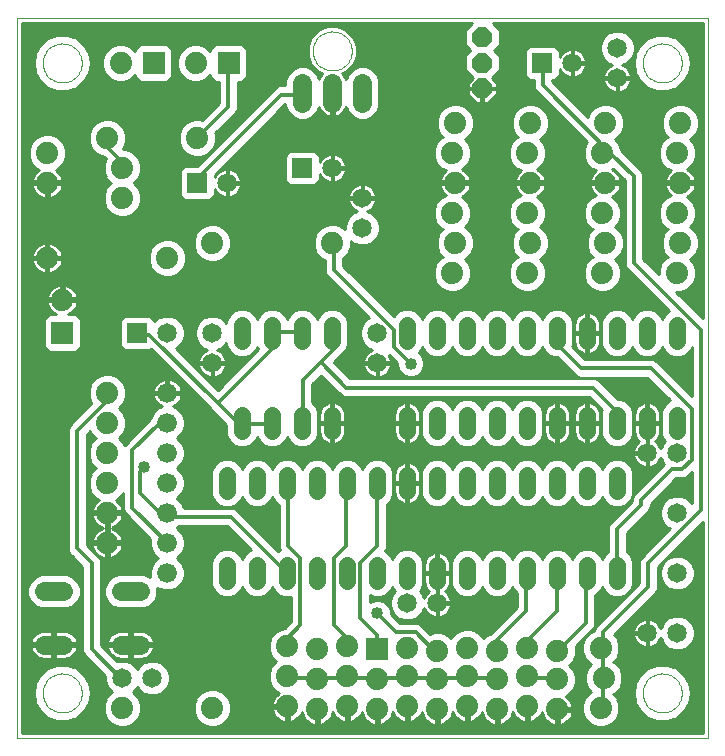
<source format=gtl>
G75*
G70*
%OFA0B0*%
%FSLAX24Y24*%
%IPPOS*%
%LPD*%
%AMOC8*
5,1,8,0,0,1.08239X$1,22.5*
%
%ADD10C,0.0000*%
%ADD11C,0.0640*%
%ADD12R,0.0650X0.0650*%
%ADD13C,0.0650*%
%ADD14C,0.0740*%
%ADD15R,0.0740X0.0740*%
%ADD16OC8,0.0660*%
%ADD17C,0.0560*%
%ADD18C,0.0660*%
%ADD19C,0.0120*%
%ADD20C,0.0100*%
%ADD21C,0.0400*%
D10*
X001159Y001582D02*
X001159Y025578D01*
X024179Y025578D01*
X024179Y001582D01*
X001159Y001582D01*
X002009Y003082D02*
X002011Y003132D01*
X002017Y003182D01*
X002027Y003232D01*
X002040Y003280D01*
X002057Y003328D01*
X002078Y003374D01*
X002102Y003418D01*
X002130Y003460D01*
X002161Y003500D01*
X002195Y003537D01*
X002232Y003572D01*
X002271Y003603D01*
X002312Y003632D01*
X002356Y003657D01*
X002402Y003679D01*
X002449Y003697D01*
X002497Y003711D01*
X002546Y003722D01*
X002596Y003729D01*
X002646Y003732D01*
X002697Y003731D01*
X002747Y003726D01*
X002797Y003717D01*
X002845Y003705D01*
X002893Y003688D01*
X002939Y003668D01*
X002984Y003645D01*
X003027Y003618D01*
X003067Y003588D01*
X003105Y003555D01*
X003140Y003519D01*
X003173Y003480D01*
X003202Y003439D01*
X003228Y003396D01*
X003251Y003351D01*
X003270Y003304D01*
X003285Y003256D01*
X003297Y003207D01*
X003305Y003157D01*
X003309Y003107D01*
X003309Y003057D01*
X003305Y003007D01*
X003297Y002957D01*
X003285Y002908D01*
X003270Y002860D01*
X003251Y002813D01*
X003228Y002768D01*
X003202Y002725D01*
X003173Y002684D01*
X003140Y002645D01*
X003105Y002609D01*
X003067Y002576D01*
X003027Y002546D01*
X002984Y002519D01*
X002939Y002496D01*
X002893Y002476D01*
X002845Y002459D01*
X002797Y002447D01*
X002747Y002438D01*
X002697Y002433D01*
X002646Y002432D01*
X002596Y002435D01*
X002546Y002442D01*
X002497Y002453D01*
X002449Y002467D01*
X002402Y002485D01*
X002356Y002507D01*
X002312Y002532D01*
X002271Y002561D01*
X002232Y002592D01*
X002195Y002627D01*
X002161Y002664D01*
X002130Y002704D01*
X002102Y002746D01*
X002078Y002790D01*
X002057Y002836D01*
X002040Y002884D01*
X002027Y002932D01*
X002017Y002982D01*
X002011Y003032D01*
X002009Y003082D01*
X002009Y024082D02*
X002011Y024132D01*
X002017Y024182D01*
X002027Y024232D01*
X002040Y024280D01*
X002057Y024328D01*
X002078Y024374D01*
X002102Y024418D01*
X002130Y024460D01*
X002161Y024500D01*
X002195Y024537D01*
X002232Y024572D01*
X002271Y024603D01*
X002312Y024632D01*
X002356Y024657D01*
X002402Y024679D01*
X002449Y024697D01*
X002497Y024711D01*
X002546Y024722D01*
X002596Y024729D01*
X002646Y024732D01*
X002697Y024731D01*
X002747Y024726D01*
X002797Y024717D01*
X002845Y024705D01*
X002893Y024688D01*
X002939Y024668D01*
X002984Y024645D01*
X003027Y024618D01*
X003067Y024588D01*
X003105Y024555D01*
X003140Y024519D01*
X003173Y024480D01*
X003202Y024439D01*
X003228Y024396D01*
X003251Y024351D01*
X003270Y024304D01*
X003285Y024256D01*
X003297Y024207D01*
X003305Y024157D01*
X003309Y024107D01*
X003309Y024057D01*
X003305Y024007D01*
X003297Y023957D01*
X003285Y023908D01*
X003270Y023860D01*
X003251Y023813D01*
X003228Y023768D01*
X003202Y023725D01*
X003173Y023684D01*
X003140Y023645D01*
X003105Y023609D01*
X003067Y023576D01*
X003027Y023546D01*
X002984Y023519D01*
X002939Y023496D01*
X002893Y023476D01*
X002845Y023459D01*
X002797Y023447D01*
X002747Y023438D01*
X002697Y023433D01*
X002646Y023432D01*
X002596Y023435D01*
X002546Y023442D01*
X002497Y023453D01*
X002449Y023467D01*
X002402Y023485D01*
X002356Y023507D01*
X002312Y023532D01*
X002271Y023561D01*
X002232Y023592D01*
X002195Y023627D01*
X002161Y023664D01*
X002130Y023704D01*
X002102Y023746D01*
X002078Y023790D01*
X002057Y023836D01*
X002040Y023884D01*
X002027Y023932D01*
X002017Y023982D01*
X002011Y024032D01*
X002009Y024082D01*
X011009Y024482D02*
X011011Y024532D01*
X011017Y024582D01*
X011027Y024632D01*
X011040Y024680D01*
X011057Y024728D01*
X011078Y024774D01*
X011102Y024818D01*
X011130Y024860D01*
X011161Y024900D01*
X011195Y024937D01*
X011232Y024972D01*
X011271Y025003D01*
X011312Y025032D01*
X011356Y025057D01*
X011402Y025079D01*
X011449Y025097D01*
X011497Y025111D01*
X011546Y025122D01*
X011596Y025129D01*
X011646Y025132D01*
X011697Y025131D01*
X011747Y025126D01*
X011797Y025117D01*
X011845Y025105D01*
X011893Y025088D01*
X011939Y025068D01*
X011984Y025045D01*
X012027Y025018D01*
X012067Y024988D01*
X012105Y024955D01*
X012140Y024919D01*
X012173Y024880D01*
X012202Y024839D01*
X012228Y024796D01*
X012251Y024751D01*
X012270Y024704D01*
X012285Y024656D01*
X012297Y024607D01*
X012305Y024557D01*
X012309Y024507D01*
X012309Y024457D01*
X012305Y024407D01*
X012297Y024357D01*
X012285Y024308D01*
X012270Y024260D01*
X012251Y024213D01*
X012228Y024168D01*
X012202Y024125D01*
X012173Y024084D01*
X012140Y024045D01*
X012105Y024009D01*
X012067Y023976D01*
X012027Y023946D01*
X011984Y023919D01*
X011939Y023896D01*
X011893Y023876D01*
X011845Y023859D01*
X011797Y023847D01*
X011747Y023838D01*
X011697Y023833D01*
X011646Y023832D01*
X011596Y023835D01*
X011546Y023842D01*
X011497Y023853D01*
X011449Y023867D01*
X011402Y023885D01*
X011356Y023907D01*
X011312Y023932D01*
X011271Y023961D01*
X011232Y023992D01*
X011195Y024027D01*
X011161Y024064D01*
X011130Y024104D01*
X011102Y024146D01*
X011078Y024190D01*
X011057Y024236D01*
X011040Y024284D01*
X011027Y024332D01*
X011017Y024382D01*
X011011Y024432D01*
X011009Y024482D01*
X022009Y024082D02*
X022011Y024132D01*
X022017Y024182D01*
X022027Y024232D01*
X022040Y024280D01*
X022057Y024328D01*
X022078Y024374D01*
X022102Y024418D01*
X022130Y024460D01*
X022161Y024500D01*
X022195Y024537D01*
X022232Y024572D01*
X022271Y024603D01*
X022312Y024632D01*
X022356Y024657D01*
X022402Y024679D01*
X022449Y024697D01*
X022497Y024711D01*
X022546Y024722D01*
X022596Y024729D01*
X022646Y024732D01*
X022697Y024731D01*
X022747Y024726D01*
X022797Y024717D01*
X022845Y024705D01*
X022893Y024688D01*
X022939Y024668D01*
X022984Y024645D01*
X023027Y024618D01*
X023067Y024588D01*
X023105Y024555D01*
X023140Y024519D01*
X023173Y024480D01*
X023202Y024439D01*
X023228Y024396D01*
X023251Y024351D01*
X023270Y024304D01*
X023285Y024256D01*
X023297Y024207D01*
X023305Y024157D01*
X023309Y024107D01*
X023309Y024057D01*
X023305Y024007D01*
X023297Y023957D01*
X023285Y023908D01*
X023270Y023860D01*
X023251Y023813D01*
X023228Y023768D01*
X023202Y023725D01*
X023173Y023684D01*
X023140Y023645D01*
X023105Y023609D01*
X023067Y023576D01*
X023027Y023546D01*
X022984Y023519D01*
X022939Y023496D01*
X022893Y023476D01*
X022845Y023459D01*
X022797Y023447D01*
X022747Y023438D01*
X022697Y023433D01*
X022646Y023432D01*
X022596Y023435D01*
X022546Y023442D01*
X022497Y023453D01*
X022449Y023467D01*
X022402Y023485D01*
X022356Y023507D01*
X022312Y023532D01*
X022271Y023561D01*
X022232Y023592D01*
X022195Y023627D01*
X022161Y023664D01*
X022130Y023704D01*
X022102Y023746D01*
X022078Y023790D01*
X022057Y023836D01*
X022040Y023884D01*
X022027Y023932D01*
X022017Y023982D01*
X022011Y024032D01*
X022009Y024082D01*
X022009Y003082D02*
X022011Y003132D01*
X022017Y003182D01*
X022027Y003232D01*
X022040Y003280D01*
X022057Y003328D01*
X022078Y003374D01*
X022102Y003418D01*
X022130Y003460D01*
X022161Y003500D01*
X022195Y003537D01*
X022232Y003572D01*
X022271Y003603D01*
X022312Y003632D01*
X022356Y003657D01*
X022402Y003679D01*
X022449Y003697D01*
X022497Y003711D01*
X022546Y003722D01*
X022596Y003729D01*
X022646Y003732D01*
X022697Y003731D01*
X022747Y003726D01*
X022797Y003717D01*
X022845Y003705D01*
X022893Y003688D01*
X022939Y003668D01*
X022984Y003645D01*
X023027Y003618D01*
X023067Y003588D01*
X023105Y003555D01*
X023140Y003519D01*
X023173Y003480D01*
X023202Y003439D01*
X023228Y003396D01*
X023251Y003351D01*
X023270Y003304D01*
X023285Y003256D01*
X023297Y003207D01*
X023305Y003157D01*
X023309Y003107D01*
X023309Y003057D01*
X023305Y003007D01*
X023297Y002957D01*
X023285Y002908D01*
X023270Y002860D01*
X023251Y002813D01*
X023228Y002768D01*
X023202Y002725D01*
X023173Y002684D01*
X023140Y002645D01*
X023105Y002609D01*
X023067Y002576D01*
X023027Y002546D01*
X022984Y002519D01*
X022939Y002496D01*
X022893Y002476D01*
X022845Y002459D01*
X022797Y002447D01*
X022747Y002438D01*
X022697Y002433D01*
X022646Y002432D01*
X022596Y002435D01*
X022546Y002442D01*
X022497Y002453D01*
X022449Y002467D01*
X022402Y002485D01*
X022356Y002507D01*
X022312Y002532D01*
X022271Y002561D01*
X022232Y002592D01*
X022195Y002627D01*
X022161Y002664D01*
X022130Y002704D01*
X022102Y002746D01*
X022078Y002790D01*
X022057Y002836D01*
X022040Y002884D01*
X022027Y002932D01*
X022017Y002982D01*
X022011Y003032D01*
X022009Y003082D01*
D11*
X005259Y004692D02*
X004619Y004692D01*
X004619Y006472D02*
X005259Y006472D01*
X002699Y006472D02*
X002059Y006472D01*
X002059Y004692D02*
X002699Y004692D01*
X010659Y022762D02*
X010659Y023402D01*
X011659Y023402D02*
X011659Y022762D01*
X012659Y022762D02*
X012659Y023402D01*
D12*
X010659Y020582D03*
X007159Y020082D03*
X005159Y015082D03*
X018659Y024082D03*
D13*
X019659Y024082D03*
X021159Y023582D03*
X021159Y024582D03*
X012659Y019582D03*
X012659Y018582D03*
X011659Y020582D03*
X008159Y020082D03*
X007659Y015082D03*
X007659Y014082D03*
X006159Y015082D03*
X013159Y015082D03*
X013159Y014082D03*
X014159Y006082D03*
X015159Y006082D03*
X022159Y005082D03*
X023159Y005082D03*
X023159Y007082D03*
X023159Y009082D03*
X023159Y011082D03*
X022159Y011082D03*
X005659Y003582D03*
X004659Y003582D03*
D14*
X004659Y002582D03*
X007659Y002582D03*
X010159Y002632D03*
X010159Y003632D03*
X010159Y004632D03*
X011159Y004532D03*
X011159Y003532D03*
X011159Y002532D03*
X012159Y002632D03*
X012159Y003632D03*
X012159Y004632D03*
X013159Y003532D03*
X013159Y002532D03*
X014159Y002632D03*
X014159Y003632D03*
X014159Y004582D03*
X015159Y004482D03*
X015159Y003532D03*
X015159Y002532D03*
X016159Y002632D03*
X016159Y003632D03*
X016159Y004582D03*
X017159Y004482D03*
X017159Y003532D03*
X017159Y002532D03*
X018159Y002632D03*
X018159Y003632D03*
X018159Y004582D03*
X019159Y004482D03*
X019159Y003532D03*
X019159Y002532D03*
X020609Y002582D03*
X020709Y003582D03*
X020609Y004582D03*
X020659Y017082D03*
X020759Y018082D03*
X020659Y019082D03*
X020759Y020082D03*
X020659Y021082D03*
X020759Y022082D03*
X018259Y022082D03*
X018159Y021082D03*
X018259Y020082D03*
X018159Y019082D03*
X018259Y018082D03*
X018159Y017082D03*
X015659Y017082D03*
X015759Y018082D03*
X015659Y019082D03*
X015759Y020082D03*
X015659Y021082D03*
X015759Y022082D03*
X011659Y018082D03*
X007659Y018082D03*
X006159Y017582D03*
X004659Y019582D03*
X004659Y020582D03*
X004159Y021582D03*
X002159Y021082D03*
X002159Y020082D03*
X002159Y017582D03*
X002659Y016182D03*
X004159Y013082D03*
X004159Y012082D03*
X004159Y011082D03*
X004159Y010082D03*
X004159Y009082D03*
X004159Y008082D03*
X007159Y021582D03*
X007109Y024082D03*
X004609Y024082D03*
X023259Y022082D03*
X023159Y021082D03*
X023259Y020082D03*
X023159Y019082D03*
X023259Y018082D03*
X023159Y017082D03*
D15*
X013159Y004532D03*
X002659Y015082D03*
X005709Y024082D03*
X008209Y024082D03*
D16*
X016659Y024082D03*
X016659Y023232D03*
X016659Y024932D03*
D17*
X016159Y015362D02*
X016159Y014802D01*
X015159Y014802D02*
X015159Y015362D01*
X014159Y015362D02*
X014159Y014802D01*
X014159Y012362D02*
X014159Y011802D01*
X015159Y011802D02*
X015159Y012362D01*
X016159Y012362D02*
X016159Y011802D01*
X017159Y011802D02*
X017159Y012362D01*
X018159Y012362D02*
X018159Y011802D01*
X019159Y011802D02*
X019159Y012362D01*
X020159Y012362D02*
X020159Y011802D01*
X021159Y011802D02*
X021159Y012362D01*
X022159Y012362D02*
X022159Y011802D01*
X023159Y011802D02*
X023159Y012362D01*
X021159Y010362D02*
X021159Y009802D01*
X020159Y009802D02*
X020159Y010362D01*
X019159Y010362D02*
X019159Y009802D01*
X018159Y009802D02*
X018159Y010362D01*
X017159Y010362D02*
X017159Y009802D01*
X016159Y009802D02*
X016159Y010362D01*
X015159Y010362D02*
X015159Y009802D01*
X014159Y009802D02*
X014159Y010362D01*
X013159Y010362D02*
X013159Y009802D01*
X012159Y009802D02*
X012159Y010362D01*
X011159Y010362D02*
X011159Y009802D01*
X010159Y009802D02*
X010159Y010362D01*
X009159Y010362D02*
X009159Y009802D01*
X008159Y009802D02*
X008159Y010362D01*
X008659Y011802D02*
X008659Y012362D01*
X009659Y012362D02*
X009659Y011802D01*
X010659Y011802D02*
X010659Y012362D01*
X011659Y012362D02*
X011659Y011802D01*
X011659Y014802D02*
X011659Y015362D01*
X010659Y015362D02*
X010659Y014802D01*
X009659Y014802D02*
X009659Y015362D01*
X008659Y015362D02*
X008659Y014802D01*
X008159Y007362D02*
X008159Y006802D01*
X009159Y006802D02*
X009159Y007362D01*
X010159Y007362D02*
X010159Y006802D01*
X011159Y006802D02*
X011159Y007362D01*
X012159Y007362D02*
X012159Y006802D01*
X013159Y006802D02*
X013159Y007362D01*
X014159Y007362D02*
X014159Y006802D01*
X015159Y006802D02*
X015159Y007362D01*
X016159Y007362D02*
X016159Y006802D01*
X017159Y006802D02*
X017159Y007362D01*
X018159Y007362D02*
X018159Y006802D01*
X019159Y006802D02*
X019159Y007362D01*
X020159Y007362D02*
X020159Y006802D01*
X021159Y006802D02*
X021159Y007362D01*
X021159Y014802D02*
X021159Y015362D01*
X020159Y015362D02*
X020159Y014802D01*
X019159Y014802D02*
X019159Y015362D01*
X018159Y015362D02*
X018159Y014802D01*
X017159Y014802D02*
X017159Y015362D01*
X022159Y015362D02*
X022159Y014802D01*
X023159Y014802D02*
X023159Y015362D01*
D18*
X006159Y013082D03*
X006159Y012082D03*
X006159Y011082D03*
X006159Y010082D03*
X006159Y009082D03*
X006159Y008082D03*
X006159Y007082D03*
D19*
X006159Y008082D02*
X006119Y008142D01*
X004999Y009262D01*
X004999Y011182D01*
X005879Y012062D01*
X006119Y012062D01*
X006159Y012082D01*
X005399Y010622D02*
X005239Y010462D01*
X005239Y009742D01*
X005879Y009102D01*
X006119Y009102D01*
X006159Y009082D01*
X006199Y009022D01*
X006279Y008942D01*
X008279Y008942D01*
X010119Y007102D01*
X010159Y007082D01*
X010599Y007582D02*
X010599Y005342D01*
X010119Y004862D01*
X010119Y004702D01*
X010159Y004632D01*
X010159Y003632D02*
X010199Y003582D01*
X011159Y003582D01*
X011159Y003532D01*
X011159Y003582D02*
X012119Y003582D01*
X012159Y003632D01*
X012199Y003582D01*
X013159Y003582D01*
X013159Y003532D01*
X013159Y003582D02*
X014119Y003582D01*
X014159Y003632D01*
X014199Y003582D01*
X015159Y003582D01*
X015159Y003532D01*
X015159Y003582D02*
X016119Y003582D01*
X016159Y003632D01*
X016199Y003582D01*
X017159Y003582D01*
X017159Y003532D01*
X017159Y004482D02*
X017159Y004862D01*
X018119Y005822D01*
X018119Y007022D01*
X018159Y007082D01*
X019159Y007082D02*
X019159Y005822D01*
X018199Y004862D01*
X018199Y004622D01*
X018159Y004582D01*
X018159Y003632D02*
X018199Y003582D01*
X019159Y003582D01*
X019159Y003532D01*
X019159Y004462D02*
X019159Y004482D01*
X019159Y004462D02*
X020119Y005422D01*
X020119Y007022D01*
X020159Y007082D01*
X021159Y007082D02*
X021159Y008542D01*
X021959Y009342D01*
X021959Y009502D01*
X022999Y010542D01*
X023319Y010542D01*
X023639Y010862D01*
X023639Y012542D01*
X022279Y013902D01*
X019959Y013902D01*
X019159Y014702D01*
X019159Y015082D01*
X020359Y013262D02*
X012119Y013262D01*
X011279Y014102D01*
X010679Y013502D01*
X010679Y012142D01*
X010659Y012082D01*
X009659Y012082D02*
X009639Y012062D01*
X008679Y012062D01*
X008659Y012082D01*
X008599Y012142D01*
X008439Y012142D01*
X007839Y012742D01*
X009639Y014542D01*
X009639Y015022D01*
X009659Y015082D01*
X009719Y015102D01*
X010599Y015102D01*
X010659Y015082D01*
X011659Y015082D02*
X011719Y015022D01*
X011719Y014542D01*
X011279Y014102D01*
X013719Y014622D02*
X014279Y014062D01*
X013719Y014622D02*
X013719Y015182D01*
X011719Y017182D01*
X011719Y018062D01*
X011659Y018082D01*
X007159Y021582D02*
X008199Y022622D01*
X008199Y024062D01*
X008209Y024082D01*
X009959Y023022D02*
X007159Y020222D01*
X007159Y020082D01*
X004659Y020582D02*
X004599Y020622D01*
X004599Y020862D01*
X004199Y021262D01*
X004199Y021582D01*
X004159Y021582D01*
X009959Y023022D02*
X010599Y023022D01*
X010659Y023082D01*
X005159Y015082D02*
X005159Y015022D01*
X005559Y015022D01*
X007839Y012742D01*
X010159Y010082D02*
X010199Y010062D01*
X010199Y007982D01*
X010599Y007582D01*
X011719Y007582D02*
X011719Y005342D01*
X012119Y004942D01*
X012119Y004702D01*
X012159Y004632D01*
X012599Y005582D02*
X013159Y005022D01*
X013159Y004532D01*
X013799Y005102D02*
X014439Y005102D01*
X014999Y004542D01*
X015159Y004542D01*
X015159Y004482D01*
X013799Y005102D02*
X013159Y005742D01*
X012599Y005582D02*
X012599Y007422D01*
X013159Y007982D01*
X013159Y010082D01*
X012159Y010082D02*
X012119Y010062D01*
X012119Y007982D01*
X011719Y007582D01*
X004659Y003582D02*
X004599Y003582D01*
X003639Y004542D01*
X003639Y007422D01*
X003159Y007902D01*
X003159Y011822D01*
X004119Y012782D01*
X004119Y013022D01*
X004159Y013082D01*
X018679Y023342D02*
X020999Y021022D01*
X020659Y021082D01*
X020679Y021022D01*
X020999Y021022D01*
X021719Y020302D01*
X021719Y017422D01*
X023959Y015182D01*
X023959Y009182D01*
X022199Y007422D01*
X022199Y006622D01*
X020679Y005102D01*
X020679Y004622D01*
X020609Y004582D01*
X020679Y004542D01*
X020679Y003582D01*
X020709Y003582D01*
X020679Y003582D02*
X020679Y002622D01*
X020609Y002582D01*
X021159Y012082D02*
X021159Y012462D01*
X020359Y013262D01*
X018679Y023342D02*
X018679Y024062D01*
X018659Y024082D01*
D20*
X019234Y023870D02*
X019253Y023833D01*
X019297Y023773D01*
X019350Y023720D01*
X019410Y023676D01*
X019477Y023642D01*
X019548Y023619D01*
X019622Y023607D01*
X019640Y023607D01*
X019640Y024063D01*
X019678Y024063D01*
X019678Y023607D01*
X019696Y023607D01*
X019770Y023619D01*
X019841Y023642D01*
X019908Y023676D01*
X019968Y023720D01*
X020021Y023773D01*
X020065Y023833D01*
X020099Y023900D01*
X020122Y023971D01*
X020134Y024045D01*
X020134Y024063D01*
X019678Y024063D01*
X019678Y024101D01*
X020134Y024101D01*
X020134Y024120D01*
X020122Y024194D01*
X020099Y024265D01*
X020065Y024331D01*
X020021Y024392D01*
X019968Y024445D01*
X019908Y024489D01*
X019841Y024523D01*
X019770Y024546D01*
X019696Y024557D01*
X019678Y024557D01*
X019678Y024101D01*
X019640Y024101D01*
X019640Y024557D01*
X019622Y024557D01*
X019548Y024546D01*
X019477Y024523D01*
X019410Y024489D01*
X019350Y024445D01*
X019297Y024392D01*
X019253Y024331D01*
X019234Y024294D01*
X019234Y024457D01*
X019196Y024549D01*
X019126Y024619D01*
X019034Y024657D01*
X018284Y024657D01*
X018192Y024619D01*
X018122Y024549D01*
X018084Y024457D01*
X018084Y023708D01*
X018122Y023616D01*
X018192Y023545D01*
X018284Y023507D01*
X018369Y023507D01*
X018369Y023404D01*
X018369Y023281D01*
X018416Y023167D01*
X020141Y021442D01*
X020133Y021434D01*
X020039Y021206D01*
X020039Y020959D01*
X020133Y020731D01*
X020308Y020557D01*
X020448Y020499D01*
X020420Y020479D01*
X020362Y020421D01*
X020314Y020355D01*
X020277Y020282D01*
X020252Y020204D01*
X020240Y020132D01*
X020709Y020132D01*
X020709Y020032D01*
X020240Y020032D01*
X020252Y019961D01*
X020277Y019883D01*
X020314Y019810D01*
X020362Y019744D01*
X020420Y019686D01*
X020448Y019666D01*
X020308Y019608D01*
X020133Y019434D01*
X020039Y019206D01*
X020039Y018959D01*
X020133Y018731D01*
X020308Y018557D01*
X020342Y018542D01*
X020233Y018434D01*
X020139Y018206D01*
X020139Y017959D01*
X020233Y017731D01*
X020342Y017622D01*
X020308Y017608D01*
X020133Y017434D01*
X020039Y017206D01*
X020039Y016959D01*
X020133Y016731D01*
X020308Y016557D01*
X020536Y016462D01*
X020782Y016462D01*
X021010Y016557D01*
X021185Y016731D01*
X021279Y016959D01*
X021279Y017206D01*
X021185Y017434D01*
X021076Y017542D01*
X021110Y017557D01*
X021285Y017731D01*
X021379Y017959D01*
X021379Y018206D01*
X021285Y018434D01*
X021110Y018608D01*
X021076Y018622D01*
X021185Y018731D01*
X021279Y018959D01*
X021279Y019206D01*
X021185Y019434D01*
X021010Y019608D01*
X020990Y019616D01*
X021032Y019638D01*
X021098Y019686D01*
X021156Y019744D01*
X021204Y019810D01*
X021241Y019883D01*
X021266Y019961D01*
X021278Y020032D01*
X020809Y020032D01*
X020809Y020132D01*
X021278Y020132D01*
X021266Y020204D01*
X021241Y020282D01*
X021204Y020355D01*
X021156Y020421D01*
X021098Y020479D01*
X021032Y020527D01*
X020990Y020548D01*
X021010Y020557D01*
X021018Y020565D01*
X021409Y020174D01*
X021409Y017361D01*
X021456Y017247D01*
X021543Y017160D01*
X022882Y015821D01*
X022859Y015812D01*
X022710Y015663D01*
X022659Y015540D01*
X022608Y015663D01*
X022459Y015812D01*
X022264Y015892D01*
X022054Y015892D01*
X021859Y015812D01*
X021710Y015663D01*
X021659Y015540D01*
X021608Y015663D01*
X021459Y015812D01*
X021264Y015892D01*
X021054Y015892D01*
X020859Y015812D01*
X020710Y015663D01*
X020629Y015468D01*
X020629Y014697D01*
X020710Y014502D01*
X020859Y014353D01*
X021054Y014272D01*
X021264Y014272D01*
X021459Y014353D01*
X021608Y014502D01*
X021659Y014625D01*
X021710Y014502D01*
X021859Y014353D01*
X022054Y014272D01*
X022264Y014272D01*
X022459Y014353D01*
X022608Y014502D01*
X022659Y014625D01*
X022710Y014502D01*
X022859Y014353D01*
X023054Y014272D01*
X023264Y014272D01*
X023459Y014353D01*
X023608Y014502D01*
X023649Y014600D01*
X023649Y012971D01*
X022542Y014078D01*
X022455Y014165D01*
X022341Y014212D01*
X020087Y014212D01*
X019664Y014636D01*
X019689Y014697D01*
X019689Y015468D01*
X019608Y015663D01*
X019459Y015812D01*
X019264Y015892D01*
X019054Y015892D01*
X018859Y015812D01*
X018710Y015663D01*
X018659Y015540D01*
X018608Y015663D01*
X018459Y015812D01*
X018264Y015892D01*
X018054Y015892D01*
X017859Y015812D01*
X017710Y015663D01*
X017659Y015540D01*
X017608Y015663D01*
X017459Y015812D01*
X017264Y015892D01*
X017054Y015892D01*
X016859Y015812D01*
X016710Y015663D01*
X016659Y015540D01*
X016608Y015663D01*
X016459Y015812D01*
X016264Y015892D01*
X016054Y015892D01*
X015859Y015812D01*
X015710Y015663D01*
X015659Y015540D01*
X015608Y015663D01*
X015459Y015812D01*
X015264Y015892D01*
X015054Y015892D01*
X014859Y015812D01*
X014710Y015663D01*
X014659Y015540D01*
X014608Y015663D01*
X014459Y015812D01*
X014264Y015892D01*
X014054Y015892D01*
X013859Y015812D01*
X013710Y015663D01*
X013700Y015640D01*
X012029Y017311D01*
X012029Y017576D01*
X012185Y017731D01*
X012279Y017959D01*
X012279Y018149D01*
X012333Y018095D01*
X012545Y018007D01*
X012773Y018007D01*
X012985Y018095D01*
X013146Y018257D01*
X013234Y018468D01*
X013234Y018697D01*
X013146Y018908D01*
X012985Y019070D01*
X012824Y019136D01*
X012841Y019142D01*
X012908Y019176D01*
X012968Y019220D01*
X013021Y019273D01*
X013065Y019333D01*
X013099Y019400D01*
X013122Y019471D01*
X013134Y019545D01*
X013134Y019563D01*
X012678Y019563D01*
X012678Y019601D01*
X013134Y019601D01*
X013134Y019620D01*
X013122Y019694D01*
X013099Y019765D01*
X013065Y019831D01*
X013021Y019892D01*
X012968Y019945D01*
X012908Y019989D01*
X012841Y020023D01*
X012770Y020046D01*
X012696Y020057D01*
X012678Y020057D01*
X012678Y019601D01*
X012640Y019601D01*
X012640Y019563D01*
X012184Y019563D01*
X012184Y019545D01*
X012196Y019471D01*
X012219Y019400D01*
X012253Y019333D01*
X012297Y019273D01*
X012350Y019220D01*
X012410Y019176D01*
X012477Y019142D01*
X012494Y019136D01*
X012333Y019070D01*
X012172Y018908D01*
X012084Y018697D01*
X012084Y018534D01*
X012010Y018608D01*
X011782Y018702D01*
X011536Y018702D01*
X011308Y018608D01*
X011133Y018434D01*
X011039Y018206D01*
X011039Y017959D01*
X011133Y017731D01*
X011308Y017557D01*
X011409Y017515D01*
X011409Y017244D01*
X011409Y017121D01*
X011456Y017007D01*
X012876Y015587D01*
X012833Y015570D01*
X012672Y015408D01*
X012584Y015197D01*
X012584Y014968D01*
X012672Y014757D01*
X012833Y014595D01*
X012994Y014528D01*
X012977Y014523D01*
X012910Y014489D01*
X012850Y014445D01*
X012797Y014392D01*
X012753Y014331D01*
X012719Y014265D01*
X012696Y014194D01*
X012684Y014120D01*
X012684Y014101D01*
X013140Y014101D01*
X013140Y014063D01*
X013178Y014063D01*
X013178Y013607D01*
X013196Y013607D01*
X013270Y013619D01*
X013341Y013642D01*
X013408Y013676D01*
X013468Y013720D01*
X013521Y013773D01*
X013565Y013833D01*
X013599Y013900D01*
X013622Y013971D01*
X013634Y014045D01*
X013634Y014063D01*
X013178Y014063D01*
X013178Y014101D01*
X013634Y014101D01*
X013634Y014120D01*
X013622Y014194D01*
X013599Y014265D01*
X013565Y014331D01*
X013548Y014355D01*
X013829Y014074D01*
X013829Y013973D01*
X013898Y013807D01*
X014024Y013681D01*
X014190Y013612D01*
X014369Y013612D01*
X014534Y013681D01*
X014661Y013807D01*
X014729Y013973D01*
X014729Y014152D01*
X014661Y014317D01*
X014542Y014436D01*
X014608Y014502D01*
X014659Y014625D01*
X014710Y014502D01*
X014859Y014353D01*
X015054Y014272D01*
X015264Y014272D01*
X015459Y014353D01*
X015608Y014502D01*
X015659Y014625D01*
X015710Y014502D01*
X015859Y014353D01*
X016054Y014272D01*
X016264Y014272D01*
X016459Y014353D01*
X016608Y014502D01*
X016659Y014625D01*
X016710Y014502D01*
X016859Y014353D01*
X017054Y014272D01*
X017264Y014272D01*
X017459Y014353D01*
X017608Y014502D01*
X017659Y014625D01*
X017710Y014502D01*
X017859Y014353D01*
X018054Y014272D01*
X018264Y014272D01*
X018459Y014353D01*
X018608Y014502D01*
X018659Y014625D01*
X018710Y014502D01*
X018859Y014353D01*
X019054Y014272D01*
X019151Y014272D01*
X019783Y013640D01*
X019897Y013592D01*
X020021Y013592D01*
X022151Y013592D01*
X022910Y012833D01*
X022859Y012812D01*
X022710Y012663D01*
X022629Y012468D01*
X022629Y011697D01*
X022710Y011502D01*
X022738Y011474D01*
X022672Y011408D01*
X022605Y011247D01*
X022599Y011265D01*
X022565Y011331D01*
X022521Y011392D01*
X022468Y011445D01*
X022433Y011470D01*
X022439Y011474D01*
X022487Y011522D01*
X022527Y011577D01*
X022558Y011637D01*
X022578Y011702D01*
X022589Y011768D01*
X022589Y012052D01*
X022189Y012052D01*
X022189Y011557D01*
X022178Y011557D01*
X022178Y011101D01*
X022140Y011101D01*
X022140Y011063D01*
X022178Y011063D01*
X022178Y010607D01*
X022196Y010607D01*
X022270Y010619D01*
X022341Y010642D01*
X022408Y010676D01*
X022468Y010720D01*
X022521Y010773D01*
X022565Y010833D01*
X022599Y010900D01*
X022605Y010918D01*
X022672Y010757D01*
X022723Y010705D01*
X021696Y009678D01*
X021649Y009564D01*
X021649Y009471D01*
X020896Y008718D01*
X020849Y008604D01*
X020849Y008481D01*
X020849Y007802D01*
X020710Y007663D01*
X020659Y007540D01*
X020608Y007663D01*
X020459Y007812D01*
X020264Y007892D01*
X020054Y007892D01*
X019859Y007812D01*
X019710Y007663D01*
X019659Y007540D01*
X019608Y007663D01*
X019459Y007812D01*
X019264Y007892D01*
X019054Y007892D01*
X018859Y007812D01*
X018710Y007663D01*
X018659Y007540D01*
X018608Y007663D01*
X018459Y007812D01*
X018264Y007892D01*
X018054Y007892D01*
X017859Y007812D01*
X017710Y007663D01*
X017659Y007540D01*
X017608Y007663D01*
X017459Y007812D01*
X017264Y007892D01*
X017054Y007892D01*
X016859Y007812D01*
X016710Y007663D01*
X016659Y007540D01*
X016608Y007663D01*
X016459Y007812D01*
X016264Y007892D01*
X016054Y007892D01*
X015859Y007812D01*
X015710Y007663D01*
X015629Y007468D01*
X015629Y006697D01*
X015710Y006502D01*
X015859Y006353D01*
X016054Y006272D01*
X016264Y006272D01*
X016459Y006353D01*
X016608Y006502D01*
X016659Y006625D01*
X016710Y006502D01*
X016859Y006353D01*
X017054Y006272D01*
X017264Y006272D01*
X017459Y006353D01*
X017608Y006502D01*
X017659Y006625D01*
X017710Y006502D01*
X017809Y006403D01*
X017809Y005951D01*
X016983Y005125D01*
X016908Y005049D01*
X016808Y005008D01*
X016699Y004899D01*
X016685Y004934D01*
X016510Y005108D01*
X016282Y005202D01*
X016036Y005202D01*
X015808Y005108D01*
X015633Y004934D01*
X015619Y004899D01*
X015510Y005008D01*
X015282Y005102D01*
X015036Y005102D01*
X014924Y005056D01*
X014615Y005365D01*
X014501Y005412D01*
X014377Y005412D01*
X013927Y005412D01*
X013609Y005731D01*
X013609Y005832D01*
X013541Y005997D01*
X013414Y006124D01*
X013249Y006192D01*
X013070Y006192D01*
X012909Y006126D01*
X012909Y006332D01*
X013054Y006272D01*
X013264Y006272D01*
X013459Y006353D01*
X013608Y006502D01*
X013659Y006625D01*
X013710Y006502D01*
X013738Y006474D01*
X013672Y006408D01*
X013584Y006197D01*
X013584Y005968D01*
X013672Y005757D01*
X013833Y005595D01*
X014045Y005507D01*
X014273Y005507D01*
X014485Y005595D01*
X014646Y005757D01*
X014713Y005918D01*
X014719Y005900D01*
X014753Y005833D01*
X014797Y005773D01*
X014850Y005720D01*
X014910Y005676D01*
X014977Y005642D01*
X015048Y005619D01*
X015122Y005607D01*
X015140Y005607D01*
X015140Y006063D01*
X015178Y006063D01*
X015178Y005607D01*
X015196Y005607D01*
X015270Y005619D01*
X015341Y005642D01*
X015408Y005676D01*
X015468Y005720D01*
X015521Y005773D01*
X015565Y005833D01*
X015599Y005900D01*
X015622Y005971D01*
X015634Y006045D01*
X015634Y006063D01*
X015178Y006063D01*
X015178Y006101D01*
X015634Y006101D01*
X015634Y006120D01*
X015622Y006194D01*
X015599Y006265D01*
X015565Y006331D01*
X015521Y006392D01*
X015468Y006445D01*
X015433Y006470D01*
X015439Y006474D01*
X015487Y006522D01*
X015527Y006577D01*
X015558Y006637D01*
X015578Y006702D01*
X015589Y006768D01*
X015589Y007052D01*
X015189Y007052D01*
X015189Y006557D01*
X015178Y006557D01*
X015178Y006101D01*
X015140Y006101D01*
X015140Y006557D01*
X015129Y006557D01*
X015129Y007052D01*
X015189Y007052D01*
X015189Y007112D01*
X015589Y007112D01*
X015589Y007396D01*
X015578Y007463D01*
X015558Y007527D01*
X015527Y007588D01*
X015487Y007642D01*
X015439Y007690D01*
X015384Y007730D01*
X015324Y007761D01*
X015260Y007782D01*
X015193Y007792D01*
X015189Y007792D01*
X015189Y007113D01*
X015129Y007113D01*
X015129Y007792D01*
X015125Y007792D01*
X015058Y007782D01*
X014994Y007761D01*
X014934Y007730D01*
X014879Y007690D01*
X014831Y007642D01*
X014791Y007588D01*
X014761Y007527D01*
X014740Y007463D01*
X014729Y007396D01*
X014729Y007112D01*
X015129Y007112D01*
X015129Y007052D01*
X014729Y007052D01*
X014729Y006768D01*
X014740Y006702D01*
X014761Y006637D01*
X014791Y006577D01*
X014831Y006522D01*
X014879Y006474D01*
X014885Y006470D01*
X014850Y006445D01*
X014797Y006392D01*
X014753Y006331D01*
X014719Y006265D01*
X014713Y006247D01*
X014646Y006408D01*
X014580Y006474D01*
X014608Y006502D01*
X014689Y006697D01*
X014689Y007468D01*
X014608Y007663D01*
X014459Y007812D01*
X014264Y007892D01*
X014054Y007892D01*
X013859Y007812D01*
X013710Y007663D01*
X013659Y007540D01*
X013608Y007663D01*
X013459Y007812D01*
X013429Y007824D01*
X013469Y007921D01*
X013469Y009363D01*
X013608Y009502D01*
X013689Y009697D01*
X013689Y010468D01*
X013608Y010663D01*
X013459Y010812D01*
X013264Y010892D01*
X013054Y010892D01*
X012859Y010812D01*
X012710Y010663D01*
X012659Y010540D01*
X012608Y010663D01*
X012459Y010812D01*
X012264Y010892D01*
X012054Y010892D01*
X011859Y010812D01*
X011710Y010663D01*
X011659Y010540D01*
X011608Y010663D01*
X011459Y010812D01*
X011264Y010892D01*
X011054Y010892D01*
X010859Y010812D01*
X010710Y010663D01*
X010659Y010540D01*
X010608Y010663D01*
X010459Y010812D01*
X010264Y010892D01*
X010054Y010892D01*
X009859Y010812D01*
X009710Y010663D01*
X009659Y010540D01*
X009608Y010663D01*
X009459Y010812D01*
X009264Y010892D01*
X009054Y010892D01*
X008859Y010812D01*
X008710Y010663D01*
X008659Y010540D01*
X008608Y010663D01*
X008459Y010812D01*
X008264Y010892D01*
X008054Y010892D01*
X007859Y010812D01*
X007710Y010663D01*
X007629Y010468D01*
X007629Y009697D01*
X007710Y009502D01*
X007859Y009353D01*
X008054Y009272D01*
X008264Y009272D01*
X008459Y009353D01*
X008608Y009502D01*
X008659Y009625D01*
X008710Y009502D01*
X008859Y009353D01*
X009054Y009272D01*
X009264Y009272D01*
X009459Y009353D01*
X009608Y009502D01*
X009659Y009625D01*
X009710Y009502D01*
X009859Y009353D01*
X009889Y009341D01*
X009889Y008044D01*
X009889Y007921D01*
X009923Y007838D01*
X009859Y007812D01*
X009853Y007806D01*
X008542Y009118D01*
X008455Y009205D01*
X008341Y009252D01*
X006716Y009252D01*
X006651Y009411D01*
X006488Y009574D01*
X006467Y009582D01*
X006488Y009591D01*
X006651Y009754D01*
X006739Y009967D01*
X006739Y010198D01*
X006651Y010411D01*
X006488Y010574D01*
X006467Y010582D01*
X006488Y010591D01*
X006651Y010754D01*
X006739Y010967D01*
X006739Y011198D01*
X006651Y011411D01*
X006488Y011574D01*
X006467Y011582D01*
X006488Y011591D01*
X006651Y011754D01*
X006739Y011967D01*
X006739Y012198D01*
X006651Y012411D01*
X006488Y012574D01*
X006338Y012636D01*
X006343Y012638D01*
X006411Y012672D01*
X006472Y012716D01*
X006525Y012770D01*
X006570Y012831D01*
X006604Y012898D01*
X006627Y012970D01*
X006639Y013045D01*
X006639Y013054D01*
X006188Y013054D01*
X006188Y013111D01*
X006639Y013111D01*
X006639Y013120D01*
X006627Y013195D01*
X006604Y013267D01*
X006570Y013334D01*
X006525Y013395D01*
X006472Y013448D01*
X006411Y013493D01*
X006343Y013527D01*
X006271Y013551D01*
X006197Y013562D01*
X006188Y013562D01*
X006188Y013111D01*
X006130Y013111D01*
X006130Y013054D01*
X005679Y013054D01*
X005679Y013045D01*
X005691Y012970D01*
X005714Y012898D01*
X005749Y012831D01*
X005793Y012770D01*
X005846Y012716D01*
X005907Y012672D01*
X005975Y012638D01*
X005980Y012636D01*
X005831Y012574D01*
X005667Y012411D01*
X005581Y012203D01*
X004736Y011358D01*
X004726Y011333D01*
X004685Y011434D01*
X004536Y011582D01*
X004685Y011731D01*
X004779Y011959D01*
X004779Y012206D01*
X004685Y012434D01*
X004536Y012582D01*
X004685Y012731D01*
X004779Y012959D01*
X004779Y013206D01*
X004685Y013434D01*
X004510Y013608D01*
X004282Y013702D01*
X004036Y013702D01*
X003808Y013608D01*
X003633Y013434D01*
X003539Y013206D01*
X003539Y012959D01*
X003632Y012734D01*
X002896Y011998D01*
X002849Y011884D01*
X002849Y011761D01*
X002849Y007841D01*
X002896Y007727D01*
X002983Y007640D01*
X003329Y007294D01*
X003329Y004481D01*
X003376Y004367D01*
X003463Y004280D01*
X004084Y003659D01*
X004084Y003468D01*
X004172Y003257D01*
X004317Y003112D01*
X004308Y003108D01*
X004133Y002934D01*
X004039Y002706D01*
X004039Y002459D01*
X004133Y002231D01*
X004308Y002057D01*
X004536Y001962D01*
X004782Y001962D01*
X005010Y002057D01*
X005185Y002231D01*
X005279Y002459D01*
X005279Y002706D01*
X005185Y002934D01*
X005010Y003108D01*
X005001Y003112D01*
X005146Y003257D01*
X005159Y003287D01*
X005172Y003257D01*
X005333Y003095D01*
X005545Y003007D01*
X005773Y003007D01*
X005985Y003095D01*
X006146Y003257D01*
X006234Y003468D01*
X006234Y003697D01*
X006146Y003908D01*
X005985Y004070D01*
X005773Y004157D01*
X005545Y004157D01*
X005333Y004070D01*
X005172Y003908D01*
X005159Y003878D01*
X005146Y003908D01*
X004985Y004070D01*
X004773Y004157D01*
X004545Y004157D01*
X004486Y004133D01*
X003949Y004671D01*
X003949Y007361D01*
X003949Y007484D01*
X003902Y007598D01*
X003469Y008031D01*
X003469Y011694D01*
X003596Y011821D01*
X003633Y011731D01*
X003782Y011582D01*
X003633Y011434D01*
X003539Y011206D01*
X003539Y010959D01*
X003633Y010731D01*
X003782Y010582D01*
X003633Y010434D01*
X003539Y010206D01*
X003539Y009959D01*
X003633Y009731D01*
X003808Y009557D01*
X003884Y009525D01*
X003820Y009479D01*
X003762Y009421D01*
X003714Y009355D01*
X003677Y009282D01*
X003652Y009204D01*
X003640Y009132D01*
X004109Y009132D01*
X004109Y009032D01*
X004209Y009032D01*
X004209Y008564D01*
X004209Y008133D01*
X004109Y008133D01*
X004109Y008601D01*
X004109Y009032D01*
X003640Y009032D01*
X003652Y008961D01*
X003677Y008883D01*
X003714Y008810D01*
X003762Y008744D01*
X003820Y008686D01*
X003886Y008638D01*
X003959Y008600D01*
X004015Y008582D01*
X003959Y008564D01*
X003886Y008527D01*
X003820Y008479D01*
X003762Y008421D01*
X003714Y008355D01*
X003677Y008282D01*
X003652Y008204D01*
X003640Y008132D01*
X004109Y008132D01*
X004109Y008032D01*
X004209Y008032D01*
X004209Y007564D01*
X004281Y007575D01*
X004359Y007600D01*
X004432Y007638D01*
X004498Y007686D01*
X004556Y007744D01*
X004604Y007810D01*
X004641Y007883D01*
X004666Y007961D01*
X004678Y008032D01*
X004209Y008032D01*
X004209Y008132D01*
X004678Y008132D01*
X004666Y008204D01*
X004641Y008282D01*
X004604Y008355D01*
X004556Y008421D01*
X004498Y008479D01*
X004432Y008527D01*
X004359Y008564D01*
X004303Y008582D01*
X004359Y008600D01*
X004432Y008638D01*
X004498Y008686D01*
X004556Y008744D01*
X004604Y008810D01*
X004641Y008883D01*
X004666Y008961D01*
X004678Y009032D01*
X004209Y009032D01*
X004209Y009132D01*
X004678Y009132D01*
X004666Y009204D01*
X004641Y009282D01*
X004604Y009355D01*
X004556Y009421D01*
X004498Y009479D01*
X004434Y009525D01*
X004510Y009557D01*
X004685Y009731D01*
X004689Y009742D01*
X004689Y009201D01*
X004736Y009087D01*
X004823Y009000D01*
X005593Y008230D01*
X005579Y008198D01*
X005579Y007967D01*
X005667Y007754D01*
X005831Y007591D01*
X005851Y007582D01*
X005831Y007574D01*
X005667Y007411D01*
X005579Y007198D01*
X005579Y006967D01*
X005585Y006952D01*
X005582Y006956D01*
X005372Y007042D01*
X004506Y007042D01*
X004296Y006956D01*
X004136Y006795D01*
X004049Y006586D01*
X004049Y006359D01*
X004136Y006149D01*
X004296Y005989D01*
X004506Y005902D01*
X005372Y005902D01*
X005582Y005989D01*
X005742Y006149D01*
X005829Y006359D01*
X005829Y006586D01*
X005824Y006597D01*
X005831Y006591D01*
X006044Y006502D01*
X006274Y006502D01*
X006488Y006591D01*
X006651Y006754D01*
X006739Y006967D01*
X006739Y007198D01*
X006651Y007411D01*
X006488Y007574D01*
X006467Y007582D01*
X006488Y007591D01*
X006651Y007754D01*
X006739Y007967D01*
X006739Y008198D01*
X006651Y008411D01*
X006488Y008574D01*
X006467Y008582D01*
X006488Y008591D01*
X006529Y008632D01*
X008151Y008632D01*
X008938Y007845D01*
X008859Y007812D01*
X008710Y007663D01*
X008659Y007540D01*
X008608Y007663D01*
X008459Y007812D01*
X008264Y007892D01*
X008054Y007892D01*
X007859Y007812D01*
X007710Y007663D01*
X007629Y007468D01*
X007629Y006697D01*
X007710Y006502D01*
X007859Y006353D01*
X008054Y006272D01*
X008264Y006272D01*
X008459Y006353D01*
X008608Y006502D01*
X008659Y006625D01*
X008710Y006502D01*
X008859Y006353D01*
X009054Y006272D01*
X009264Y006272D01*
X009459Y006353D01*
X009608Y006502D01*
X009659Y006625D01*
X009710Y006502D01*
X009859Y006353D01*
X010054Y006272D01*
X010264Y006272D01*
X010289Y006283D01*
X010289Y005471D01*
X010071Y005252D01*
X010036Y005252D01*
X009808Y005158D01*
X009633Y004984D01*
X009539Y004756D01*
X009539Y004509D01*
X009633Y004281D01*
X009782Y004132D01*
X009633Y003984D01*
X009539Y003756D01*
X009539Y003509D01*
X009633Y003281D01*
X009808Y003107D01*
X009884Y003075D01*
X009820Y003029D01*
X009762Y002971D01*
X009714Y002905D01*
X009677Y002832D01*
X009652Y002754D01*
X009640Y002682D01*
X010109Y002682D01*
X010109Y002582D01*
X010209Y002582D01*
X010209Y002114D01*
X010281Y002125D01*
X010359Y002150D01*
X010432Y002188D01*
X010498Y002236D01*
X010556Y002294D01*
X010604Y002360D01*
X010641Y002433D01*
X010646Y002448D01*
X010652Y002411D01*
X010677Y002333D01*
X010714Y002260D01*
X010762Y002194D01*
X010820Y002136D01*
X010886Y002088D01*
X010959Y002050D01*
X011037Y002025D01*
X011109Y002014D01*
X011109Y002482D01*
X011209Y002482D01*
X011209Y002014D01*
X011281Y002025D01*
X011359Y002050D01*
X011432Y002088D01*
X011498Y002136D01*
X011556Y002194D01*
X011604Y002260D01*
X011641Y002333D01*
X011666Y002411D01*
X011672Y002448D01*
X011677Y002433D01*
X011714Y002360D01*
X011762Y002294D01*
X011820Y002236D01*
X011886Y002188D01*
X011959Y002150D01*
X012037Y002125D01*
X012109Y002114D01*
X012109Y002582D01*
X012209Y002582D01*
X012209Y002114D01*
X012281Y002125D01*
X012359Y002150D01*
X012432Y002188D01*
X012498Y002236D01*
X012556Y002294D01*
X012604Y002360D01*
X012641Y002433D01*
X012646Y002448D01*
X012652Y002411D01*
X012677Y002333D01*
X012714Y002260D01*
X012762Y002194D01*
X012820Y002136D01*
X012886Y002088D01*
X012959Y002050D01*
X013037Y002025D01*
X013109Y002014D01*
X013109Y002482D01*
X013209Y002482D01*
X013209Y002014D01*
X013281Y002025D01*
X013359Y002050D01*
X013432Y002088D01*
X013498Y002136D01*
X013556Y002194D01*
X013604Y002260D01*
X013641Y002333D01*
X013666Y002411D01*
X013672Y002448D01*
X013677Y002433D01*
X013714Y002360D01*
X013762Y002294D01*
X013820Y002236D01*
X013886Y002188D01*
X013959Y002150D01*
X014037Y002125D01*
X014109Y002114D01*
X014109Y002582D01*
X014209Y002582D01*
X014209Y002114D01*
X014281Y002125D01*
X014359Y002150D01*
X014432Y002188D01*
X014498Y002236D01*
X014556Y002294D01*
X014604Y002360D01*
X014641Y002433D01*
X014646Y002448D01*
X014652Y002411D01*
X014677Y002333D01*
X014714Y002260D01*
X014762Y002194D01*
X014820Y002136D01*
X014886Y002088D01*
X014959Y002050D01*
X015037Y002025D01*
X015109Y002014D01*
X015109Y002482D01*
X015209Y002482D01*
X015209Y002014D01*
X015281Y002025D01*
X015359Y002050D01*
X015432Y002088D01*
X015498Y002136D01*
X015556Y002194D01*
X015604Y002260D01*
X015641Y002333D01*
X015666Y002411D01*
X015672Y002448D01*
X015677Y002433D01*
X015714Y002360D01*
X015762Y002294D01*
X015820Y002236D01*
X015886Y002188D01*
X015959Y002150D01*
X016037Y002125D01*
X016109Y002114D01*
X016109Y002582D01*
X016209Y002582D01*
X016209Y002114D01*
X016281Y002125D01*
X016359Y002150D01*
X016432Y002188D01*
X016498Y002236D01*
X016556Y002294D01*
X016604Y002360D01*
X016641Y002433D01*
X016646Y002448D01*
X016652Y002411D01*
X016677Y002333D01*
X016714Y002260D01*
X016762Y002194D01*
X016820Y002136D01*
X016886Y002088D01*
X016959Y002050D01*
X017037Y002025D01*
X017109Y002014D01*
X017109Y002482D01*
X017209Y002482D01*
X017209Y002014D01*
X017281Y002025D01*
X017359Y002050D01*
X017432Y002088D01*
X017498Y002136D01*
X017556Y002194D01*
X017604Y002260D01*
X017641Y002333D01*
X017666Y002411D01*
X017672Y002448D01*
X017677Y002433D01*
X017714Y002360D01*
X017762Y002294D01*
X017820Y002236D01*
X017886Y002188D01*
X017959Y002150D01*
X018037Y002125D01*
X018109Y002114D01*
X018109Y002582D01*
X018209Y002582D01*
X018209Y002114D01*
X018281Y002125D01*
X018359Y002150D01*
X018432Y002188D01*
X018498Y002236D01*
X018556Y002294D01*
X018604Y002360D01*
X018641Y002433D01*
X018646Y002448D01*
X018652Y002411D01*
X018677Y002333D01*
X018714Y002260D01*
X018762Y002194D01*
X018820Y002136D01*
X018886Y002088D01*
X018959Y002050D01*
X019037Y002025D01*
X019109Y002014D01*
X019109Y002482D01*
X019209Y002482D01*
X019209Y002014D01*
X019281Y002025D01*
X019359Y002050D01*
X019432Y002088D01*
X019498Y002136D01*
X019556Y002194D01*
X019604Y002260D01*
X019641Y002333D01*
X019666Y002411D01*
X019678Y002482D01*
X019209Y002482D01*
X019209Y002582D01*
X019678Y002582D01*
X019666Y002654D01*
X019641Y002732D01*
X019604Y002805D01*
X019556Y002871D01*
X019498Y002929D01*
X019434Y002975D01*
X019510Y003007D01*
X019685Y003181D01*
X019779Y003409D01*
X019779Y003656D01*
X019685Y003884D01*
X019561Y004007D01*
X019685Y004131D01*
X019779Y004359D01*
X019779Y004606D01*
X019768Y004633D01*
X020382Y005247D01*
X020429Y005361D01*
X020429Y005484D01*
X020429Y006341D01*
X020459Y006353D01*
X020608Y006502D01*
X020659Y006625D01*
X020710Y006502D01*
X020859Y006353D01*
X021054Y006272D01*
X021264Y006272D01*
X021459Y006353D01*
X021608Y006502D01*
X021689Y006697D01*
X021689Y007468D01*
X021608Y007663D01*
X021469Y007802D01*
X021469Y008414D01*
X022135Y009080D01*
X022222Y009167D01*
X022269Y009281D01*
X022269Y009374D01*
X023127Y010232D01*
X023257Y010232D01*
X023381Y010232D01*
X023495Y010280D01*
X023649Y010434D01*
X023649Y009402D01*
X023646Y009408D01*
X023485Y009570D01*
X023273Y009657D01*
X023045Y009657D01*
X022833Y009570D01*
X022672Y009408D01*
X022584Y009197D01*
X022584Y008968D01*
X022672Y008757D01*
X022833Y008595D01*
X022904Y008566D01*
X021936Y007598D01*
X021889Y007484D01*
X021889Y007361D01*
X021889Y006751D01*
X020416Y005278D01*
X020369Y005164D01*
X020369Y005154D01*
X020258Y005108D01*
X020083Y004934D01*
X019989Y004706D01*
X019989Y004459D01*
X020083Y004231D01*
X020258Y004057D01*
X020292Y004042D01*
X020183Y003934D01*
X020089Y003706D01*
X020089Y003459D01*
X020183Y003231D01*
X020292Y003122D01*
X020258Y003108D01*
X020083Y002934D01*
X019989Y002706D01*
X019989Y002459D01*
X020083Y002231D01*
X020258Y002057D01*
X020486Y001962D01*
X020732Y001962D01*
X020960Y002057D01*
X021135Y002231D01*
X021229Y002459D01*
X021229Y002706D01*
X021135Y002934D01*
X021026Y003042D01*
X021060Y003057D01*
X021235Y003231D01*
X021329Y003459D01*
X021329Y003706D01*
X021235Y003934D01*
X021060Y004108D01*
X021026Y004122D01*
X021135Y004231D01*
X021229Y004459D01*
X021229Y004706D01*
X021135Y004934D01*
X021042Y005027D01*
X022375Y006360D01*
X022462Y006447D01*
X022509Y006561D01*
X022509Y007294D01*
X024009Y008794D01*
X024009Y001752D01*
X001329Y001752D01*
X001329Y025408D01*
X016315Y025408D01*
X016079Y025173D01*
X016079Y024692D01*
X016264Y024507D01*
X016079Y024323D01*
X016079Y023842D01*
X016335Y023587D01*
X016179Y023431D01*
X016179Y023262D01*
X016629Y023262D01*
X013229Y023262D01*
X013229Y023360D02*
X016179Y023360D01*
X016207Y023459D02*
X013229Y023459D01*
X013229Y023516D02*
X013142Y023725D01*
X012982Y023886D01*
X012772Y023972D01*
X012546Y023972D01*
X012336Y023886D01*
X012176Y023725D01*
X012104Y023553D01*
X012095Y023583D01*
X012061Y023649D01*
X012018Y023709D01*
X011993Y023733D01*
X012124Y023787D01*
X012354Y024018D01*
X012479Y024319D01*
X012479Y024645D01*
X012354Y024947D01*
X012124Y025177D01*
X011822Y025302D01*
X011496Y025302D01*
X011195Y025177D01*
X010964Y024947D01*
X010839Y024645D01*
X010839Y024319D01*
X010964Y024018D01*
X011195Y023787D01*
X011325Y023733D01*
X011301Y023709D01*
X011257Y023649D01*
X011224Y023583D01*
X011214Y023553D01*
X011142Y023725D01*
X010982Y023886D01*
X010772Y023972D01*
X010546Y023972D01*
X010336Y023886D01*
X010176Y023725D01*
X010089Y023516D01*
X010089Y023332D01*
X010021Y023332D01*
X009897Y023332D01*
X009783Y023285D01*
X007156Y020657D01*
X006784Y020657D01*
X006692Y020619D01*
X006622Y020549D01*
X006584Y020457D01*
X006584Y019708D01*
X006622Y019616D01*
X005279Y019616D01*
X005279Y019706D02*
X005185Y019934D01*
X005036Y020082D01*
X005185Y020231D01*
X005279Y020459D01*
X005279Y020706D01*
X005185Y020934D01*
X005010Y021108D01*
X004782Y021202D01*
X004697Y021202D01*
X004677Y021223D01*
X004685Y021231D01*
X004779Y021459D01*
X004779Y021706D01*
X004685Y021934D01*
X004510Y022108D01*
X004282Y022202D01*
X004036Y022202D01*
X003808Y022108D01*
X003633Y021934D01*
X003539Y021706D01*
X003539Y021459D01*
X003633Y021231D01*
X003808Y021057D01*
X004036Y020962D01*
X004061Y020962D01*
X004121Y020902D01*
X004039Y020706D01*
X004039Y020459D01*
X004133Y020231D01*
X004282Y020082D01*
X004133Y019934D01*
X004039Y019706D01*
X004039Y019459D01*
X004133Y019231D01*
X004308Y019057D01*
X004536Y018962D01*
X004782Y018962D01*
X005010Y019057D01*
X005185Y019231D01*
X005279Y019459D01*
X005279Y019706D01*
X005275Y019714D02*
X006584Y019714D01*
X006584Y019813D02*
X005235Y019813D01*
X005194Y019911D02*
X006584Y019911D01*
X006584Y020010D02*
X005108Y020010D01*
X005062Y020109D02*
X006584Y020109D01*
X006584Y020207D02*
X005161Y020207D01*
X005215Y020306D02*
X006584Y020306D01*
X006584Y020404D02*
X005256Y020404D01*
X005279Y020503D02*
X006603Y020503D01*
X006674Y020601D02*
X005279Y020601D01*
X005279Y020700D02*
X007198Y020700D01*
X007297Y020798D02*
X005241Y020798D01*
X005200Y020897D02*
X007395Y020897D01*
X007362Y020995D02*
X007494Y020995D01*
X007510Y021057D02*
X007685Y021231D01*
X007779Y021459D01*
X007779Y021706D01*
X007762Y021747D01*
X008375Y022360D01*
X008462Y022447D01*
X008509Y022561D01*
X008509Y023462D01*
X008629Y023462D01*
X008721Y023500D01*
X008791Y023571D01*
X008829Y023663D01*
X008829Y024502D01*
X008791Y024594D01*
X008721Y024664D01*
X008629Y024702D01*
X007789Y024702D01*
X007697Y024664D01*
X007627Y024594D01*
X007589Y024502D01*
X007589Y024479D01*
X007460Y024608D01*
X007232Y024702D01*
X006986Y024702D01*
X006758Y024608D01*
X006583Y024434D01*
X006489Y024206D01*
X006489Y023959D01*
X006583Y023731D01*
X006758Y023557D01*
X006986Y023462D01*
X007232Y023462D01*
X007460Y023557D01*
X007589Y023686D01*
X007589Y023663D01*
X007627Y023571D01*
X007697Y023500D01*
X007789Y023462D01*
X007889Y023462D01*
X007889Y022751D01*
X007324Y022185D01*
X007282Y022202D01*
X007036Y022202D01*
X006808Y022108D01*
X006633Y021934D01*
X006539Y021706D01*
X006539Y021459D01*
X006633Y021231D01*
X006808Y021057D01*
X007036Y020962D01*
X007282Y020962D01*
X007510Y021057D01*
X007547Y021094D02*
X007592Y021094D01*
X007646Y021192D02*
X007691Y021192D01*
X007709Y021291D02*
X007789Y021291D01*
X007750Y021390D02*
X007888Y021390D01*
X007986Y021488D02*
X007779Y021488D01*
X007779Y021587D02*
X008085Y021587D01*
X008184Y021685D02*
X007779Y021685D01*
X007799Y021784D02*
X008282Y021784D01*
X008381Y021882D02*
X007897Y021882D01*
X007996Y021981D02*
X008479Y021981D01*
X008578Y022079D02*
X008094Y022079D01*
X008193Y022178D02*
X008676Y022178D01*
X008775Y022276D02*
X008291Y022276D01*
X008390Y022375D02*
X008873Y022375D01*
X008972Y022474D02*
X008473Y022474D01*
X008509Y022572D02*
X009070Y022572D01*
X009169Y022671D02*
X008509Y022671D01*
X008509Y022769D02*
X009267Y022769D01*
X009366Y022868D02*
X008509Y022868D01*
X008509Y022966D02*
X009465Y022966D01*
X009563Y023065D02*
X008509Y023065D01*
X008509Y023163D02*
X009662Y023163D01*
X009760Y023262D02*
X008509Y023262D01*
X008509Y023360D02*
X010089Y023360D01*
X010089Y023459D02*
X008509Y023459D01*
X008778Y023558D02*
X010106Y023558D01*
X010147Y023656D02*
X008826Y023656D01*
X008829Y023755D02*
X010205Y023755D01*
X010304Y023853D02*
X008829Y023853D01*
X008829Y023952D02*
X010496Y023952D01*
X010822Y023952D02*
X011030Y023952D01*
X011014Y023853D02*
X011129Y023853D01*
X011113Y023755D02*
X011273Y023755D01*
X011262Y023656D02*
X011171Y023656D01*
X011212Y023558D02*
X011215Y023558D01*
X010950Y024050D02*
X008829Y024050D01*
X008829Y024149D02*
X010910Y024149D01*
X010869Y024247D02*
X008829Y024247D01*
X008829Y024346D02*
X010839Y024346D01*
X010839Y024444D02*
X008829Y024444D01*
X008812Y024543D02*
X010839Y024543D01*
X010839Y024641D02*
X008743Y024641D01*
X007889Y023459D02*
X003378Y023459D01*
X003390Y023469D02*
X003390Y023469D01*
X003556Y023756D01*
X003614Y024082D01*
X003556Y024409D01*
X003390Y024696D01*
X003136Y024909D01*
X002825Y025022D01*
X002825Y025022D01*
X002746Y025022D01*
X002659Y025022D01*
X002653Y025022D01*
X002572Y025022D01*
X002493Y025022D01*
X002182Y024909D01*
X002182Y024909D01*
X001928Y024696D01*
X001928Y024696D01*
X001928Y024696D01*
X001762Y024409D01*
X001762Y024409D01*
X001705Y024082D01*
X001762Y023756D01*
X001762Y023756D01*
X001928Y023469D01*
X002182Y023256D01*
X002493Y023142D01*
X002572Y023142D01*
X002659Y023142D01*
X002825Y023142D01*
X003136Y023256D01*
X003136Y023256D01*
X003390Y023469D01*
X003390Y023469D01*
X003441Y023558D02*
X004257Y023558D01*
X004258Y023557D02*
X004486Y023462D01*
X004732Y023462D01*
X004960Y023557D01*
X005089Y023686D01*
X005089Y023663D01*
X005127Y023571D01*
X005197Y023500D01*
X005289Y023462D01*
X006129Y023462D01*
X006221Y023500D01*
X006291Y023571D01*
X006329Y023663D01*
X006329Y024502D01*
X006291Y024594D01*
X006221Y024664D01*
X006129Y024702D01*
X005289Y024702D01*
X005197Y024664D01*
X005127Y024594D01*
X005089Y024502D01*
X005089Y024479D01*
X004960Y024608D01*
X004732Y024702D01*
X004486Y024702D01*
X004258Y024608D01*
X004083Y024434D01*
X003989Y024206D01*
X003989Y023959D01*
X004083Y023731D01*
X004258Y023557D01*
X004159Y023656D02*
X003498Y023656D01*
X003555Y023755D02*
X004074Y023755D01*
X004033Y023853D02*
X003573Y023853D01*
X003556Y023756D02*
X003556Y023756D01*
X003590Y023952D02*
X003992Y023952D01*
X003989Y024050D02*
X003608Y024050D01*
X003614Y024082D02*
X003614Y024082D01*
X003602Y024149D02*
X003989Y024149D01*
X004006Y024247D02*
X003584Y024247D01*
X003567Y024346D02*
X004047Y024346D01*
X004094Y024444D02*
X003535Y024444D01*
X003556Y024409D02*
X003556Y024409D01*
X003479Y024543D02*
X004193Y024543D01*
X004339Y024641D02*
X003422Y024641D01*
X003390Y024696D02*
X003390Y024696D01*
X003338Y024740D02*
X010878Y024740D01*
X010919Y024839D02*
X003220Y024839D01*
X003136Y024909D02*
X003136Y024909D01*
X003059Y024937D02*
X010960Y024937D01*
X011053Y025036D02*
X001329Y025036D01*
X001329Y025134D02*
X011151Y025134D01*
X011328Y025233D02*
X001329Y025233D01*
X001329Y025331D02*
X016238Y025331D01*
X016139Y025233D02*
X011990Y025233D01*
X012167Y025134D02*
X016079Y025134D01*
X016079Y025036D02*
X012265Y025036D01*
X012358Y024937D02*
X016079Y024937D01*
X016079Y024839D02*
X012399Y024839D01*
X012440Y024740D02*
X016079Y024740D01*
X016130Y024641D02*
X012479Y024641D01*
X012479Y024543D02*
X016228Y024543D01*
X016201Y024444D02*
X012479Y024444D01*
X012479Y024346D02*
X016102Y024346D01*
X016079Y024247D02*
X012449Y024247D01*
X012408Y024149D02*
X016079Y024149D01*
X016079Y024050D02*
X012368Y024050D01*
X012288Y023952D02*
X012496Y023952D01*
X012304Y023853D02*
X012189Y023853D01*
X012205Y023755D02*
X012045Y023755D01*
X012056Y023656D02*
X012147Y023656D01*
X012106Y023558D02*
X012103Y023558D01*
X011709Y023032D02*
X011609Y023032D01*
X011609Y022294D01*
X011549Y022304D01*
X011479Y022327D01*
X011413Y022360D01*
X011353Y022404D01*
X011301Y022456D01*
X011257Y022516D01*
X011224Y022582D01*
X011214Y022612D01*
X011142Y022439D01*
X010982Y022279D01*
X010772Y022192D01*
X010546Y022192D01*
X010336Y022279D01*
X010176Y022439D01*
X010089Y022649D01*
X010089Y022712D01*
X010087Y022712D01*
X007734Y020359D01*
X007734Y020294D01*
X007753Y020331D01*
X007797Y020392D01*
X007850Y020445D01*
X007910Y020489D01*
X007977Y020523D01*
X008048Y020546D01*
X008122Y020557D01*
X008140Y020557D01*
X008140Y020101D01*
X008178Y020101D01*
X008634Y020101D01*
X008634Y020120D01*
X008622Y020194D01*
X008599Y020265D01*
X008565Y020331D01*
X008521Y020392D01*
X008468Y020445D01*
X008408Y020489D01*
X008341Y020523D01*
X008270Y020546D01*
X008196Y020557D01*
X008178Y020557D01*
X008178Y020101D01*
X008178Y020063D01*
X008178Y019607D01*
X008196Y019607D01*
X008270Y019619D01*
X008341Y019642D01*
X008408Y019676D01*
X008468Y019720D01*
X008521Y019773D01*
X008565Y019833D01*
X008599Y019900D01*
X008622Y019971D01*
X008634Y020045D01*
X008634Y020063D01*
X008178Y020063D01*
X008140Y020063D01*
X008140Y019607D01*
X008122Y019607D01*
X008048Y019619D01*
X007977Y019642D01*
X007910Y019676D01*
X007850Y019720D01*
X007797Y019773D01*
X007753Y019833D01*
X007734Y019870D01*
X007734Y019708D01*
X007696Y019616D01*
X008068Y019616D01*
X008140Y019616D02*
X008178Y019616D01*
X008250Y019616D02*
X012184Y019616D01*
X012184Y019620D02*
X012184Y019601D01*
X012640Y019601D01*
X012640Y020057D01*
X012622Y020057D01*
X012548Y020046D01*
X012477Y020023D01*
X012410Y019989D01*
X012350Y019945D01*
X012297Y019892D01*
X012253Y019831D01*
X012219Y019765D01*
X012196Y019694D01*
X012184Y019620D01*
X012203Y019714D02*
X008461Y019714D01*
X008550Y019813D02*
X012243Y019813D01*
X012316Y019911D02*
X008603Y019911D01*
X008628Y020010D02*
X010278Y020010D01*
X010284Y020007D02*
X011034Y020007D01*
X011126Y020045D01*
X011196Y020116D01*
X011234Y020208D01*
X011234Y020370D01*
X011253Y020333D01*
X011297Y020273D01*
X011350Y020220D01*
X011410Y020176D01*
X011477Y020142D01*
X011548Y020119D01*
X011622Y020107D01*
X011640Y020107D01*
X011640Y020563D01*
X011678Y020563D01*
X011678Y020107D01*
X011696Y020107D01*
X011770Y020119D01*
X011841Y020142D01*
X011908Y020176D01*
X011968Y020220D01*
X012021Y020273D01*
X012065Y020333D01*
X012099Y020400D01*
X012122Y020471D01*
X012134Y020545D01*
X012134Y020563D01*
X011678Y020563D01*
X011678Y020601D01*
X015263Y020601D01*
X015308Y020557D02*
X015448Y020499D01*
X015420Y020479D01*
X015362Y020421D01*
X015314Y020355D01*
X015277Y020282D01*
X015252Y020204D01*
X015240Y020132D01*
X015709Y020132D01*
X015709Y020032D01*
X015240Y020032D01*
X015252Y019961D01*
X015277Y019883D01*
X015314Y019810D01*
X015362Y019744D01*
X015420Y019686D01*
X015448Y019666D01*
X015308Y019608D01*
X015133Y019434D01*
X015039Y019206D01*
X015039Y018959D01*
X015133Y018731D01*
X015308Y018557D01*
X015342Y018542D01*
X015233Y018434D01*
X015139Y018206D01*
X015139Y017959D01*
X015233Y017731D01*
X015342Y017622D01*
X015308Y017608D01*
X015133Y017434D01*
X015039Y017206D01*
X015039Y016959D01*
X015133Y016731D01*
X015308Y016557D01*
X015536Y016462D01*
X015782Y016462D01*
X016010Y016557D01*
X016185Y016731D01*
X016279Y016959D01*
X016279Y017206D01*
X016185Y017434D01*
X016076Y017542D01*
X016110Y017557D01*
X016285Y017731D01*
X016379Y017959D01*
X016379Y018206D01*
X016285Y018434D01*
X016110Y018608D01*
X016076Y018622D01*
X016185Y018731D01*
X016279Y018959D01*
X016279Y019206D01*
X016185Y019434D01*
X016010Y019608D01*
X015990Y019616D01*
X016032Y019638D01*
X016098Y019686D01*
X016156Y019744D01*
X016204Y019810D01*
X016241Y019883D01*
X016266Y019961D01*
X016278Y020032D01*
X015809Y020032D01*
X015809Y020132D01*
X016278Y020132D01*
X016266Y020204D01*
X016241Y020282D01*
X016204Y020355D01*
X016156Y020421D01*
X016098Y020479D01*
X016032Y020527D01*
X015990Y020548D01*
X016010Y020557D01*
X016185Y020731D01*
X016279Y020959D01*
X016279Y021206D01*
X016185Y021434D01*
X016076Y021542D01*
X016110Y021557D01*
X016285Y021731D01*
X016379Y021959D01*
X016379Y022206D01*
X016285Y022434D01*
X016110Y022608D01*
X015882Y022702D01*
X015636Y022702D01*
X015408Y022608D01*
X015233Y022434D01*
X015139Y022206D01*
X015139Y021959D01*
X015233Y021731D01*
X015342Y021622D01*
X015308Y021608D01*
X015133Y021434D01*
X015039Y021206D01*
X015039Y020959D01*
X015133Y020731D01*
X015308Y020557D01*
X015438Y020503D02*
X012127Y020503D01*
X012134Y020601D02*
X012134Y020620D01*
X012122Y020694D01*
X012099Y020765D01*
X012065Y020831D01*
X012021Y020892D01*
X011968Y020945D01*
X011908Y020989D01*
X011841Y021023D01*
X011770Y021046D01*
X011696Y021057D01*
X011678Y021057D01*
X011678Y020601D01*
X012134Y020601D01*
X012120Y020700D02*
X015165Y020700D01*
X015106Y020798D02*
X012082Y020798D01*
X012016Y020897D02*
X015065Y020897D01*
X015039Y020995D02*
X011895Y020995D01*
X011678Y020995D02*
X011640Y020995D01*
X011640Y021057D02*
X011622Y021057D01*
X011548Y021046D01*
X011477Y021023D01*
X011410Y020989D01*
X011350Y020945D01*
X011297Y020892D01*
X011253Y020831D01*
X011234Y020794D01*
X011234Y020957D01*
X011196Y021049D01*
X011126Y021119D01*
X011034Y021157D01*
X010284Y021157D01*
X010192Y021119D01*
X010122Y021049D01*
X010084Y020957D01*
X010084Y020208D01*
X010122Y020116D01*
X010192Y020045D01*
X010284Y020007D01*
X010129Y020109D02*
X008634Y020109D01*
X008618Y020207D02*
X010084Y020207D01*
X010084Y020306D02*
X008578Y020306D01*
X008509Y020404D02*
X010084Y020404D01*
X010084Y020503D02*
X008380Y020503D01*
X008178Y020503D02*
X008140Y020503D01*
X008140Y020404D02*
X008178Y020404D01*
X008178Y020306D02*
X008140Y020306D01*
X008140Y020207D02*
X008178Y020207D01*
X008178Y020109D02*
X008140Y020109D01*
X008140Y020010D02*
X008178Y020010D01*
X008178Y019911D02*
X008140Y019911D01*
X008140Y019813D02*
X008178Y019813D01*
X008178Y019714D02*
X008140Y019714D01*
X007857Y019714D02*
X007734Y019714D01*
X007734Y019813D02*
X007768Y019813D01*
X007696Y019616D02*
X007626Y019545D01*
X007534Y019507D01*
X006784Y019507D01*
X006692Y019545D01*
X006622Y019616D01*
X006760Y019517D02*
X005279Y019517D01*
X005262Y019419D02*
X012213Y019419D01*
X012188Y019517D02*
X007558Y019517D01*
X007734Y020306D02*
X007740Y020306D01*
X007779Y020404D02*
X007809Y020404D01*
X007878Y020503D02*
X007938Y020503D01*
X007976Y020601D02*
X010084Y020601D01*
X010084Y020700D02*
X008075Y020700D01*
X008173Y020798D02*
X010084Y020798D01*
X010084Y020897D02*
X008272Y020897D01*
X008370Y020995D02*
X010100Y020995D01*
X010167Y021094D02*
X008469Y021094D01*
X008568Y021192D02*
X015039Y021192D01*
X015039Y021094D02*
X011151Y021094D01*
X011218Y020995D02*
X011423Y020995D01*
X011302Y020897D02*
X011234Y020897D01*
X011234Y020798D02*
X011236Y020798D01*
X011640Y020798D02*
X011678Y020798D01*
X011678Y020700D02*
X011640Y020700D01*
X011640Y020601D02*
X011640Y021057D01*
X011640Y020897D02*
X011678Y020897D01*
X011678Y020601D02*
X011640Y020601D01*
X011640Y020503D02*
X011678Y020503D01*
X011678Y020404D02*
X011640Y020404D01*
X011640Y020306D02*
X011678Y020306D01*
X011678Y020207D02*
X011640Y020207D01*
X011640Y020109D02*
X011678Y020109D01*
X011704Y020109D02*
X015709Y020109D01*
X015809Y020109D02*
X018209Y020109D01*
X018209Y020132D02*
X018209Y020032D01*
X017740Y020032D01*
X017752Y019961D01*
X017777Y019883D01*
X017814Y019810D01*
X017862Y019744D01*
X017920Y019686D01*
X017948Y019666D01*
X017808Y019608D01*
X017633Y019434D01*
X017539Y019206D01*
X017539Y018959D01*
X017633Y018731D01*
X017808Y018557D01*
X017842Y018542D01*
X017733Y018434D01*
X017639Y018206D01*
X017639Y017959D01*
X017733Y017731D01*
X017842Y017622D01*
X017808Y017608D01*
X017633Y017434D01*
X017539Y017206D01*
X017539Y016959D01*
X017633Y016731D01*
X017808Y016557D01*
X018036Y016462D01*
X018282Y016462D01*
X018510Y016557D01*
X018685Y016731D01*
X018779Y016959D01*
X018779Y017206D01*
X018685Y017434D01*
X018576Y017542D01*
X018610Y017557D01*
X018785Y017731D01*
X018879Y017959D01*
X018879Y018206D01*
X018785Y018434D01*
X018610Y018608D01*
X018576Y018622D01*
X018685Y018731D01*
X018779Y018959D01*
X018779Y019206D01*
X018685Y019434D01*
X018510Y019608D01*
X018490Y019616D01*
X018532Y019638D01*
X018598Y019686D01*
X018656Y019744D01*
X018704Y019810D01*
X018741Y019883D01*
X018766Y019961D01*
X018778Y020032D01*
X018309Y020032D01*
X018309Y020132D01*
X018778Y020132D01*
X018766Y020204D01*
X018741Y020282D01*
X018704Y020355D01*
X018656Y020421D01*
X018598Y020479D01*
X018532Y020527D01*
X018490Y020548D01*
X018510Y020557D01*
X018685Y020731D01*
X018779Y020959D01*
X018779Y021206D01*
X018685Y021434D01*
X018576Y021542D01*
X018610Y021557D01*
X018785Y021731D01*
X018879Y021959D01*
X018879Y022206D01*
X018785Y022434D01*
X018610Y022608D01*
X018382Y022702D01*
X018136Y022702D01*
X017908Y022608D01*
X017733Y022434D01*
X017639Y022206D01*
X017639Y021959D01*
X017733Y021731D01*
X017842Y021622D01*
X017808Y021608D01*
X017633Y021434D01*
X017539Y021206D01*
X017539Y020959D01*
X017633Y020731D01*
X017808Y020557D01*
X017948Y020499D01*
X017920Y020479D01*
X017862Y020421D01*
X017814Y020355D01*
X017777Y020282D01*
X017752Y020204D01*
X017740Y020132D01*
X018209Y020132D01*
X018309Y020109D02*
X020709Y020109D01*
X020809Y020109D02*
X021409Y020109D01*
X021409Y020010D02*
X021274Y020010D01*
X021250Y019911D02*
X021409Y019911D01*
X021409Y019813D02*
X021205Y019813D01*
X021126Y019714D02*
X021409Y019714D01*
X021409Y019616D02*
X020991Y019616D01*
X021101Y019517D02*
X021409Y019517D01*
X021409Y019419D02*
X021191Y019419D01*
X021232Y019320D02*
X021409Y019320D01*
X021409Y019222D02*
X021272Y019222D01*
X021279Y019123D02*
X021409Y019123D01*
X021409Y019025D02*
X021279Y019025D01*
X021265Y018926D02*
X021409Y018926D01*
X021409Y018827D02*
X021224Y018827D01*
X021182Y018729D02*
X021409Y018729D01*
X021409Y018630D02*
X021084Y018630D01*
X021186Y018532D02*
X021409Y018532D01*
X021409Y018433D02*
X021285Y018433D01*
X021326Y018335D02*
X021409Y018335D01*
X021409Y018236D02*
X021366Y018236D01*
X021379Y018138D02*
X021409Y018138D01*
X021409Y018039D02*
X021379Y018039D01*
X021371Y017941D02*
X021409Y017941D01*
X021409Y017842D02*
X021331Y017842D01*
X021290Y017743D02*
X021409Y017743D01*
X021409Y017645D02*
X021198Y017645D01*
X021085Y017546D02*
X021409Y017546D01*
X021409Y017448D02*
X021170Y017448D01*
X021220Y017349D02*
X021414Y017349D01*
X021455Y017251D02*
X021260Y017251D01*
X021279Y017152D02*
X021551Y017152D01*
X021649Y017054D02*
X021279Y017054D01*
X021277Y016955D02*
X021748Y016955D01*
X021846Y016857D02*
X021237Y016857D01*
X021196Y016758D02*
X021945Y016758D01*
X022044Y016659D02*
X021113Y016659D01*
X021014Y016561D02*
X022142Y016561D01*
X022241Y016462D02*
X020782Y016462D01*
X020536Y016462D02*
X018282Y016462D01*
X018036Y016462D02*
X015782Y016462D01*
X015536Y016462D02*
X012877Y016462D01*
X012976Y016364D02*
X022339Y016364D01*
X022438Y016265D02*
X013074Y016265D01*
X013173Y016167D02*
X022536Y016167D01*
X022635Y016068D02*
X013272Y016068D01*
X013370Y015970D02*
X022733Y015970D01*
X022832Y015871D02*
X022316Y015871D01*
X022498Y015773D02*
X022820Y015773D01*
X022721Y015674D02*
X022597Y015674D01*
X022644Y015576D02*
X022674Y015576D01*
X023314Y016265D02*
X024009Y016265D01*
X024009Y016167D02*
X023413Y016167D01*
X023511Y016068D02*
X024009Y016068D01*
X024009Y015970D02*
X023610Y015970D01*
X023709Y015871D02*
X024009Y015871D01*
X024009Y015773D02*
X023807Y015773D01*
X023906Y015674D02*
X024009Y015674D01*
X024004Y015576D02*
X024009Y015576D01*
X024009Y015571D02*
X023117Y016462D01*
X023282Y016462D01*
X023510Y016557D01*
X023685Y016731D01*
X023779Y016959D01*
X023779Y017206D01*
X023685Y017434D01*
X023576Y017542D01*
X023610Y017557D01*
X023785Y017731D01*
X023879Y017959D01*
X023879Y018206D01*
X023785Y018434D01*
X023610Y018608D01*
X023576Y018622D01*
X023685Y018731D01*
X023779Y018959D01*
X023779Y019206D01*
X023685Y019434D01*
X023510Y019608D01*
X023490Y019616D01*
X023532Y019638D01*
X023598Y019686D01*
X023656Y019744D01*
X023704Y019810D01*
X023741Y019883D01*
X023766Y019961D01*
X023778Y020032D01*
X023309Y020032D01*
X023309Y020132D01*
X023778Y020132D01*
X023766Y020204D01*
X023741Y020282D01*
X023704Y020355D01*
X023656Y020421D01*
X023598Y020479D01*
X023532Y020527D01*
X023490Y020548D01*
X023510Y020557D01*
X023685Y020731D01*
X023779Y020959D01*
X023779Y021206D01*
X023685Y021434D01*
X023576Y021542D01*
X023610Y021557D01*
X023785Y021731D01*
X023879Y021959D01*
X023879Y022206D01*
X023785Y022434D01*
X023610Y022608D01*
X023382Y022702D01*
X023136Y022702D01*
X022908Y022608D01*
X022733Y022434D01*
X022639Y022206D01*
X022639Y021959D01*
X022733Y021731D01*
X022842Y021622D01*
X022808Y021608D01*
X022633Y021434D01*
X022539Y021206D01*
X022539Y020959D01*
X022633Y020731D01*
X022808Y020557D01*
X022948Y020499D01*
X022920Y020479D01*
X022862Y020421D01*
X022814Y020355D01*
X022777Y020282D01*
X022752Y020204D01*
X022740Y020132D01*
X023209Y020132D01*
X023209Y020032D01*
X022740Y020032D01*
X022752Y019961D01*
X022777Y019883D01*
X022814Y019810D01*
X022862Y019744D01*
X022920Y019686D01*
X022948Y019666D01*
X022808Y019608D01*
X022633Y019434D01*
X022539Y019206D01*
X022539Y018959D01*
X022633Y018731D01*
X022808Y018557D01*
X022842Y018542D01*
X022733Y018434D01*
X022639Y018206D01*
X022639Y017959D01*
X022733Y017731D01*
X022842Y017622D01*
X022808Y017608D01*
X022633Y017434D01*
X022539Y017206D01*
X022539Y017041D01*
X022029Y017551D01*
X022029Y020241D01*
X022029Y020364D01*
X021982Y020478D01*
X021279Y021181D01*
X021279Y021206D01*
X021185Y021434D01*
X021076Y021542D01*
X021110Y021557D01*
X021285Y021731D01*
X021379Y021959D01*
X021379Y022206D01*
X021285Y022434D01*
X021110Y022608D01*
X020882Y022702D01*
X020636Y022702D01*
X020408Y022608D01*
X020233Y022434D01*
X020173Y022287D01*
X018989Y023471D01*
X018989Y023507D01*
X019034Y023507D01*
X019126Y023545D01*
X019196Y023616D01*
X019234Y023708D01*
X019234Y023870D01*
X019234Y023853D02*
X019243Y023853D01*
X019234Y023755D02*
X019315Y023755D01*
X019213Y023656D02*
X019449Y023656D01*
X019640Y023656D02*
X019678Y023656D01*
X019678Y023755D02*
X019640Y023755D01*
X019640Y023853D02*
X019678Y023853D01*
X019678Y023952D02*
X019640Y023952D01*
X019640Y024050D02*
X019678Y024050D01*
X019678Y024149D02*
X019640Y024149D01*
X019640Y024247D02*
X019678Y024247D01*
X019678Y024346D02*
X019640Y024346D01*
X019640Y024444D02*
X019678Y024444D01*
X019678Y024543D02*
X019640Y024543D01*
X019540Y024543D02*
X019198Y024543D01*
X019234Y024444D02*
X019349Y024444D01*
X019263Y024346D02*
X019234Y024346D01*
X019072Y024641D02*
X020584Y024641D01*
X020584Y024697D02*
X020584Y024468D01*
X020672Y024257D01*
X020833Y024095D01*
X020994Y024028D01*
X020977Y024023D01*
X020910Y023989D01*
X020850Y023945D01*
X020797Y023892D01*
X020753Y023831D01*
X020719Y023765D01*
X020696Y023694D01*
X020684Y023620D01*
X020684Y023601D01*
X021140Y023601D01*
X021140Y023563D01*
X021178Y023563D01*
X021178Y023107D01*
X021196Y023107D01*
X021270Y023119D01*
X021341Y023142D01*
X021408Y023176D01*
X021468Y023220D01*
X021521Y023273D01*
X021565Y023333D01*
X021599Y023400D01*
X021622Y023471D01*
X021634Y023545D01*
X021634Y023563D01*
X021178Y023563D01*
X021178Y023601D01*
X021634Y023601D01*
X021634Y023620D01*
X021622Y023694D01*
X021599Y023765D01*
X021565Y023831D01*
X021521Y023892D01*
X021468Y023945D01*
X021408Y023989D01*
X021341Y024023D01*
X021324Y024028D01*
X021485Y024095D01*
X021646Y024257D01*
X021734Y024468D01*
X021734Y024697D01*
X021646Y024908D01*
X021485Y025070D01*
X021273Y025157D01*
X021045Y025157D01*
X020833Y025070D01*
X020672Y024908D01*
X020584Y024697D01*
X020602Y024740D02*
X017239Y024740D01*
X017239Y024692D02*
X017239Y025173D01*
X017003Y025408D01*
X024009Y025408D01*
X024009Y015571D01*
X024009Y016364D02*
X023216Y016364D01*
X023282Y016462D02*
X024009Y016462D01*
X024009Y016561D02*
X023514Y016561D01*
X023613Y016659D02*
X024009Y016659D01*
X024009Y016758D02*
X023696Y016758D01*
X023737Y016857D02*
X024009Y016857D01*
X024009Y016955D02*
X023777Y016955D01*
X023779Y017054D02*
X024009Y017054D01*
X024009Y017152D02*
X023779Y017152D01*
X023760Y017251D02*
X024009Y017251D01*
X024009Y017349D02*
X023720Y017349D01*
X023670Y017448D02*
X024009Y017448D01*
X024009Y017546D02*
X023585Y017546D01*
X023698Y017645D02*
X024009Y017645D01*
X024009Y017743D02*
X023790Y017743D01*
X023831Y017842D02*
X024009Y017842D01*
X024009Y017941D02*
X023871Y017941D01*
X023879Y018039D02*
X024009Y018039D01*
X024009Y018138D02*
X023879Y018138D01*
X023866Y018236D02*
X024009Y018236D01*
X024009Y018335D02*
X023826Y018335D01*
X023785Y018433D02*
X024009Y018433D01*
X024009Y018532D02*
X023686Y018532D01*
X023584Y018630D02*
X024009Y018630D01*
X024009Y018729D02*
X023682Y018729D01*
X023724Y018827D02*
X024009Y018827D01*
X024009Y018926D02*
X023765Y018926D01*
X023779Y019025D02*
X024009Y019025D01*
X024009Y019123D02*
X023779Y019123D01*
X023772Y019222D02*
X024009Y019222D01*
X024009Y019320D02*
X023732Y019320D01*
X023691Y019419D02*
X024009Y019419D01*
X024009Y019517D02*
X023601Y019517D01*
X023491Y019616D02*
X024009Y019616D01*
X024009Y019714D02*
X023626Y019714D01*
X023705Y019813D02*
X024009Y019813D01*
X024009Y019911D02*
X023750Y019911D01*
X023774Y020010D02*
X024009Y020010D01*
X024009Y020109D02*
X023309Y020109D01*
X023209Y020109D02*
X022029Y020109D01*
X022029Y020207D02*
X022753Y020207D01*
X022789Y020306D02*
X022029Y020306D01*
X022012Y020404D02*
X022850Y020404D01*
X022938Y020503D02*
X021957Y020503D01*
X021859Y020601D02*
X022763Y020601D01*
X022665Y020700D02*
X021760Y020700D01*
X021661Y020798D02*
X022606Y020798D01*
X022565Y020897D02*
X021563Y020897D01*
X021464Y020995D02*
X022539Y020995D01*
X022539Y021094D02*
X021366Y021094D01*
X021279Y021192D02*
X022539Y021192D01*
X022574Y021291D02*
X021244Y021291D01*
X021203Y021390D02*
X022615Y021390D01*
X022688Y021488D02*
X021130Y021488D01*
X021140Y021587D02*
X022787Y021587D01*
X022779Y021685D02*
X021239Y021685D01*
X021306Y021784D02*
X022712Y021784D01*
X022671Y021882D02*
X021347Y021882D01*
X021379Y021981D02*
X022639Y021981D01*
X022639Y022079D02*
X021379Y022079D01*
X021379Y022178D02*
X022639Y022178D01*
X022668Y022276D02*
X021350Y022276D01*
X021309Y022375D02*
X022709Y022375D01*
X022773Y022474D02*
X021245Y022474D01*
X021146Y022572D02*
X022872Y022572D01*
X023059Y022671D02*
X020959Y022671D01*
X020559Y022671D02*
X019789Y022671D01*
X019691Y022769D02*
X024009Y022769D01*
X024009Y022671D02*
X023459Y022671D01*
X023646Y022572D02*
X024009Y022572D01*
X024009Y022474D02*
X023745Y022474D01*
X023809Y022375D02*
X024009Y022375D01*
X024009Y022276D02*
X023850Y022276D01*
X023879Y022178D02*
X024009Y022178D01*
X024009Y022079D02*
X023879Y022079D01*
X023879Y021981D02*
X024009Y021981D01*
X024009Y021882D02*
X023847Y021882D01*
X023806Y021784D02*
X024009Y021784D01*
X024009Y021685D02*
X023739Y021685D01*
X023640Y021587D02*
X024009Y021587D01*
X024009Y021488D02*
X023630Y021488D01*
X023703Y021390D02*
X024009Y021390D01*
X024009Y021291D02*
X023744Y021291D01*
X023779Y021192D02*
X024009Y021192D01*
X024009Y021094D02*
X023779Y021094D01*
X023779Y020995D02*
X024009Y020995D01*
X024009Y020897D02*
X023753Y020897D01*
X023712Y020798D02*
X024009Y020798D01*
X024009Y020700D02*
X023653Y020700D01*
X023555Y020601D02*
X024009Y020601D01*
X024009Y020503D02*
X023565Y020503D01*
X023668Y020404D02*
X024009Y020404D01*
X024009Y020306D02*
X023729Y020306D01*
X023765Y020207D02*
X024009Y020207D01*
X022892Y019714D02*
X022029Y019714D01*
X022029Y019616D02*
X022827Y019616D01*
X022717Y019517D02*
X022029Y019517D01*
X022029Y019419D02*
X022627Y019419D01*
X022586Y019320D02*
X022029Y019320D01*
X022029Y019222D02*
X022546Y019222D01*
X022539Y019123D02*
X022029Y019123D01*
X022029Y019025D02*
X022539Y019025D01*
X022553Y018926D02*
X022029Y018926D01*
X022029Y018827D02*
X022594Y018827D01*
X022636Y018729D02*
X022029Y018729D01*
X022029Y018630D02*
X022734Y018630D01*
X022832Y018532D02*
X022029Y018532D01*
X022029Y018433D02*
X022733Y018433D01*
X022693Y018335D02*
X022029Y018335D01*
X022029Y018236D02*
X022652Y018236D01*
X022639Y018138D02*
X022029Y018138D01*
X022029Y018039D02*
X022639Y018039D01*
X022647Y017941D02*
X022029Y017941D01*
X022029Y017842D02*
X022687Y017842D01*
X022728Y017743D02*
X022029Y017743D01*
X022029Y017645D02*
X022820Y017645D01*
X022746Y017546D02*
X022033Y017546D01*
X022132Y017448D02*
X022648Y017448D01*
X022599Y017349D02*
X022230Y017349D01*
X022329Y017251D02*
X022558Y017251D01*
X022539Y017152D02*
X022428Y017152D01*
X022526Y017054D02*
X022539Y017054D01*
X022002Y015871D02*
X021316Y015871D01*
X021498Y015773D02*
X021820Y015773D01*
X021721Y015674D02*
X021597Y015674D01*
X021644Y015576D02*
X021674Y015576D01*
X021002Y015871D02*
X019316Y015871D01*
X019498Y015773D02*
X020030Y015773D01*
X020058Y015782D02*
X019994Y015761D01*
X019934Y015730D01*
X019879Y015690D01*
X019831Y015642D01*
X019791Y015588D01*
X019761Y015527D01*
X019740Y015463D01*
X019729Y015396D01*
X019729Y015112D01*
X020129Y015112D01*
X020129Y015052D01*
X020189Y015052D01*
X020189Y014372D01*
X020193Y014372D01*
X020260Y014383D01*
X020324Y014404D01*
X020384Y014435D01*
X020439Y014474D01*
X020487Y014522D01*
X020527Y014577D01*
X020558Y014637D01*
X020578Y014702D01*
X020589Y014768D01*
X020589Y015052D01*
X020189Y015052D01*
X020189Y015112D01*
X020589Y015112D01*
X020589Y015396D01*
X020578Y015463D01*
X020558Y015527D01*
X020527Y015588D01*
X020487Y015642D01*
X020439Y015690D01*
X020384Y015730D01*
X020324Y015761D01*
X020260Y015782D01*
X020193Y015792D01*
X020189Y015792D01*
X020189Y015113D01*
X020129Y015113D01*
X020129Y015792D01*
X020125Y015792D01*
X020058Y015782D01*
X020129Y015773D02*
X020189Y015773D01*
X020288Y015773D02*
X020820Y015773D01*
X020721Y015674D02*
X020455Y015674D01*
X020533Y015576D02*
X020674Y015576D01*
X020633Y015477D02*
X020574Y015477D01*
X020589Y015378D02*
X020629Y015378D01*
X020629Y015280D02*
X020589Y015280D01*
X020589Y015181D02*
X020629Y015181D01*
X020629Y015083D02*
X020189Y015083D01*
X020129Y015083D02*
X019689Y015083D01*
X019729Y015052D02*
X019729Y014768D01*
X019740Y014702D01*
X019761Y014637D01*
X019791Y014577D01*
X019831Y014522D01*
X019879Y014474D01*
X019934Y014435D01*
X019994Y014404D01*
X020058Y014383D01*
X020125Y014372D01*
X020129Y014372D01*
X020129Y015052D01*
X019729Y015052D01*
X019729Y014984D02*
X019689Y014984D01*
X019689Y014886D02*
X019729Y014886D01*
X019729Y014787D02*
X019689Y014787D01*
X019686Y014689D02*
X019744Y014689D01*
X019710Y014590D02*
X019785Y014590D01*
X019808Y014492D02*
X019862Y014492D01*
X019907Y014393D02*
X020027Y014393D01*
X020005Y014294D02*
X021000Y014294D01*
X020819Y014393D02*
X020291Y014393D01*
X020189Y014393D02*
X020129Y014393D01*
X020129Y014492D02*
X020189Y014492D01*
X020189Y014590D02*
X020129Y014590D01*
X020129Y014689D02*
X020189Y014689D01*
X020189Y014787D02*
X020129Y014787D01*
X020129Y014886D02*
X020189Y014886D01*
X020189Y014984D02*
X020129Y014984D01*
X020129Y015181D02*
X020189Y015181D01*
X020189Y015280D02*
X020129Y015280D01*
X020129Y015378D02*
X020189Y015378D01*
X020189Y015477D02*
X020129Y015477D01*
X020129Y015576D02*
X020189Y015576D01*
X020189Y015674D02*
X020129Y015674D01*
X019863Y015674D02*
X019597Y015674D01*
X019644Y015576D02*
X019785Y015576D01*
X019744Y015477D02*
X019685Y015477D01*
X019689Y015378D02*
X019729Y015378D01*
X019729Y015280D02*
X019689Y015280D01*
X019689Y015181D02*
X019729Y015181D01*
X020589Y014984D02*
X020629Y014984D01*
X020629Y014886D02*
X020589Y014886D01*
X020589Y014787D02*
X020629Y014787D01*
X020632Y014689D02*
X020574Y014689D01*
X020533Y014590D02*
X020673Y014590D01*
X020720Y014492D02*
X020456Y014492D01*
X021318Y014294D02*
X022000Y014294D01*
X021819Y014393D02*
X021499Y014393D01*
X021598Y014492D02*
X021720Y014492D01*
X021673Y014590D02*
X021645Y014590D01*
X022318Y014294D02*
X023000Y014294D01*
X022819Y014393D02*
X022499Y014393D01*
X022598Y014492D02*
X022720Y014492D01*
X022673Y014590D02*
X022645Y014590D01*
X022380Y014196D02*
X023649Y014196D01*
X023649Y014294D02*
X023318Y014294D01*
X023499Y014393D02*
X023649Y014393D01*
X023649Y014492D02*
X023598Y014492D01*
X023645Y014590D02*
X023649Y014590D01*
X023649Y014097D02*
X022522Y014097D01*
X022621Y013999D02*
X023649Y013999D01*
X023649Y013900D02*
X022719Y013900D01*
X022818Y013802D02*
X023649Y013802D01*
X023649Y013703D02*
X022917Y013703D01*
X023015Y013605D02*
X023649Y013605D01*
X023649Y013506D02*
X023114Y013506D01*
X023212Y013408D02*
X023649Y013408D01*
X023649Y013309D02*
X023311Y013309D01*
X023409Y013210D02*
X023649Y013210D01*
X023649Y013112D02*
X023508Y013112D01*
X023606Y013013D02*
X023649Y013013D01*
X022870Y012816D02*
X021448Y012816D01*
X021459Y012812D02*
X021264Y012892D01*
X021167Y012892D01*
X020622Y013438D01*
X020535Y013525D01*
X020421Y013572D01*
X012247Y013572D01*
X011717Y014102D01*
X011982Y014367D01*
X011988Y014382D01*
X012108Y014502D01*
X012189Y014697D01*
X012189Y015468D01*
X012108Y015663D01*
X011959Y015812D01*
X011764Y015892D01*
X011554Y015892D01*
X011359Y015812D01*
X011210Y015663D01*
X011159Y015540D01*
X011108Y015663D01*
X010959Y015812D01*
X010764Y015892D01*
X010554Y015892D01*
X010359Y015812D01*
X010210Y015663D01*
X010159Y015540D01*
X010108Y015663D01*
X009959Y015812D01*
X009764Y015892D01*
X009554Y015892D01*
X009359Y015812D01*
X009210Y015663D01*
X009159Y015540D01*
X009108Y015663D01*
X008959Y015812D01*
X008764Y015892D01*
X008554Y015892D01*
X008359Y015812D01*
X008210Y015663D01*
X008129Y015468D01*
X008129Y015425D01*
X007985Y015570D01*
X007773Y015657D01*
X007545Y015657D01*
X007333Y015570D01*
X007172Y015408D01*
X007084Y015197D01*
X007084Y014968D01*
X007172Y014757D01*
X007333Y014595D01*
X007494Y014528D01*
X007477Y014523D01*
X007410Y014489D01*
X007350Y014445D01*
X007297Y014392D01*
X007253Y014331D01*
X007219Y014265D01*
X007196Y014194D01*
X007184Y014120D01*
X007184Y014101D01*
X007640Y014101D01*
X007640Y014063D01*
X007678Y014063D01*
X007678Y013607D01*
X007696Y013607D01*
X007770Y013619D01*
X007841Y013642D01*
X007908Y013676D01*
X007968Y013720D01*
X008021Y013773D01*
X008065Y013833D01*
X008099Y013900D01*
X008122Y013971D01*
X008134Y014045D01*
X008134Y014063D01*
X007678Y014063D01*
X007678Y014101D01*
X008134Y014101D01*
X008134Y014120D01*
X008122Y014194D01*
X008099Y014265D01*
X008065Y014331D01*
X008021Y014392D01*
X007968Y014445D01*
X007908Y014489D01*
X007841Y014523D01*
X007824Y014528D01*
X007985Y014595D01*
X008129Y014739D01*
X008129Y014697D01*
X008210Y014502D01*
X008359Y014353D01*
X008554Y014272D01*
X008764Y014272D01*
X008959Y014353D01*
X009108Y014502D01*
X009159Y014625D01*
X009195Y014537D01*
X007839Y013181D01*
X006442Y014577D01*
X006485Y014595D01*
X006646Y014757D01*
X006734Y014968D01*
X006734Y015197D01*
X006646Y015408D01*
X006485Y015570D01*
X006273Y015657D01*
X006045Y015657D01*
X005833Y015570D01*
X005730Y015467D01*
X005696Y015549D01*
X005626Y015619D01*
X005534Y015657D01*
X004784Y015657D01*
X004692Y015619D01*
X004622Y015549D01*
X004584Y015457D01*
X004584Y014708D01*
X004622Y014616D01*
X004692Y014545D01*
X004784Y014507D01*
X005534Y014507D01*
X005606Y014537D01*
X007576Y012567D01*
X007663Y012480D01*
X008129Y012014D01*
X008129Y011697D01*
X008210Y011502D01*
X008359Y011353D01*
X008554Y011272D01*
X008764Y011272D01*
X008959Y011353D01*
X009108Y011502D01*
X009159Y011625D01*
X009210Y011502D01*
X009359Y011353D01*
X009554Y011272D01*
X009764Y011272D01*
X009959Y011353D01*
X010108Y011502D01*
X010159Y011625D01*
X010210Y011502D01*
X010359Y011353D01*
X010554Y011272D01*
X010764Y011272D01*
X010959Y011353D01*
X011108Y011502D01*
X011189Y011697D01*
X011189Y012468D01*
X011108Y012663D01*
X010989Y012782D01*
X010989Y013374D01*
X011279Y013664D01*
X011943Y013000D01*
X012057Y012952D01*
X012181Y012952D01*
X020231Y012952D01*
X020654Y012529D01*
X020629Y012468D01*
X020629Y011697D01*
X020710Y011502D01*
X020859Y011353D01*
X021054Y011272D01*
X021264Y011272D01*
X021459Y011353D01*
X021608Y011502D01*
X021689Y011697D01*
X021689Y012468D01*
X021608Y012663D01*
X021459Y012812D01*
X021553Y012718D02*
X021917Y012718D01*
X021934Y012730D02*
X021879Y012690D01*
X021831Y012642D01*
X021791Y012588D01*
X021761Y012527D01*
X021740Y012463D01*
X021729Y012396D01*
X021729Y012112D01*
X022129Y012112D01*
X022129Y012052D01*
X022189Y012052D01*
X022189Y012112D01*
X022589Y012112D01*
X022589Y012396D01*
X022578Y012463D01*
X022558Y012527D01*
X022527Y012588D01*
X022487Y012642D01*
X022439Y012690D01*
X022384Y012730D01*
X022324Y012761D01*
X022260Y012782D01*
X022193Y012792D01*
X022189Y012792D01*
X022189Y012113D01*
X022129Y012113D01*
X022129Y012792D01*
X022125Y012792D01*
X022058Y012782D01*
X021994Y012761D01*
X021934Y012730D01*
X021814Y012619D02*
X021626Y012619D01*
X021667Y012521D02*
X021758Y012521D01*
X021733Y012422D02*
X021689Y012422D01*
X021689Y012324D02*
X021729Y012324D01*
X021729Y012225D02*
X021689Y012225D01*
X021689Y012126D02*
X021729Y012126D01*
X021729Y012052D02*
X021729Y011768D01*
X021740Y011702D01*
X021761Y011637D01*
X021791Y011577D01*
X021831Y011522D01*
X021879Y011474D01*
X021885Y011470D01*
X021850Y011445D01*
X021797Y011392D01*
X021753Y011331D01*
X021719Y011265D01*
X021696Y011194D01*
X021684Y011120D01*
X021684Y011101D01*
X022140Y011101D01*
X022140Y011557D01*
X022129Y011557D01*
X022129Y012052D01*
X021729Y012052D01*
X021729Y012028D02*
X021689Y012028D01*
X021689Y011929D02*
X021729Y011929D01*
X021729Y011831D02*
X021689Y011831D01*
X021689Y011732D02*
X021735Y011732D01*
X021762Y011634D02*
X021663Y011634D01*
X021622Y011535D02*
X021822Y011535D01*
X021842Y011437D02*
X021543Y011437D01*
X021423Y011338D02*
X021758Y011338D01*
X021711Y011240D02*
X006722Y011240D01*
X006739Y011141D02*
X021687Y011141D01*
X021684Y011063D02*
X021684Y011045D01*
X021696Y010971D01*
X021719Y010900D01*
X021753Y010833D01*
X021797Y010773D01*
X021850Y010720D01*
X021910Y010676D01*
X021977Y010642D01*
X022048Y010619D01*
X022122Y010607D01*
X022140Y010607D01*
X022140Y011063D01*
X021684Y011063D01*
X021684Y011043D02*
X006739Y011043D01*
X006729Y010944D02*
X021705Y010944D01*
X021747Y010845D02*
X021378Y010845D01*
X021459Y010812D02*
X021264Y010892D01*
X021054Y010892D01*
X020859Y010812D01*
X020710Y010663D01*
X020659Y010540D01*
X020608Y010663D01*
X020459Y010812D01*
X020264Y010892D01*
X020054Y010892D01*
X019859Y010812D01*
X019710Y010663D01*
X019659Y010540D01*
X019608Y010663D01*
X019459Y010812D01*
X019264Y010892D01*
X019054Y010892D01*
X018859Y010812D01*
X018710Y010663D01*
X018659Y010540D01*
X018608Y010663D01*
X018459Y010812D01*
X018264Y010892D01*
X018054Y010892D01*
X017859Y010812D01*
X017710Y010663D01*
X017659Y010540D01*
X017608Y010663D01*
X017459Y010812D01*
X017264Y010892D01*
X017054Y010892D01*
X016859Y010812D01*
X016710Y010663D01*
X016659Y010540D01*
X016608Y010663D01*
X016459Y010812D01*
X016264Y010892D01*
X016054Y010892D01*
X015859Y010812D01*
X015710Y010663D01*
X015659Y010540D01*
X015608Y010663D01*
X015459Y010812D01*
X015264Y010892D01*
X015054Y010892D01*
X014859Y010812D01*
X014710Y010663D01*
X014629Y010468D01*
X014629Y009697D01*
X014710Y009502D01*
X014859Y009353D01*
X015054Y009272D01*
X015264Y009272D01*
X015459Y009353D01*
X015608Y009502D01*
X015659Y009625D01*
X015710Y009502D01*
X015859Y009353D01*
X016054Y009272D01*
X016264Y009272D01*
X016459Y009353D01*
X016608Y009502D01*
X016659Y009625D01*
X016710Y009502D01*
X016859Y009353D01*
X017054Y009272D01*
X017264Y009272D01*
X017459Y009353D01*
X017608Y009502D01*
X017659Y009625D01*
X017710Y009502D01*
X017859Y009353D01*
X018054Y009272D01*
X018264Y009272D01*
X018459Y009353D01*
X018608Y009502D01*
X018659Y009625D01*
X018710Y009502D01*
X018859Y009353D01*
X019054Y009272D01*
X019264Y009272D01*
X019459Y009353D01*
X019608Y009502D01*
X019659Y009625D01*
X019710Y009502D01*
X019859Y009353D01*
X020054Y009272D01*
X020264Y009272D01*
X020459Y009353D01*
X020608Y009502D01*
X020659Y009625D01*
X020710Y009502D01*
X020859Y009353D01*
X021054Y009272D01*
X021264Y009272D01*
X021459Y009353D01*
X021608Y009502D01*
X021689Y009697D01*
X021689Y010468D01*
X021608Y010663D01*
X021459Y010812D01*
X021524Y010747D02*
X021823Y010747D01*
X021965Y010648D02*
X021614Y010648D01*
X021655Y010550D02*
X022568Y010550D01*
X022667Y010648D02*
X022354Y010648D01*
X022495Y010747D02*
X022681Y010747D01*
X022635Y010845D02*
X022571Y010845D01*
X022178Y010845D02*
X022140Y010845D01*
X022140Y010747D02*
X022178Y010747D01*
X022178Y010648D02*
X022140Y010648D01*
X022140Y010944D02*
X022178Y010944D01*
X022178Y011043D02*
X022140Y011043D01*
X022140Y011141D02*
X022178Y011141D01*
X022178Y011240D02*
X022140Y011240D01*
X022140Y011338D02*
X022178Y011338D01*
X022178Y011437D02*
X022140Y011437D01*
X022140Y011535D02*
X022178Y011535D01*
X022189Y011634D02*
X022129Y011634D01*
X022129Y011732D02*
X022189Y011732D01*
X022189Y011831D02*
X022129Y011831D01*
X022129Y011929D02*
X022189Y011929D01*
X022189Y012028D02*
X022129Y012028D01*
X022129Y012126D02*
X022189Y012126D01*
X022189Y012225D02*
X022129Y012225D01*
X022129Y012324D02*
X022189Y012324D01*
X022189Y012422D02*
X022129Y012422D01*
X022129Y012521D02*
X022189Y012521D01*
X022189Y012619D02*
X022129Y012619D01*
X022129Y012718D02*
X022189Y012718D01*
X022401Y012718D02*
X022765Y012718D01*
X022692Y012619D02*
X022504Y012619D01*
X022560Y012521D02*
X022651Y012521D01*
X022629Y012422D02*
X022585Y012422D01*
X022589Y012324D02*
X022629Y012324D01*
X022629Y012225D02*
X022589Y012225D01*
X022589Y012126D02*
X022629Y012126D01*
X022629Y012028D02*
X022589Y012028D01*
X022589Y011929D02*
X022629Y011929D01*
X022629Y011831D02*
X022589Y011831D01*
X022583Y011732D02*
X022629Y011732D01*
X022655Y011634D02*
X022556Y011634D01*
X022496Y011535D02*
X022696Y011535D01*
X022700Y011437D02*
X022476Y011437D01*
X022560Y011338D02*
X022643Y011338D01*
X022470Y010451D02*
X021689Y010451D01*
X021689Y010353D02*
X022371Y010353D01*
X022272Y010254D02*
X021689Y010254D01*
X021689Y010156D02*
X022174Y010156D01*
X022075Y010057D02*
X021689Y010057D01*
X021689Y009959D02*
X021977Y009959D01*
X021878Y009860D02*
X021689Y009860D01*
X021689Y009761D02*
X021780Y009761D01*
X021690Y009663D02*
X021675Y009663D01*
X021649Y009564D02*
X021634Y009564D01*
X021644Y009466D02*
X021572Y009466D01*
X021546Y009367D02*
X021474Y009367D01*
X021447Y009269D02*
X013469Y009269D01*
X013474Y009367D02*
X014845Y009367D01*
X014746Y009466D02*
X014427Y009466D01*
X014439Y009474D02*
X014487Y009522D01*
X014527Y009577D01*
X014558Y009637D01*
X014578Y009702D01*
X014589Y009768D01*
X014589Y010052D01*
X014189Y010052D01*
X014189Y009372D01*
X014193Y009372D01*
X014260Y009383D01*
X014324Y009404D01*
X014384Y009435D01*
X014439Y009474D01*
X014518Y009564D02*
X014684Y009564D01*
X014643Y009663D02*
X014566Y009663D01*
X014588Y009761D02*
X014629Y009761D01*
X014629Y009860D02*
X014589Y009860D01*
X014589Y009959D02*
X014629Y009959D01*
X014629Y010057D02*
X014189Y010057D01*
X014189Y010052D02*
X014189Y010112D01*
X014589Y010112D01*
X014589Y010396D01*
X014578Y010463D01*
X014558Y010527D01*
X014527Y010588D01*
X014487Y010642D01*
X014439Y010690D01*
X014384Y010730D01*
X014324Y010761D01*
X014260Y010782D01*
X014193Y010792D01*
X014189Y010792D01*
X014189Y010113D01*
X014129Y010113D01*
X014129Y010792D01*
X014125Y010792D01*
X014058Y010782D01*
X013994Y010761D01*
X013934Y010730D01*
X013879Y010690D01*
X013831Y010642D01*
X013791Y010588D01*
X013761Y010527D01*
X013740Y010463D01*
X013729Y010396D01*
X013729Y010112D01*
X014129Y010112D01*
X014129Y010052D01*
X014189Y010052D01*
X014129Y010052D02*
X014129Y009372D01*
X014125Y009372D01*
X014058Y009383D01*
X013994Y009404D01*
X013934Y009435D01*
X013879Y009474D01*
X013831Y009522D01*
X013791Y009577D01*
X013761Y009637D01*
X013740Y009702D01*
X013729Y009768D01*
X013729Y010052D01*
X014129Y010052D01*
X014129Y010057D02*
X013689Y010057D01*
X013689Y009959D02*
X013729Y009959D01*
X013729Y009860D02*
X013689Y009860D01*
X013689Y009761D02*
X013730Y009761D01*
X013752Y009663D02*
X013675Y009663D01*
X013634Y009564D02*
X013800Y009564D01*
X013891Y009466D02*
X013572Y009466D01*
X013469Y009170D02*
X021349Y009170D01*
X021250Y009072D02*
X013469Y009072D01*
X013469Y008973D02*
X021151Y008973D01*
X021053Y008875D02*
X013469Y008875D01*
X013469Y008776D02*
X020954Y008776D01*
X020880Y008677D02*
X013469Y008677D01*
X013469Y008579D02*
X020849Y008579D01*
X020849Y008480D02*
X013469Y008480D01*
X013469Y008382D02*
X020849Y008382D01*
X020849Y008283D02*
X013469Y008283D01*
X013469Y008185D02*
X020849Y008185D01*
X020849Y008086D02*
X013469Y008086D01*
X013469Y007988D02*
X020849Y007988D01*
X020849Y007889D02*
X020272Y007889D01*
X020046Y007889D02*
X019272Y007889D01*
X019046Y007889D02*
X018272Y007889D01*
X018046Y007889D02*
X017272Y007889D01*
X017046Y007889D02*
X016272Y007889D01*
X016046Y007889D02*
X014272Y007889D01*
X014046Y007889D02*
X013456Y007889D01*
X013480Y007791D02*
X013838Y007791D01*
X013739Y007692D02*
X013579Y007692D01*
X013637Y007594D02*
X013681Y007594D01*
X014480Y007791D02*
X015114Y007791D01*
X015129Y007791D02*
X015189Y007791D01*
X015204Y007791D02*
X015838Y007791D01*
X015739Y007692D02*
X015437Y007692D01*
X015523Y007594D02*
X015681Y007594D01*
X015640Y007495D02*
X015568Y007495D01*
X015589Y007396D02*
X015629Y007396D01*
X015629Y007298D02*
X015589Y007298D01*
X015589Y007199D02*
X015629Y007199D01*
X015629Y007101D02*
X015189Y007101D01*
X015129Y007101D02*
X014689Y007101D01*
X014689Y007199D02*
X014729Y007199D01*
X014729Y007298D02*
X014689Y007298D01*
X014689Y007396D02*
X014729Y007396D01*
X014750Y007495D02*
X014678Y007495D01*
X014637Y007594D02*
X014796Y007594D01*
X014881Y007692D02*
X014579Y007692D01*
X015129Y007692D02*
X015189Y007692D01*
X015189Y007594D02*
X015129Y007594D01*
X015129Y007495D02*
X015189Y007495D01*
X015189Y007396D02*
X015129Y007396D01*
X015129Y007298D02*
X015189Y007298D01*
X015189Y007199D02*
X015129Y007199D01*
X015129Y007002D02*
X015189Y007002D01*
X015189Y006904D02*
X015129Y006904D01*
X015129Y006805D02*
X015189Y006805D01*
X015189Y006707D02*
X015129Y006707D01*
X015129Y006608D02*
X015189Y006608D01*
X015178Y006510D02*
X015140Y006510D01*
X015140Y006411D02*
X015178Y006411D01*
X015178Y006312D02*
X015140Y006312D01*
X015140Y006214D02*
X015178Y006214D01*
X015178Y006115D02*
X015140Y006115D01*
X015140Y006017D02*
X015178Y006017D01*
X015178Y005918D02*
X015140Y005918D01*
X015140Y005820D02*
X015178Y005820D01*
X015178Y005721D02*
X015140Y005721D01*
X015140Y005623D02*
X015178Y005623D01*
X015281Y005623D02*
X017481Y005623D01*
X017579Y005721D02*
X015470Y005721D01*
X015555Y005820D02*
X017678Y005820D01*
X017777Y005918D02*
X015605Y005918D01*
X015630Y006017D02*
X017809Y006017D01*
X017809Y006115D02*
X015634Y006115D01*
X015616Y006214D02*
X017809Y006214D01*
X017809Y006312D02*
X017361Y006312D01*
X017517Y006411D02*
X017801Y006411D01*
X017707Y006510D02*
X017611Y006510D01*
X017652Y006608D02*
X017666Y006608D01*
X016957Y006312D02*
X016361Y006312D01*
X016517Y006411D02*
X016801Y006411D01*
X016707Y006510D02*
X016611Y006510D01*
X016652Y006608D02*
X016666Y006608D01*
X015957Y006312D02*
X015575Y006312D01*
X015502Y006411D02*
X015801Y006411D01*
X015707Y006510D02*
X015474Y006510D01*
X015543Y006608D02*
X015666Y006608D01*
X015629Y006707D02*
X015579Y006707D01*
X015589Y006805D02*
X015629Y006805D01*
X015629Y006904D02*
X015589Y006904D01*
X015589Y007002D02*
X015629Y007002D01*
X014729Y007002D02*
X014689Y007002D01*
X014689Y006904D02*
X014729Y006904D01*
X014729Y006805D02*
X014689Y006805D01*
X014689Y006707D02*
X014739Y006707D01*
X014775Y006608D02*
X014652Y006608D01*
X014611Y006510D02*
X014844Y006510D01*
X014816Y006411D02*
X014644Y006411D01*
X014686Y006312D02*
X014743Y006312D01*
X014763Y005820D02*
X014673Y005820D01*
X014611Y005721D02*
X014848Y005721D01*
X015037Y005623D02*
X014513Y005623D01*
X014314Y005524D02*
X017382Y005524D01*
X017284Y005426D02*
X013914Y005426D01*
X014004Y005524D02*
X013816Y005524D01*
X013806Y005623D02*
X013717Y005623D01*
X013707Y005721D02*
X013619Y005721D01*
X013609Y005820D02*
X013645Y005820D01*
X013605Y005918D02*
X013573Y005918D01*
X013584Y006017D02*
X013521Y006017D01*
X013584Y006115D02*
X013422Y006115D01*
X013591Y006214D02*
X012909Y006214D01*
X012909Y006312D02*
X012957Y006312D01*
X013361Y006312D02*
X013632Y006312D01*
X013675Y006411D02*
X013517Y006411D01*
X013611Y006510D02*
X013707Y006510D01*
X013666Y006608D02*
X013652Y006608D01*
X014653Y005327D02*
X017185Y005327D01*
X017087Y005228D02*
X014751Y005228D01*
X014850Y005130D02*
X015861Y005130D01*
X015731Y005031D02*
X015454Y005031D01*
X015585Y004933D02*
X015633Y004933D01*
X016457Y005130D02*
X016988Y005130D01*
X016864Y005031D02*
X016587Y005031D01*
X016685Y004933D02*
X016733Y004933D01*
X016209Y002568D02*
X016109Y002568D01*
X016109Y002469D02*
X016209Y002469D01*
X016209Y002371D02*
X016109Y002371D01*
X016109Y002272D02*
X016209Y002272D01*
X016209Y002174D02*
X016109Y002174D01*
X015914Y002174D02*
X015536Y002174D01*
X015610Y002272D02*
X015784Y002272D01*
X015709Y002371D02*
X015653Y002371D01*
X015407Y002075D02*
X016911Y002075D01*
X016782Y002174D02*
X016404Y002174D01*
X016534Y002272D02*
X016708Y002272D01*
X016665Y002371D02*
X016609Y002371D01*
X017109Y002371D02*
X017209Y002371D01*
X017209Y002469D02*
X017109Y002469D01*
X017109Y002272D02*
X017209Y002272D01*
X017209Y002174D02*
X017109Y002174D01*
X017109Y002075D02*
X017209Y002075D01*
X017407Y002075D02*
X018911Y002075D01*
X018782Y002174D02*
X018404Y002174D01*
X018534Y002272D02*
X018708Y002272D01*
X018665Y002371D02*
X018609Y002371D01*
X018209Y002371D02*
X018109Y002371D01*
X018109Y002469D02*
X018209Y002469D01*
X018209Y002568D02*
X018109Y002568D01*
X018109Y002272D02*
X018209Y002272D01*
X018209Y002174D02*
X018109Y002174D01*
X017914Y002174D02*
X017536Y002174D01*
X017610Y002272D02*
X017784Y002272D01*
X017709Y002371D02*
X017653Y002371D01*
X019109Y002371D02*
X019209Y002371D01*
X019209Y002469D02*
X019109Y002469D01*
X019209Y002568D02*
X019989Y002568D01*
X019989Y002666D02*
X019662Y002666D01*
X019624Y002765D02*
X020014Y002765D01*
X020054Y002863D02*
X019561Y002863D01*
X019452Y002962D02*
X020112Y002962D01*
X020210Y003061D02*
X019564Y003061D01*
X019663Y003159D02*
X020256Y003159D01*
X020172Y003258D02*
X019716Y003258D01*
X019757Y003356D02*
X020132Y003356D01*
X020091Y003455D02*
X019779Y003455D01*
X019779Y003553D02*
X020089Y003553D01*
X020089Y003652D02*
X019779Y003652D01*
X019740Y003750D02*
X020108Y003750D01*
X020148Y003849D02*
X019699Y003849D01*
X019621Y003947D02*
X020197Y003947D01*
X020284Y004046D02*
X019599Y004046D01*
X019690Y004144D02*
X020170Y004144D01*
X020078Y004243D02*
X019731Y004243D01*
X019772Y004342D02*
X020038Y004342D01*
X019997Y004440D02*
X019779Y004440D01*
X019779Y004539D02*
X019989Y004539D01*
X019989Y004637D02*
X019772Y004637D01*
X019871Y004736D02*
X020002Y004736D01*
X019969Y004834D02*
X020042Y004834D01*
X020068Y004933D02*
X020083Y004933D01*
X020166Y005031D02*
X020181Y005031D01*
X020265Y005130D02*
X020311Y005130D01*
X020364Y005228D02*
X020396Y005228D01*
X020415Y005327D02*
X020465Y005327D01*
X020429Y005426D02*
X020564Y005426D01*
X020662Y005524D02*
X020429Y005524D01*
X020429Y005623D02*
X020761Y005623D01*
X020859Y005721D02*
X020429Y005721D01*
X020429Y005820D02*
X020958Y005820D01*
X021057Y005918D02*
X020429Y005918D01*
X020429Y006017D02*
X021155Y006017D01*
X021254Y006115D02*
X020429Y006115D01*
X020429Y006214D02*
X021352Y006214D01*
X021361Y006312D02*
X021451Y006312D01*
X021517Y006411D02*
X021549Y006411D01*
X021611Y006510D02*
X021648Y006510D01*
X021652Y006608D02*
X021746Y006608D01*
X021689Y006707D02*
X021845Y006707D01*
X021889Y006805D02*
X021689Y006805D01*
X021689Y006904D02*
X021889Y006904D01*
X021889Y007002D02*
X021689Y007002D01*
X021689Y007101D02*
X021889Y007101D01*
X021889Y007199D02*
X021689Y007199D01*
X021689Y007298D02*
X021889Y007298D01*
X021889Y007396D02*
X021689Y007396D01*
X021678Y007495D02*
X021894Y007495D01*
X021934Y007594D02*
X021637Y007594D01*
X021579Y007692D02*
X022030Y007692D01*
X022129Y007791D02*
X021480Y007791D01*
X021469Y007889D02*
X022227Y007889D01*
X022326Y007988D02*
X021469Y007988D01*
X021469Y008086D02*
X022425Y008086D01*
X022523Y008185D02*
X021469Y008185D01*
X021469Y008283D02*
X022622Y008283D01*
X022720Y008382D02*
X021469Y008382D01*
X021535Y008480D02*
X022819Y008480D01*
X022872Y008579D02*
X021634Y008579D01*
X021733Y008677D02*
X022751Y008677D01*
X022664Y008776D02*
X021831Y008776D01*
X021930Y008875D02*
X022623Y008875D01*
X022584Y008973D02*
X022028Y008973D01*
X022127Y009072D02*
X022584Y009072D01*
X022584Y009170D02*
X022223Y009170D01*
X022264Y009269D02*
X022614Y009269D01*
X022655Y009367D02*
X022269Y009367D01*
X022361Y009466D02*
X022729Y009466D01*
X022828Y009564D02*
X022459Y009564D01*
X022558Y009663D02*
X023649Y009663D01*
X023649Y009761D02*
X022657Y009761D01*
X022755Y009860D02*
X023649Y009860D01*
X023649Y009959D02*
X022854Y009959D01*
X022952Y010057D02*
X023649Y010057D01*
X023649Y010156D02*
X023051Y010156D01*
X023433Y010254D02*
X023649Y010254D01*
X023649Y010353D02*
X023568Y010353D01*
X023490Y009564D02*
X023649Y009564D01*
X023649Y009466D02*
X023589Y009466D01*
X023991Y008776D02*
X024009Y008776D01*
X024009Y008677D02*
X023893Y008677D01*
X023794Y008579D02*
X024009Y008579D01*
X024009Y008480D02*
X023695Y008480D01*
X023597Y008382D02*
X024009Y008382D01*
X024009Y008283D02*
X023498Y008283D01*
X023400Y008185D02*
X024009Y008185D01*
X024009Y008086D02*
X023301Y008086D01*
X023203Y007988D02*
X024009Y007988D01*
X024009Y007889D02*
X023104Y007889D01*
X023006Y007791D02*
X024009Y007791D01*
X024009Y007692D02*
X022907Y007692D01*
X022891Y007594D02*
X022809Y007594D01*
X022833Y007570D02*
X022672Y007408D01*
X022584Y007197D01*
X022584Y006968D01*
X022672Y006757D01*
X022833Y006595D01*
X023045Y006507D01*
X023273Y006507D01*
X023485Y006595D01*
X023646Y006757D01*
X023734Y006968D01*
X023734Y007197D01*
X023646Y007408D01*
X023485Y007570D01*
X023273Y007657D01*
X023045Y007657D01*
X022833Y007570D01*
X022758Y007495D02*
X022710Y007495D01*
X022667Y007396D02*
X022611Y007396D01*
X022626Y007298D02*
X022513Y007298D01*
X022509Y007199D02*
X022585Y007199D01*
X022584Y007101D02*
X022509Y007101D01*
X022509Y007002D02*
X022584Y007002D01*
X022611Y006904D02*
X022509Y006904D01*
X022509Y006805D02*
X022651Y006805D01*
X022722Y006707D02*
X022509Y006707D01*
X022509Y006608D02*
X022820Y006608D01*
X023039Y006510D02*
X022488Y006510D01*
X022426Y006411D02*
X024009Y006411D01*
X024009Y006312D02*
X022327Y006312D01*
X022229Y006214D02*
X024009Y006214D01*
X024009Y006115D02*
X022130Y006115D01*
X022032Y006017D02*
X024009Y006017D01*
X024009Y005918D02*
X021933Y005918D01*
X021835Y005820D02*
X024009Y005820D01*
X024009Y005721D02*
X021736Y005721D01*
X021638Y005623D02*
X022961Y005623D01*
X023045Y005657D02*
X022833Y005570D01*
X022672Y005408D01*
X022605Y005247D01*
X022599Y005265D01*
X022565Y005331D01*
X022521Y005392D01*
X022468Y005445D01*
X022408Y005489D01*
X022341Y005523D01*
X022270Y005546D01*
X022196Y005557D01*
X022178Y005557D01*
X022178Y005101D01*
X022140Y005101D01*
X022140Y005063D01*
X022178Y005063D01*
X022178Y004607D01*
X022196Y004607D01*
X022270Y004619D01*
X022341Y004642D01*
X022408Y004676D01*
X022468Y004720D01*
X022521Y004773D01*
X022565Y004833D01*
X022599Y004900D01*
X022605Y004918D01*
X022672Y004757D01*
X022833Y004595D01*
X023045Y004507D01*
X023273Y004507D01*
X023485Y004595D01*
X023646Y004757D01*
X023734Y004968D01*
X023734Y005197D01*
X023646Y005408D01*
X023485Y005570D01*
X023273Y005657D01*
X023045Y005657D01*
X022788Y005524D02*
X022337Y005524D01*
X022178Y005524D02*
X022140Y005524D01*
X022140Y005557D02*
X022122Y005557D01*
X022048Y005546D01*
X021977Y005523D01*
X021910Y005489D01*
X021850Y005445D01*
X021797Y005392D01*
X021753Y005331D01*
X021719Y005265D01*
X021696Y005194D01*
X021684Y005120D01*
X021684Y005101D01*
X022140Y005101D01*
X022140Y005557D01*
X022140Y005426D02*
X022178Y005426D01*
X022178Y005327D02*
X022140Y005327D01*
X022140Y005228D02*
X022178Y005228D01*
X022178Y005130D02*
X022140Y005130D01*
X022140Y005063D02*
X021684Y005063D01*
X021684Y005045D01*
X021696Y004971D01*
X021719Y004900D01*
X021753Y004833D01*
X021797Y004773D01*
X021850Y004720D01*
X021910Y004676D01*
X021977Y004642D01*
X022048Y004619D01*
X022122Y004607D01*
X022140Y004607D01*
X022140Y005063D01*
X022140Y005031D02*
X022178Y005031D01*
X022178Y004933D02*
X022140Y004933D01*
X022140Y004834D02*
X022178Y004834D01*
X022178Y004736D02*
X022140Y004736D01*
X022140Y004637D02*
X022178Y004637D01*
X022326Y004637D02*
X022791Y004637D01*
X022692Y004736D02*
X022484Y004736D01*
X022566Y004834D02*
X022639Y004834D01*
X022638Y005327D02*
X022567Y005327D01*
X022488Y005426D02*
X022689Y005426D01*
X023357Y005623D02*
X024009Y005623D01*
X024009Y005524D02*
X023530Y005524D01*
X023629Y005426D02*
X024009Y005426D01*
X024009Y005327D02*
X023680Y005327D01*
X023721Y005228D02*
X024009Y005228D01*
X024009Y005130D02*
X023734Y005130D01*
X023734Y005031D02*
X024009Y005031D01*
X024009Y004933D02*
X023719Y004933D01*
X023679Y004834D02*
X024009Y004834D01*
X024009Y004736D02*
X023626Y004736D01*
X023527Y004637D02*
X024009Y004637D01*
X024009Y004539D02*
X023349Y004539D01*
X022969Y004539D02*
X021229Y004539D01*
X021229Y004637D02*
X021992Y004637D01*
X021834Y004736D02*
X021217Y004736D01*
X021176Y004834D02*
X021752Y004834D01*
X021708Y004933D02*
X021135Y004933D01*
X021046Y005031D02*
X021686Y005031D01*
X021686Y005130D02*
X021145Y005130D01*
X021244Y005228D02*
X021707Y005228D01*
X021751Y005327D02*
X021342Y005327D01*
X021441Y005426D02*
X021831Y005426D01*
X021982Y005524D02*
X021539Y005524D01*
X020957Y006312D02*
X020429Y006312D01*
X020517Y006411D02*
X020801Y006411D01*
X020707Y006510D02*
X020611Y006510D01*
X020652Y006608D02*
X020666Y006608D01*
X020637Y007594D02*
X020681Y007594D01*
X020739Y007692D02*
X020579Y007692D01*
X020480Y007791D02*
X020838Y007791D01*
X019838Y007791D02*
X019480Y007791D01*
X019579Y007692D02*
X019739Y007692D01*
X019681Y007594D02*
X019637Y007594D01*
X018838Y007791D02*
X018480Y007791D01*
X018579Y007692D02*
X018739Y007692D01*
X018681Y007594D02*
X018637Y007594D01*
X017838Y007791D02*
X017480Y007791D01*
X017579Y007692D02*
X017739Y007692D01*
X017681Y007594D02*
X017637Y007594D01*
X016838Y007791D02*
X016480Y007791D01*
X016579Y007692D02*
X016739Y007692D01*
X016681Y007594D02*
X016637Y007594D01*
X016474Y009367D02*
X016845Y009367D01*
X016746Y009466D02*
X016572Y009466D01*
X016634Y009564D02*
X016684Y009564D01*
X017474Y009367D02*
X017845Y009367D01*
X017746Y009466D02*
X017572Y009466D01*
X017634Y009564D02*
X017684Y009564D01*
X018474Y009367D02*
X018845Y009367D01*
X018746Y009466D02*
X018572Y009466D01*
X018634Y009564D02*
X018684Y009564D01*
X019474Y009367D02*
X019845Y009367D01*
X019746Y009466D02*
X019572Y009466D01*
X019634Y009564D02*
X019684Y009564D01*
X020474Y009367D02*
X020845Y009367D01*
X020746Y009466D02*
X020572Y009466D01*
X020634Y009564D02*
X020684Y009564D01*
X020655Y010550D02*
X020663Y010550D01*
X020704Y010648D02*
X020614Y010648D01*
X020524Y010747D02*
X020794Y010747D01*
X020940Y010845D02*
X020378Y010845D01*
X019940Y010845D02*
X019378Y010845D01*
X019524Y010747D02*
X019794Y010747D01*
X019704Y010648D02*
X019614Y010648D01*
X019655Y010550D02*
X019663Y010550D01*
X018940Y010845D02*
X018378Y010845D01*
X018524Y010747D02*
X018794Y010747D01*
X018704Y010648D02*
X018614Y010648D01*
X018655Y010550D02*
X018663Y010550D01*
X017940Y010845D02*
X017378Y010845D01*
X017524Y010747D02*
X017794Y010747D01*
X017704Y010648D02*
X017614Y010648D01*
X017655Y010550D02*
X017663Y010550D01*
X016940Y010845D02*
X016378Y010845D01*
X016524Y010747D02*
X016794Y010747D01*
X016704Y010648D02*
X016614Y010648D01*
X016655Y010550D02*
X016663Y010550D01*
X015940Y010845D02*
X015378Y010845D01*
X015524Y010747D02*
X015794Y010747D01*
X015704Y010648D02*
X015614Y010648D01*
X015655Y010550D02*
X015663Y010550D01*
X014940Y010845D02*
X013378Y010845D01*
X013524Y010747D02*
X013967Y010747D01*
X014129Y010747D02*
X014189Y010747D01*
X014189Y010648D02*
X014129Y010648D01*
X014129Y010550D02*
X014189Y010550D01*
X014189Y010451D02*
X014129Y010451D01*
X014129Y010353D02*
X014189Y010353D01*
X014189Y010254D02*
X014129Y010254D01*
X014129Y010156D02*
X014189Y010156D01*
X014189Y009959D02*
X014129Y009959D01*
X014129Y009860D02*
X014189Y009860D01*
X014189Y009761D02*
X014129Y009761D01*
X014129Y009663D02*
X014189Y009663D01*
X014189Y009564D02*
X014129Y009564D01*
X014129Y009466D02*
X014189Y009466D01*
X014589Y010156D02*
X014629Y010156D01*
X014629Y010254D02*
X014589Y010254D01*
X014589Y010353D02*
X014629Y010353D01*
X014629Y010451D02*
X014580Y010451D01*
X014546Y010550D02*
X014663Y010550D01*
X014704Y010648D02*
X014481Y010648D01*
X014351Y010747D02*
X014794Y010747D01*
X015054Y011272D02*
X014859Y011353D01*
X014710Y011502D01*
X014629Y011697D01*
X014629Y012468D01*
X014710Y012663D01*
X014859Y012812D01*
X015054Y012892D01*
X015264Y012892D01*
X015459Y012812D01*
X015608Y012663D01*
X015659Y012540D01*
X015710Y012663D01*
X015859Y012812D01*
X016054Y012892D01*
X016264Y012892D01*
X016459Y012812D01*
X016608Y012663D01*
X016659Y012540D01*
X016710Y012663D01*
X016859Y012812D01*
X017054Y012892D01*
X017264Y012892D01*
X017459Y012812D01*
X017608Y012663D01*
X017659Y012540D01*
X017710Y012663D01*
X017859Y012812D01*
X018054Y012892D01*
X018264Y012892D01*
X018459Y012812D01*
X018608Y012663D01*
X018689Y012468D01*
X018689Y011697D01*
X018608Y011502D01*
X018459Y011353D01*
X018264Y011272D01*
X018054Y011272D01*
X017859Y011353D01*
X017710Y011502D01*
X017659Y011625D01*
X017608Y011502D01*
X017459Y011353D01*
X017264Y011272D01*
X017054Y011272D01*
X016859Y011353D01*
X016710Y011502D01*
X016659Y011625D01*
X016608Y011502D01*
X016459Y011353D01*
X016264Y011272D01*
X016054Y011272D01*
X015859Y011353D01*
X015710Y011502D01*
X015659Y011625D01*
X015608Y011502D01*
X015459Y011353D01*
X015264Y011272D01*
X015054Y011272D01*
X014895Y011338D02*
X010923Y011338D01*
X011043Y011437D02*
X011431Y011437D01*
X011434Y011435D02*
X011494Y011404D01*
X011558Y011383D01*
X011625Y011372D01*
X011629Y011372D01*
X011629Y012052D01*
X011689Y012052D01*
X011689Y011372D01*
X011693Y011372D01*
X011760Y011383D01*
X011824Y011404D01*
X011884Y011435D01*
X011939Y011474D01*
X011987Y011522D01*
X012027Y011577D01*
X012058Y011637D01*
X012078Y011702D01*
X012089Y011768D01*
X012089Y012052D01*
X011689Y012052D01*
X011689Y012112D01*
X012089Y012112D01*
X012089Y012396D01*
X012078Y012463D01*
X012058Y012527D01*
X012027Y012588D01*
X011987Y012642D01*
X011939Y012690D01*
X011884Y012730D01*
X011824Y012761D01*
X011760Y012782D01*
X011693Y012792D01*
X011689Y012792D01*
X011689Y012113D01*
X011629Y012113D01*
X011629Y012792D01*
X011625Y012792D01*
X011558Y012782D01*
X011494Y012761D01*
X011434Y012730D01*
X011379Y012690D01*
X011331Y012642D01*
X011291Y012588D01*
X011261Y012527D01*
X011240Y012463D01*
X011229Y012396D01*
X011229Y012112D01*
X011629Y012112D01*
X011629Y012052D01*
X011229Y012052D01*
X011229Y011768D01*
X011240Y011702D01*
X011261Y011637D01*
X011291Y011577D01*
X011331Y011522D01*
X011379Y011474D01*
X011434Y011435D01*
X011322Y011535D02*
X011122Y011535D01*
X011163Y011634D02*
X011262Y011634D01*
X011235Y011732D02*
X011189Y011732D01*
X011189Y011831D02*
X011229Y011831D01*
X011229Y011929D02*
X011189Y011929D01*
X011189Y012028D02*
X011229Y012028D01*
X011229Y012126D02*
X011189Y012126D01*
X011189Y012225D02*
X011229Y012225D01*
X011229Y012324D02*
X011189Y012324D01*
X011189Y012422D02*
X011233Y012422D01*
X011258Y012521D02*
X011167Y012521D01*
X011126Y012619D02*
X011314Y012619D01*
X011417Y012718D02*
X011053Y012718D01*
X010989Y012816D02*
X014870Y012816D01*
X014765Y012718D02*
X014401Y012718D01*
X014384Y012730D02*
X014439Y012690D01*
X014487Y012642D01*
X014527Y012588D01*
X014558Y012527D01*
X014578Y012463D01*
X014589Y012396D01*
X014589Y012112D01*
X014189Y012112D01*
X014189Y012052D01*
X014189Y011372D01*
X014193Y011372D01*
X014260Y011383D01*
X014324Y011404D01*
X014384Y011435D01*
X014439Y011474D01*
X014487Y011522D01*
X014527Y011577D01*
X014558Y011637D01*
X014578Y011702D01*
X014589Y011768D01*
X014589Y012052D01*
X014189Y012052D01*
X014129Y012052D01*
X014129Y011372D01*
X014125Y011372D01*
X014058Y011383D01*
X013994Y011404D01*
X013934Y011435D01*
X013879Y011474D01*
X013831Y011522D01*
X013791Y011577D01*
X013761Y011637D01*
X013740Y011702D01*
X013729Y011768D01*
X013729Y012052D01*
X014129Y012052D01*
X014129Y012112D01*
X013729Y012112D01*
X013729Y012396D01*
X013740Y012463D01*
X013761Y012527D01*
X013791Y012588D01*
X013831Y012642D01*
X013879Y012690D01*
X013934Y012730D01*
X013994Y012761D01*
X014058Y012782D01*
X014125Y012792D01*
X014129Y012792D01*
X014129Y012113D01*
X014189Y012113D01*
X014189Y012792D01*
X014193Y012792D01*
X014260Y012782D01*
X014324Y012761D01*
X014384Y012730D01*
X014504Y012619D02*
X014692Y012619D01*
X014651Y012521D02*
X014560Y012521D01*
X014585Y012422D02*
X014629Y012422D01*
X014629Y012324D02*
X014589Y012324D01*
X014589Y012225D02*
X014629Y012225D01*
X014629Y012126D02*
X014589Y012126D01*
X014589Y012028D02*
X014629Y012028D01*
X014629Y011929D02*
X014589Y011929D01*
X014589Y011831D02*
X014629Y011831D01*
X014629Y011732D02*
X014583Y011732D01*
X014556Y011634D02*
X014655Y011634D01*
X014696Y011535D02*
X014496Y011535D01*
X014387Y011437D02*
X014775Y011437D01*
X014189Y011437D02*
X014129Y011437D01*
X014129Y011535D02*
X014189Y011535D01*
X014189Y011634D02*
X014129Y011634D01*
X014129Y011732D02*
X014189Y011732D01*
X014189Y011831D02*
X014129Y011831D01*
X014129Y011929D02*
X014189Y011929D01*
X014189Y012028D02*
X014129Y012028D01*
X014129Y012126D02*
X014189Y012126D01*
X014189Y012225D02*
X014129Y012225D01*
X014129Y012324D02*
X014189Y012324D01*
X014189Y012422D02*
X014129Y012422D01*
X014129Y012521D02*
X014189Y012521D01*
X014189Y012619D02*
X014129Y012619D01*
X014129Y012718D02*
X014189Y012718D01*
X013917Y012718D02*
X011901Y012718D01*
X012004Y012619D02*
X013814Y012619D01*
X013758Y012521D02*
X012060Y012521D01*
X012085Y012422D02*
X013733Y012422D01*
X013729Y012324D02*
X012089Y012324D01*
X012089Y012225D02*
X013729Y012225D01*
X013729Y012126D02*
X012089Y012126D01*
X012089Y012028D02*
X013729Y012028D01*
X013729Y011929D02*
X012089Y011929D01*
X012089Y011831D02*
X013729Y011831D01*
X013735Y011732D02*
X012083Y011732D01*
X012056Y011634D02*
X013762Y011634D01*
X013822Y011535D02*
X011996Y011535D01*
X011887Y011437D02*
X013931Y011437D01*
X013837Y010648D02*
X013614Y010648D01*
X013655Y010550D02*
X013772Y010550D01*
X013738Y010451D02*
X013689Y010451D01*
X013689Y010353D02*
X013729Y010353D01*
X013729Y010254D02*
X013689Y010254D01*
X013689Y010156D02*
X013729Y010156D01*
X012940Y010845D02*
X012378Y010845D01*
X012524Y010747D02*
X012794Y010747D01*
X012704Y010648D02*
X012614Y010648D01*
X012655Y010550D02*
X012663Y010550D01*
X011940Y010845D02*
X011378Y010845D01*
X011524Y010747D02*
X011794Y010747D01*
X011704Y010648D02*
X011614Y010648D01*
X011655Y010550D02*
X011663Y010550D01*
X010940Y010845D02*
X010378Y010845D01*
X010524Y010747D02*
X010794Y010747D01*
X010704Y010648D02*
X010614Y010648D01*
X010655Y010550D02*
X010663Y010550D01*
X009940Y010845D02*
X009378Y010845D01*
X009524Y010747D02*
X009794Y010747D01*
X009704Y010648D02*
X009614Y010648D01*
X009655Y010550D02*
X009663Y010550D01*
X008940Y010845D02*
X008378Y010845D01*
X008524Y010747D02*
X008794Y010747D01*
X008704Y010648D02*
X008614Y010648D01*
X008655Y010550D02*
X008663Y010550D01*
X007940Y010845D02*
X006689Y010845D01*
X006644Y010747D02*
X007794Y010747D01*
X007704Y010648D02*
X006545Y010648D01*
X006512Y010550D02*
X007663Y010550D01*
X007629Y010451D02*
X006610Y010451D01*
X006675Y010353D02*
X007629Y010353D01*
X007629Y010254D02*
X006716Y010254D01*
X006739Y010156D02*
X007629Y010156D01*
X007629Y010057D02*
X006739Y010057D01*
X006736Y009959D02*
X007629Y009959D01*
X007629Y009860D02*
X006695Y009860D01*
X006654Y009761D02*
X007629Y009761D01*
X007643Y009663D02*
X006560Y009663D01*
X006497Y009564D02*
X007684Y009564D01*
X007746Y009466D02*
X006596Y009466D01*
X006669Y009367D02*
X007845Y009367D01*
X008474Y009367D02*
X008845Y009367D01*
X008746Y009466D02*
X008572Y009466D01*
X008634Y009564D02*
X008684Y009564D01*
X008490Y009170D02*
X009889Y009170D01*
X009889Y009072D02*
X008588Y009072D01*
X008687Y008973D02*
X009889Y008973D01*
X009889Y008875D02*
X008785Y008875D01*
X008884Y008776D02*
X009889Y008776D01*
X009889Y008677D02*
X008982Y008677D01*
X009081Y008579D02*
X009889Y008579D01*
X009889Y008480D02*
X009179Y008480D01*
X009278Y008382D02*
X009889Y008382D01*
X009889Y008283D02*
X009376Y008283D01*
X009475Y008185D02*
X009889Y008185D01*
X009889Y008086D02*
X009574Y008086D01*
X009672Y007988D02*
X009889Y007988D01*
X009902Y007889D02*
X009771Y007889D01*
X008894Y007889D02*
X008272Y007889D01*
X008046Y007889D02*
X006707Y007889D01*
X006739Y007988D02*
X008795Y007988D01*
X008697Y008086D02*
X006739Y008086D01*
X006739Y008185D02*
X008598Y008185D01*
X008500Y008283D02*
X006704Y008283D01*
X006663Y008382D02*
X008401Y008382D01*
X008303Y008480D02*
X006581Y008480D01*
X006476Y008579D02*
X008204Y008579D01*
X008480Y007791D02*
X008838Y007791D01*
X008739Y007692D02*
X008579Y007692D01*
X008637Y007594D02*
X008681Y007594D01*
X007838Y007791D02*
X006666Y007791D01*
X006589Y007692D02*
X007739Y007692D01*
X007681Y007594D02*
X006490Y007594D01*
X006567Y007495D02*
X007640Y007495D01*
X007629Y007396D02*
X006657Y007396D01*
X006698Y007298D02*
X007629Y007298D01*
X007629Y007199D02*
X006738Y007199D01*
X006739Y007101D02*
X007629Y007101D01*
X007629Y007002D02*
X006739Y007002D01*
X006713Y006904D02*
X007629Y006904D01*
X007629Y006805D02*
X006672Y006805D01*
X006604Y006707D02*
X007629Y006707D01*
X007666Y006608D02*
X006505Y006608D01*
X006292Y006510D02*
X007707Y006510D01*
X007801Y006411D02*
X005829Y006411D01*
X005829Y006510D02*
X006026Y006510D01*
X005810Y006312D02*
X007957Y006312D01*
X008361Y006312D02*
X008957Y006312D01*
X008801Y006411D02*
X008517Y006411D01*
X008611Y006510D02*
X008707Y006510D01*
X008666Y006608D02*
X008652Y006608D01*
X009361Y006312D02*
X009957Y006312D01*
X009801Y006411D02*
X009517Y006411D01*
X009611Y006510D02*
X009707Y006510D01*
X009666Y006608D02*
X009652Y006608D01*
X010289Y006214D02*
X005769Y006214D01*
X005708Y006115D02*
X010289Y006115D01*
X010289Y006017D02*
X005610Y006017D01*
X005411Y005918D02*
X010289Y005918D01*
X010289Y005820D02*
X003949Y005820D01*
X003949Y005918D02*
X004467Y005918D01*
X004268Y006017D02*
X003949Y006017D01*
X003949Y006115D02*
X004170Y006115D01*
X004109Y006214D02*
X003949Y006214D01*
X003949Y006312D02*
X004068Y006312D01*
X004049Y006411D02*
X003949Y006411D01*
X003949Y006510D02*
X004049Y006510D01*
X004058Y006608D02*
X003949Y006608D01*
X003949Y006707D02*
X004099Y006707D01*
X004146Y006805D02*
X003949Y006805D01*
X003949Y006904D02*
X004244Y006904D01*
X004409Y007002D02*
X003949Y007002D01*
X003949Y007101D02*
X005579Y007101D01*
X005580Y007199D02*
X003949Y007199D01*
X003949Y007298D02*
X005621Y007298D01*
X005661Y007396D02*
X003949Y007396D01*
X003944Y007495D02*
X005751Y007495D01*
X005828Y007594D02*
X004337Y007594D01*
X004209Y007594D02*
X004109Y007594D01*
X004109Y007564D02*
X004109Y008032D01*
X003640Y008032D01*
X003652Y007961D01*
X003677Y007883D01*
X003714Y007810D01*
X003762Y007744D01*
X003820Y007686D01*
X003886Y007638D01*
X003959Y007600D01*
X004037Y007575D01*
X004109Y007564D01*
X004109Y007692D02*
X004209Y007692D01*
X004209Y007791D02*
X004109Y007791D01*
X004109Y007889D02*
X004209Y007889D01*
X004209Y007988D02*
X004109Y007988D01*
X004109Y008086D02*
X003469Y008086D01*
X003469Y008185D02*
X003649Y008185D01*
X003678Y008283D02*
X003469Y008283D01*
X003469Y008382D02*
X003734Y008382D01*
X003822Y008480D02*
X003469Y008480D01*
X003469Y008579D02*
X004005Y008579D01*
X004109Y008579D02*
X004209Y008579D01*
X004209Y008677D02*
X004109Y008677D01*
X004109Y008776D02*
X004209Y008776D01*
X004209Y008875D02*
X004109Y008875D01*
X004109Y008973D02*
X004209Y008973D01*
X004209Y009072D02*
X004751Y009072D01*
X004702Y009170D02*
X004672Y009170D01*
X004689Y009269D02*
X004645Y009269D01*
X004689Y009367D02*
X004595Y009367D01*
X004511Y009466D02*
X004689Y009466D01*
X004689Y009564D02*
X004518Y009564D01*
X004616Y009663D02*
X004689Y009663D01*
X004668Y008973D02*
X004850Y008973D01*
X004948Y008875D02*
X004637Y008875D01*
X004579Y008776D02*
X005047Y008776D01*
X005146Y008677D02*
X004486Y008677D01*
X004496Y008480D02*
X005343Y008480D01*
X005441Y008382D02*
X004584Y008382D01*
X004640Y008283D02*
X005540Y008283D01*
X005579Y008185D02*
X004669Y008185D01*
X004670Y007988D02*
X005579Y007988D01*
X005579Y008086D02*
X004209Y008086D01*
X004209Y008185D02*
X004109Y008185D01*
X004109Y008283D02*
X004209Y008283D01*
X004209Y008382D02*
X004109Y008382D01*
X004109Y008480D02*
X004209Y008480D01*
X004313Y008579D02*
X005244Y008579D01*
X005611Y007889D02*
X004643Y007889D01*
X004590Y007791D02*
X005652Y007791D01*
X005729Y007692D02*
X004504Y007692D01*
X003981Y007594D02*
X003904Y007594D01*
X003814Y007692D02*
X003808Y007692D01*
X003728Y007791D02*
X003709Y007791D01*
X003675Y007889D02*
X003611Y007889D01*
X003648Y007988D02*
X003512Y007988D01*
X003029Y007594D02*
X001329Y007594D01*
X001329Y007692D02*
X002931Y007692D01*
X002870Y007791D02*
X001329Y007791D01*
X001329Y007889D02*
X002849Y007889D01*
X002849Y007988D02*
X001329Y007988D01*
X001329Y008086D02*
X002849Y008086D01*
X002849Y008185D02*
X001329Y008185D01*
X001329Y008283D02*
X002849Y008283D01*
X002849Y008382D02*
X001329Y008382D01*
X001329Y008480D02*
X002849Y008480D01*
X002849Y008579D02*
X001329Y008579D01*
X001329Y008677D02*
X002849Y008677D01*
X002849Y008776D02*
X001329Y008776D01*
X001329Y008875D02*
X002849Y008875D01*
X002849Y008973D02*
X001329Y008973D01*
X001329Y009072D02*
X002849Y009072D01*
X002849Y009170D02*
X001329Y009170D01*
X001329Y009269D02*
X002849Y009269D01*
X002849Y009367D02*
X001329Y009367D01*
X001329Y009466D02*
X002849Y009466D01*
X002849Y009564D02*
X001329Y009564D01*
X001329Y009663D02*
X002849Y009663D01*
X002849Y009761D02*
X001329Y009761D01*
X001329Y009860D02*
X002849Y009860D01*
X002849Y009959D02*
X001329Y009959D01*
X001329Y010057D02*
X002849Y010057D01*
X002849Y010156D02*
X001329Y010156D01*
X001329Y010254D02*
X002849Y010254D01*
X002849Y010353D02*
X001329Y010353D01*
X001329Y010451D02*
X002849Y010451D01*
X002849Y010550D02*
X001329Y010550D01*
X001329Y010648D02*
X002849Y010648D01*
X002849Y010747D02*
X001329Y010747D01*
X001329Y010845D02*
X002849Y010845D01*
X002849Y010944D02*
X001329Y010944D01*
X001329Y011043D02*
X002849Y011043D01*
X002849Y011141D02*
X001329Y011141D01*
X001329Y011240D02*
X002849Y011240D01*
X002849Y011338D02*
X001329Y011338D01*
X001329Y011437D02*
X002849Y011437D01*
X002849Y011535D02*
X001329Y011535D01*
X001329Y011634D02*
X002849Y011634D01*
X002849Y011732D02*
X001329Y011732D01*
X001329Y011831D02*
X002849Y011831D01*
X002868Y011929D02*
X001329Y011929D01*
X001329Y012028D02*
X002926Y012028D01*
X003025Y012126D02*
X001329Y012126D01*
X001329Y012225D02*
X003123Y012225D01*
X003222Y012324D02*
X001329Y012324D01*
X001329Y012422D02*
X003320Y012422D01*
X003419Y012521D02*
X001329Y012521D01*
X001329Y012619D02*
X003518Y012619D01*
X003616Y012718D02*
X001329Y012718D01*
X001329Y012816D02*
X003598Y012816D01*
X003557Y012915D02*
X001329Y012915D01*
X001329Y013013D02*
X003539Y013013D01*
X003539Y013112D02*
X001329Y013112D01*
X001329Y013210D02*
X003541Y013210D01*
X003582Y013309D02*
X001329Y013309D01*
X001329Y013408D02*
X003623Y013408D01*
X003706Y013506D02*
X001329Y013506D01*
X001329Y013605D02*
X003805Y013605D01*
X004514Y013605D02*
X006538Y013605D01*
X006440Y013703D02*
X001329Y013703D01*
X001329Y013802D02*
X006341Y013802D01*
X006243Y013900D02*
X001329Y013900D01*
X001329Y013999D02*
X006144Y013999D01*
X006046Y014097D02*
X001329Y014097D01*
X001329Y014196D02*
X005947Y014196D01*
X005849Y014294D02*
X001329Y014294D01*
X001329Y014393D02*
X005750Y014393D01*
X005651Y014492D02*
X003149Y014492D01*
X003171Y014500D02*
X003079Y014462D01*
X002239Y014462D01*
X002147Y014500D01*
X002077Y014571D01*
X002039Y014663D01*
X002039Y015502D01*
X002077Y015594D01*
X002147Y015664D01*
X002239Y015702D01*
X002456Y015702D01*
X002386Y015738D01*
X002320Y015786D01*
X002262Y015844D01*
X002214Y015910D01*
X002177Y015983D01*
X002152Y016061D01*
X002140Y016132D01*
X002609Y016132D01*
X002609Y016232D01*
X002140Y016232D01*
X002152Y016304D01*
X002177Y016382D01*
X002214Y016455D01*
X002262Y016521D01*
X002320Y016579D01*
X002386Y016627D01*
X002459Y016664D01*
X002537Y016690D01*
X002609Y016701D01*
X002609Y016233D01*
X002709Y016233D01*
X002709Y016701D01*
X002781Y016690D01*
X002859Y016664D01*
X002932Y016627D01*
X002998Y016579D01*
X003056Y016521D01*
X003104Y016455D01*
X003141Y016382D01*
X003166Y016304D01*
X003178Y016232D01*
X002709Y016232D01*
X002709Y016132D01*
X003178Y016132D01*
X003166Y016061D01*
X003141Y015983D01*
X003104Y015910D01*
X003056Y015844D01*
X002998Y015786D01*
X002932Y015738D01*
X002862Y015702D01*
X003079Y015702D01*
X003171Y015664D01*
X003241Y015594D01*
X003279Y015502D01*
X003279Y014663D01*
X003241Y014571D01*
X003171Y014500D01*
X003249Y014590D02*
X004648Y014590D01*
X004592Y014689D02*
X003279Y014689D01*
X003279Y014787D02*
X004584Y014787D01*
X004584Y014886D02*
X003279Y014886D01*
X003279Y014984D02*
X004584Y014984D01*
X004584Y015083D02*
X003279Y015083D01*
X003279Y015181D02*
X004584Y015181D01*
X004584Y015280D02*
X003279Y015280D01*
X003279Y015378D02*
X004584Y015378D01*
X004592Y015477D02*
X003279Y015477D01*
X003249Y015576D02*
X004649Y015576D01*
X005669Y015576D02*
X005847Y015576D01*
X005741Y015477D02*
X005726Y015477D01*
X006471Y015576D02*
X007347Y015576D01*
X007240Y015477D02*
X006578Y015477D01*
X006659Y015378D02*
X007159Y015378D01*
X007119Y015280D02*
X006700Y015280D01*
X006734Y015181D02*
X007084Y015181D01*
X007084Y015083D02*
X006734Y015083D01*
X006734Y014984D02*
X007084Y014984D01*
X007118Y014886D02*
X006700Y014886D01*
X006659Y014787D02*
X007159Y014787D01*
X007240Y014689D02*
X006579Y014689D01*
X006473Y014590D02*
X007345Y014590D01*
X007416Y014492D02*
X006528Y014492D01*
X006627Y014393D02*
X007298Y014393D01*
X007234Y014294D02*
X006725Y014294D01*
X006824Y014196D02*
X007197Y014196D01*
X007184Y014063D02*
X007184Y014045D01*
X007196Y013971D01*
X007219Y013900D01*
X007253Y013833D01*
X007297Y013773D01*
X007350Y013720D01*
X007410Y013676D01*
X007477Y013642D01*
X007548Y013619D01*
X007622Y013607D01*
X007640Y013607D01*
X007640Y014063D01*
X007184Y014063D01*
X007191Y013999D02*
X007021Y013999D01*
X006922Y014097D02*
X007640Y014097D01*
X007678Y014097D02*
X008756Y014097D01*
X008657Y013999D02*
X008127Y013999D01*
X008099Y013900D02*
X008559Y013900D01*
X008460Y013802D02*
X008042Y013802D01*
X007945Y013703D02*
X008362Y013703D01*
X008263Y013605D02*
X007415Y013605D01*
X007373Y013703D02*
X007317Y013703D01*
X007276Y013802D02*
X007218Y013802D01*
X007219Y013900D02*
X007119Y013900D01*
X007640Y013900D02*
X007678Y013900D01*
X007678Y013802D02*
X007640Y013802D01*
X007640Y013703D02*
X007678Y013703D01*
X007514Y013506D02*
X008164Y013506D01*
X008066Y013408D02*
X007612Y013408D01*
X007711Y013309D02*
X007967Y013309D01*
X007869Y013210D02*
X007809Y013210D01*
X007327Y012816D02*
X006559Y012816D01*
X006609Y012915D02*
X007228Y012915D01*
X007130Y013013D02*
X006634Y013013D01*
X006639Y013112D02*
X007031Y013112D01*
X006933Y013210D02*
X006622Y013210D01*
X006582Y013309D02*
X006834Y013309D01*
X006735Y013408D02*
X006513Y013408D01*
X006637Y013506D02*
X006385Y013506D01*
X006188Y013506D02*
X006130Y013506D01*
X006130Y013562D02*
X006121Y013562D01*
X006047Y013551D01*
X005975Y013527D01*
X005907Y013493D01*
X005846Y013448D01*
X005793Y013395D01*
X005749Y013334D01*
X005714Y013267D01*
X005691Y013195D01*
X005679Y013120D01*
X005679Y013111D01*
X006130Y013111D01*
X006130Y013562D01*
X006130Y013408D02*
X006188Y013408D01*
X006188Y013309D02*
X006130Y013309D01*
X006130Y013210D02*
X006188Y013210D01*
X006188Y013112D02*
X006130Y013112D01*
X005805Y013408D02*
X004695Y013408D01*
X004736Y013309D02*
X005736Y013309D01*
X005696Y013210D02*
X004777Y013210D01*
X004779Y013112D02*
X005679Y013112D01*
X005684Y013013D02*
X004779Y013013D01*
X004761Y012915D02*
X005709Y012915D01*
X005759Y012816D02*
X004720Y012816D01*
X004671Y012718D02*
X005845Y012718D01*
X005940Y012619D02*
X004573Y012619D01*
X004598Y012521D02*
X005777Y012521D01*
X005679Y012422D02*
X004689Y012422D01*
X004730Y012324D02*
X005631Y012324D01*
X005590Y012225D02*
X004771Y012225D01*
X004779Y012126D02*
X005505Y012126D01*
X005406Y012028D02*
X004779Y012028D01*
X004767Y011929D02*
X005308Y011929D01*
X005209Y011831D02*
X004726Y011831D01*
X004685Y011732D02*
X005111Y011732D01*
X005012Y011634D02*
X004587Y011634D01*
X004583Y011535D02*
X004914Y011535D01*
X004815Y011437D02*
X004681Y011437D01*
X004724Y011338D02*
X004728Y011338D01*
X003735Y011535D02*
X003469Y011535D01*
X003469Y011437D02*
X003637Y011437D01*
X003594Y011338D02*
X003469Y011338D01*
X003469Y011240D02*
X003553Y011240D01*
X003539Y011141D02*
X003469Y011141D01*
X003469Y011043D02*
X003539Y011043D01*
X003545Y010944D02*
X003469Y010944D01*
X003469Y010845D02*
X003586Y010845D01*
X003627Y010747D02*
X003469Y010747D01*
X003469Y010648D02*
X003716Y010648D01*
X003750Y010550D02*
X003469Y010550D01*
X003469Y010451D02*
X003651Y010451D01*
X003600Y010353D02*
X003469Y010353D01*
X003469Y010254D02*
X003559Y010254D01*
X003539Y010156D02*
X003469Y010156D01*
X003469Y010057D02*
X003539Y010057D01*
X003539Y009959D02*
X003469Y009959D01*
X003469Y009860D02*
X003580Y009860D01*
X003621Y009761D02*
X003469Y009761D01*
X003469Y009663D02*
X003702Y009663D01*
X003800Y009564D02*
X003469Y009564D01*
X003469Y009466D02*
X003807Y009466D01*
X003723Y009367D02*
X003469Y009367D01*
X003469Y009269D02*
X003673Y009269D01*
X003646Y009170D02*
X003469Y009170D01*
X003469Y009072D02*
X004109Y009072D01*
X003739Y008776D02*
X003469Y008776D01*
X003469Y008677D02*
X003832Y008677D01*
X003681Y008875D02*
X003469Y008875D01*
X003469Y008973D02*
X003650Y008973D01*
X003128Y007495D02*
X001329Y007495D01*
X001329Y007396D02*
X003227Y007396D01*
X003325Y007298D02*
X001329Y007298D01*
X001329Y007199D02*
X003329Y007199D01*
X003329Y007101D02*
X001329Y007101D01*
X001329Y007002D02*
X001849Y007002D01*
X001946Y007042D02*
X001736Y006956D01*
X001576Y006795D01*
X001489Y006586D01*
X001489Y006359D01*
X001576Y006149D01*
X001736Y005989D01*
X001946Y005902D01*
X002812Y005902D01*
X003022Y005989D01*
X003182Y006149D01*
X003269Y006359D01*
X003269Y006586D01*
X003182Y006795D01*
X003022Y006956D01*
X002812Y007042D01*
X001946Y007042D01*
X001684Y006904D02*
X001329Y006904D01*
X001329Y006805D02*
X001586Y006805D01*
X001539Y006707D02*
X001329Y006707D01*
X001329Y006608D02*
X001498Y006608D01*
X001489Y006510D02*
X001329Y006510D01*
X001329Y006411D02*
X001489Y006411D01*
X001508Y006312D02*
X001329Y006312D01*
X001329Y006214D02*
X001549Y006214D01*
X001610Y006115D02*
X001329Y006115D01*
X001329Y006017D02*
X001708Y006017D01*
X001907Y005918D02*
X001329Y005918D01*
X001329Y005820D02*
X003329Y005820D01*
X003329Y005918D02*
X002851Y005918D01*
X003050Y006017D02*
X003329Y006017D01*
X003329Y006115D02*
X003148Y006115D01*
X003209Y006214D02*
X003329Y006214D01*
X003329Y006312D02*
X003250Y006312D01*
X003269Y006411D02*
X003329Y006411D01*
X003329Y006510D02*
X003269Y006510D01*
X003260Y006608D02*
X003329Y006608D01*
X003329Y006707D02*
X003219Y006707D01*
X003172Y006805D02*
X003329Y006805D01*
X003329Y006904D02*
X003074Y006904D01*
X002909Y007002D02*
X003329Y007002D01*
X003329Y005721D02*
X001329Y005721D01*
X001329Y005623D02*
X003329Y005623D01*
X003329Y005524D02*
X001329Y005524D01*
X001329Y005426D02*
X003329Y005426D01*
X003329Y005327D02*
X001329Y005327D01*
X001329Y005228D02*
X003329Y005228D01*
X003329Y005130D02*
X002873Y005130D01*
X002879Y005128D02*
X002809Y005151D01*
X002736Y005162D01*
X002429Y005162D01*
X002429Y004743D01*
X002329Y004743D01*
X002329Y005162D01*
X002022Y005162D01*
X001949Y005151D01*
X001879Y005128D01*
X001813Y005094D01*
X001753Y005051D01*
X001701Y004999D01*
X001657Y004939D01*
X001624Y004873D01*
X001601Y004802D01*
X001591Y004742D01*
X002329Y004742D01*
X002329Y004642D01*
X002429Y004642D01*
X002429Y004222D01*
X002736Y004222D01*
X002809Y004234D01*
X002879Y004257D01*
X002945Y004290D01*
X003005Y004334D01*
X003058Y004386D01*
X003101Y004446D01*
X003135Y004512D01*
X003157Y004582D01*
X003167Y004642D01*
X002429Y004642D01*
X002429Y004742D01*
X003167Y004742D01*
X003157Y004802D01*
X003135Y004873D01*
X003101Y004939D01*
X003058Y004999D01*
X003005Y005051D01*
X002945Y005094D01*
X002879Y005128D01*
X003025Y005031D02*
X003329Y005031D01*
X003329Y004933D02*
X003104Y004933D01*
X003147Y004834D02*
X003329Y004834D01*
X003329Y004736D02*
X002429Y004736D01*
X002429Y004834D02*
X002329Y004834D01*
X002329Y004736D02*
X001329Y004736D01*
X001329Y004834D02*
X001611Y004834D01*
X001654Y004933D02*
X001329Y004933D01*
X001329Y005031D02*
X001733Y005031D01*
X001885Y005130D02*
X001329Y005130D01*
X001329Y004637D02*
X001592Y004637D01*
X001591Y004642D02*
X001601Y004582D01*
X001624Y004512D01*
X001657Y004446D01*
X001701Y004386D01*
X001753Y004334D01*
X001813Y004290D01*
X001879Y004257D01*
X001949Y004234D01*
X002022Y004222D01*
X002329Y004222D01*
X002329Y004642D01*
X001591Y004642D01*
X001615Y004539D02*
X001329Y004539D01*
X001329Y004440D02*
X001661Y004440D01*
X001745Y004342D02*
X001329Y004342D01*
X001329Y004243D02*
X001921Y004243D01*
X002182Y003909D02*
X001928Y003696D01*
X001928Y003696D01*
X001928Y003696D01*
X001762Y003409D01*
X001762Y003409D01*
X001705Y003082D01*
X001762Y002756D01*
X001762Y002756D01*
X001928Y002469D01*
X002182Y002256D01*
X002493Y002142D01*
X002493Y002142D01*
X002572Y002142D01*
X002659Y002142D01*
X002825Y002142D01*
X003136Y002256D01*
X003136Y002256D01*
X003390Y002469D01*
X003556Y002756D01*
X003614Y003082D01*
X003556Y003409D01*
X003390Y003696D01*
X003136Y003909D01*
X002825Y004022D01*
X002825Y004022D01*
X002659Y004022D01*
X002493Y004022D01*
X002182Y003909D01*
X002182Y003909D01*
X002110Y003849D02*
X001329Y003849D01*
X001329Y003947D02*
X002287Y003947D01*
X002493Y004022D02*
X002493Y004022D01*
X002429Y004243D02*
X002329Y004243D01*
X002329Y004342D02*
X002429Y004342D01*
X002429Y004440D02*
X002329Y004440D01*
X002329Y004539D02*
X002429Y004539D01*
X002429Y004637D02*
X002329Y004637D01*
X002329Y004933D02*
X002429Y004933D01*
X002429Y005031D02*
X002329Y005031D01*
X002329Y005130D02*
X002429Y005130D01*
X003166Y004637D02*
X003329Y004637D01*
X003329Y004539D02*
X003143Y004539D01*
X003097Y004440D02*
X003346Y004440D01*
X003401Y004342D02*
X003013Y004342D01*
X002837Y004243D02*
X003500Y004243D01*
X003599Y004144D02*
X001329Y004144D01*
X001329Y004046D02*
X003697Y004046D01*
X003796Y003947D02*
X003031Y003947D01*
X003136Y003909D02*
X003136Y003909D01*
X003208Y003849D02*
X003894Y003849D01*
X003993Y003750D02*
X003325Y003750D01*
X003390Y003696D02*
X003390Y003696D01*
X003416Y003652D02*
X004084Y003652D01*
X004084Y003553D02*
X003473Y003553D01*
X003529Y003455D02*
X004090Y003455D01*
X004130Y003356D02*
X003565Y003356D01*
X003556Y003409D02*
X003556Y003409D01*
X003583Y003258D02*
X004171Y003258D01*
X004269Y003159D02*
X003600Y003159D01*
X003614Y003082D02*
X003614Y003082D01*
X003610Y003061D02*
X004260Y003061D01*
X004162Y002962D02*
X003592Y002962D01*
X003575Y002863D02*
X004104Y002863D01*
X004064Y002765D02*
X003558Y002765D01*
X003556Y002756D02*
X003556Y002756D01*
X003504Y002666D02*
X004039Y002666D01*
X004039Y002568D02*
X003447Y002568D01*
X003390Y002469D02*
X004039Y002469D01*
X004076Y002371D02*
X003273Y002371D01*
X003390Y002469D02*
X003390Y002469D01*
X003390Y002469D01*
X003156Y002272D02*
X004116Y002272D01*
X004191Y002174D02*
X002911Y002174D01*
X002825Y002142D02*
X002825Y002142D01*
X002407Y002174D02*
X001329Y002174D01*
X001329Y002272D02*
X002162Y002272D01*
X002182Y002256D02*
X002182Y002256D01*
X002045Y002371D02*
X001329Y002371D01*
X001329Y002469D02*
X001928Y002469D01*
X001928Y002469D01*
X001871Y002568D02*
X001329Y002568D01*
X001329Y002666D02*
X001814Y002666D01*
X001761Y002765D02*
X001329Y002765D01*
X001329Y002863D02*
X001743Y002863D01*
X001726Y002962D02*
X001329Y002962D01*
X001329Y003061D02*
X001708Y003061D01*
X001705Y003082D02*
X001705Y003082D01*
X001718Y003159D02*
X001329Y003159D01*
X001329Y003258D02*
X001735Y003258D01*
X001753Y003356D02*
X001329Y003356D01*
X001329Y003455D02*
X001789Y003455D01*
X001846Y003553D02*
X001329Y003553D01*
X001329Y003652D02*
X001902Y003652D01*
X001993Y003750D02*
X001329Y003750D01*
X001329Y002075D02*
X004289Y002075D01*
X004501Y001977D02*
X001329Y001977D01*
X001329Y001878D02*
X024009Y001878D01*
X024009Y001779D02*
X001329Y001779D01*
X004081Y004539D02*
X004175Y004539D01*
X004184Y004512D02*
X004217Y004446D01*
X004261Y004386D01*
X004313Y004334D01*
X004373Y004290D01*
X004439Y004257D01*
X004509Y004234D01*
X004582Y004222D01*
X004889Y004222D01*
X004889Y004642D01*
X004989Y004642D01*
X004989Y004222D01*
X005296Y004222D01*
X005369Y004234D01*
X005439Y004257D01*
X005505Y004290D01*
X005565Y004334D01*
X005618Y004386D01*
X005661Y004446D01*
X005695Y004512D01*
X005717Y004582D01*
X005727Y004642D01*
X004989Y004642D01*
X004989Y004742D01*
X005727Y004742D01*
X005717Y004802D01*
X005695Y004873D01*
X005661Y004939D01*
X005618Y004999D01*
X005565Y005051D01*
X005505Y005094D01*
X005439Y005128D01*
X005369Y005151D01*
X005296Y005162D01*
X004989Y005162D01*
X004989Y004743D01*
X004889Y004743D01*
X004889Y005162D01*
X004582Y005162D01*
X004509Y005151D01*
X004439Y005128D01*
X004373Y005094D01*
X004313Y005051D01*
X004261Y004999D01*
X004217Y004939D01*
X004184Y004873D01*
X004161Y004802D01*
X004151Y004742D01*
X004889Y004742D01*
X004889Y004642D01*
X004151Y004642D01*
X004161Y004582D01*
X004184Y004512D01*
X004180Y004440D02*
X004221Y004440D01*
X004278Y004342D02*
X004305Y004342D01*
X004377Y004243D02*
X004481Y004243D01*
X004475Y004144D02*
X004514Y004144D01*
X004804Y004144D02*
X005514Y004144D01*
X005397Y004243D02*
X009672Y004243D01*
X009608Y004342D02*
X005573Y004342D01*
X005657Y004440D02*
X009568Y004440D01*
X009539Y004539D02*
X005703Y004539D01*
X005726Y004637D02*
X009539Y004637D01*
X009539Y004736D02*
X004989Y004736D01*
X004989Y004834D02*
X004889Y004834D01*
X004889Y004736D02*
X003949Y004736D01*
X003949Y004834D02*
X004171Y004834D01*
X004214Y004933D02*
X003949Y004933D01*
X003949Y005031D02*
X004293Y005031D01*
X004445Y005130D02*
X003949Y005130D01*
X003949Y005228D02*
X009978Y005228D01*
X010145Y005327D02*
X003949Y005327D01*
X003949Y005426D02*
X010244Y005426D01*
X010289Y005524D02*
X003949Y005524D01*
X003949Y005623D02*
X010289Y005623D01*
X010289Y005721D02*
X003949Y005721D01*
X003983Y004637D02*
X004152Y004637D01*
X004889Y004637D02*
X004989Y004637D01*
X004989Y004539D02*
X004889Y004539D01*
X004889Y004440D02*
X004989Y004440D01*
X004989Y004342D02*
X004889Y004342D01*
X004889Y004243D02*
X004989Y004243D01*
X005009Y004046D02*
X005309Y004046D01*
X005211Y003947D02*
X005107Y003947D01*
X005147Y003258D02*
X005171Y003258D01*
X005269Y003159D02*
X005049Y003159D01*
X005058Y003061D02*
X005416Y003061D01*
X005156Y002962D02*
X007162Y002962D01*
X007133Y002934D02*
X007039Y002706D01*
X007039Y002459D01*
X007133Y002231D01*
X007308Y002057D01*
X007536Y001962D01*
X007782Y001962D01*
X008010Y002057D01*
X008185Y002231D01*
X008279Y002459D01*
X008279Y002706D01*
X008185Y002934D01*
X008010Y003108D01*
X007782Y003202D01*
X007536Y003202D01*
X007308Y003108D01*
X007133Y002934D01*
X007104Y002863D02*
X005214Y002863D01*
X005255Y002765D02*
X007064Y002765D01*
X007039Y002666D02*
X005279Y002666D01*
X005279Y002568D02*
X007039Y002568D01*
X007039Y002469D02*
X005279Y002469D01*
X005242Y002371D02*
X007076Y002371D01*
X007116Y002272D02*
X005202Y002272D01*
X005127Y002174D02*
X007191Y002174D01*
X007289Y002075D02*
X005029Y002075D01*
X004817Y001977D02*
X007501Y001977D01*
X007817Y001977D02*
X020451Y001977D01*
X020239Y002075D02*
X019407Y002075D01*
X019536Y002174D02*
X020141Y002174D01*
X020066Y002272D02*
X019610Y002272D01*
X019653Y002371D02*
X020026Y002371D01*
X019989Y002469D02*
X019675Y002469D01*
X019209Y002272D02*
X019109Y002272D01*
X019109Y002174D02*
X019209Y002174D01*
X019209Y002075D02*
X019109Y002075D01*
X020767Y001977D02*
X024009Y001977D01*
X024009Y002075D02*
X020979Y002075D01*
X021077Y002174D02*
X022407Y002174D01*
X022493Y002142D02*
X022493Y002142D01*
X022182Y002256D01*
X022182Y002256D01*
X021928Y002469D01*
X021928Y002469D01*
X021762Y002756D01*
X021762Y002756D01*
X021705Y003082D01*
X021705Y003082D01*
X021762Y003409D01*
X021762Y003409D01*
X021928Y003696D01*
X021928Y003696D01*
X022182Y003909D01*
X022182Y003909D01*
X022493Y004022D01*
X022493Y004022D01*
X022572Y004022D01*
X022650Y004022D01*
X022659Y004022D01*
X022746Y004022D01*
X022825Y004022D01*
X022825Y004022D01*
X023136Y003909D01*
X023136Y003909D01*
X023390Y003696D01*
X023390Y003696D01*
X023556Y003409D01*
X023556Y003409D01*
X023614Y003082D01*
X023614Y003082D01*
X023556Y002756D01*
X023556Y002756D01*
X023390Y002469D01*
X023390Y002469D01*
X023390Y002469D01*
X023136Y002256D01*
X023136Y002256D01*
X022825Y002142D01*
X022746Y002142D01*
X022659Y002142D01*
X022493Y002142D01*
X022825Y002142D02*
X022825Y002142D01*
X022911Y002174D02*
X024009Y002174D01*
X024009Y002272D02*
X023156Y002272D01*
X023273Y002371D02*
X024009Y002371D01*
X024009Y002469D02*
X023390Y002469D01*
X023447Y002568D02*
X024009Y002568D01*
X024009Y002666D02*
X023504Y002666D01*
X023558Y002765D02*
X024009Y002765D01*
X024009Y002863D02*
X023575Y002863D01*
X023592Y002962D02*
X024009Y002962D01*
X024009Y003061D02*
X023610Y003061D01*
X023600Y003159D02*
X024009Y003159D01*
X024009Y003258D02*
X023583Y003258D01*
X023565Y003356D02*
X024009Y003356D01*
X024009Y003455D02*
X023529Y003455D01*
X023473Y003553D02*
X024009Y003553D01*
X024009Y003652D02*
X023416Y003652D01*
X023325Y003750D02*
X024009Y003750D01*
X024009Y003849D02*
X023208Y003849D01*
X023031Y003947D02*
X024009Y003947D01*
X024009Y004046D02*
X021122Y004046D01*
X021048Y004144D02*
X024009Y004144D01*
X024009Y004243D02*
X021140Y004243D01*
X021180Y004342D02*
X024009Y004342D01*
X024009Y004440D02*
X021221Y004440D01*
X021221Y003947D02*
X022287Y003947D01*
X022110Y003849D02*
X021270Y003849D01*
X021311Y003750D02*
X021993Y003750D01*
X021928Y003696D02*
X021928Y003696D01*
X021902Y003652D02*
X021329Y003652D01*
X021329Y003553D02*
X021846Y003553D01*
X021789Y003455D02*
X021327Y003455D01*
X021286Y003356D02*
X021753Y003356D01*
X021735Y003258D02*
X021246Y003258D01*
X021163Y003159D02*
X021718Y003159D01*
X021708Y003061D02*
X021064Y003061D01*
X021106Y002962D02*
X021726Y002962D01*
X021743Y002863D02*
X021164Y002863D01*
X021205Y002765D02*
X021761Y002765D01*
X021814Y002666D02*
X021229Y002666D01*
X021229Y002568D02*
X021871Y002568D01*
X021928Y002469D02*
X021229Y002469D01*
X021192Y002371D02*
X022045Y002371D01*
X022162Y002272D02*
X021152Y002272D01*
X023279Y006510D02*
X024009Y006510D01*
X024009Y006608D02*
X023498Y006608D01*
X023596Y006707D02*
X024009Y006707D01*
X024009Y006805D02*
X023667Y006805D01*
X023707Y006904D02*
X024009Y006904D01*
X024009Y007002D02*
X023734Y007002D01*
X023734Y007101D02*
X024009Y007101D01*
X024009Y007199D02*
X023733Y007199D01*
X023692Y007298D02*
X024009Y007298D01*
X024009Y007396D02*
X023651Y007396D01*
X023560Y007495D02*
X024009Y007495D01*
X024009Y007594D02*
X023428Y007594D01*
X020895Y011338D02*
X018423Y011338D01*
X018543Y011437D02*
X018931Y011437D01*
X018934Y011435D02*
X018994Y011404D01*
X019058Y011383D01*
X019125Y011372D01*
X019129Y011372D01*
X019129Y012052D01*
X019189Y012052D01*
X019189Y011372D01*
X019193Y011372D01*
X019260Y011383D01*
X019324Y011404D01*
X019384Y011435D01*
X019439Y011474D01*
X019487Y011522D01*
X019527Y011577D01*
X019558Y011637D01*
X019578Y011702D01*
X019589Y011768D01*
X019589Y012052D01*
X019189Y012052D01*
X019189Y012112D01*
X019589Y012112D01*
X019589Y012396D01*
X019578Y012463D01*
X019558Y012527D01*
X019527Y012588D01*
X019487Y012642D01*
X019439Y012690D01*
X019384Y012730D01*
X019324Y012761D01*
X019260Y012782D01*
X019193Y012792D01*
X019189Y012792D01*
X019189Y012113D01*
X019129Y012113D01*
X019129Y012792D01*
X019125Y012792D01*
X019058Y012782D01*
X018994Y012761D01*
X018934Y012730D01*
X018879Y012690D01*
X018831Y012642D01*
X018791Y012588D01*
X018761Y012527D01*
X018740Y012463D01*
X018729Y012396D01*
X018729Y012112D01*
X019129Y012112D01*
X019129Y012052D01*
X018729Y012052D01*
X018729Y011768D01*
X018740Y011702D01*
X018761Y011637D01*
X018791Y011577D01*
X018831Y011522D01*
X018879Y011474D01*
X018934Y011435D01*
X018822Y011535D02*
X018622Y011535D01*
X018663Y011634D02*
X018762Y011634D01*
X018735Y011732D02*
X018689Y011732D01*
X018689Y011831D02*
X018729Y011831D01*
X018729Y011929D02*
X018689Y011929D01*
X018689Y012028D02*
X018729Y012028D01*
X018729Y012126D02*
X018689Y012126D01*
X018689Y012225D02*
X018729Y012225D01*
X018729Y012324D02*
X018689Y012324D01*
X018689Y012422D02*
X018733Y012422D01*
X018758Y012521D02*
X018667Y012521D01*
X018626Y012619D02*
X018814Y012619D01*
X018917Y012718D02*
X018553Y012718D01*
X018448Y012816D02*
X020367Y012816D01*
X020324Y012761D02*
X020384Y012730D01*
X020439Y012690D01*
X020487Y012642D01*
X020527Y012588D01*
X020558Y012527D01*
X020578Y012463D01*
X020589Y012396D01*
X020589Y012112D01*
X020189Y012112D01*
X020189Y012052D01*
X020189Y011372D01*
X020193Y011372D01*
X020260Y011383D01*
X020324Y011404D01*
X020384Y011435D01*
X020439Y011474D01*
X020487Y011522D01*
X020527Y011577D01*
X020558Y011637D01*
X020578Y011702D01*
X020589Y011768D01*
X020589Y012052D01*
X020189Y012052D01*
X020129Y012052D01*
X020129Y011372D01*
X020125Y011372D01*
X020058Y011383D01*
X019994Y011404D01*
X019934Y011435D01*
X019879Y011474D01*
X019831Y011522D01*
X019791Y011577D01*
X019761Y011637D01*
X019740Y011702D01*
X019729Y011768D01*
X019729Y012052D01*
X020129Y012052D01*
X020129Y012112D01*
X019729Y012112D01*
X019729Y012396D01*
X019740Y012463D01*
X019761Y012527D01*
X019791Y012588D01*
X019831Y012642D01*
X019879Y012690D01*
X019934Y012730D01*
X019994Y012761D01*
X020058Y012782D01*
X020125Y012792D01*
X020129Y012792D01*
X020129Y012113D01*
X020189Y012113D01*
X020189Y012792D01*
X020193Y012792D01*
X020260Y012782D01*
X020324Y012761D01*
X020401Y012718D02*
X020465Y012718D01*
X020504Y012619D02*
X020564Y012619D01*
X020560Y012521D02*
X020651Y012521D01*
X020629Y012422D02*
X020585Y012422D01*
X020589Y012324D02*
X020629Y012324D01*
X020629Y012225D02*
X020589Y012225D01*
X020589Y012126D02*
X020629Y012126D01*
X020629Y012028D02*
X020589Y012028D01*
X020589Y011929D02*
X020629Y011929D01*
X020629Y011831D02*
X020589Y011831D01*
X020583Y011732D02*
X020629Y011732D01*
X020655Y011634D02*
X020556Y011634D01*
X020496Y011535D02*
X020696Y011535D01*
X020775Y011437D02*
X020387Y011437D01*
X020189Y011437D02*
X020129Y011437D01*
X020129Y011535D02*
X020189Y011535D01*
X020189Y011634D02*
X020129Y011634D01*
X020129Y011732D02*
X020189Y011732D01*
X020189Y011831D02*
X020129Y011831D01*
X020129Y011929D02*
X020189Y011929D01*
X020189Y012028D02*
X020129Y012028D01*
X020129Y012126D02*
X020189Y012126D01*
X020189Y012225D02*
X020129Y012225D01*
X020129Y012324D02*
X020189Y012324D01*
X020189Y012422D02*
X020129Y012422D01*
X020129Y012521D02*
X020189Y012521D01*
X020189Y012619D02*
X020129Y012619D01*
X020129Y012718D02*
X020189Y012718D01*
X020268Y012915D02*
X010989Y012915D01*
X010989Y013013D02*
X011930Y013013D01*
X011831Y013112D02*
X010989Y013112D01*
X010989Y013210D02*
X011733Y013210D01*
X011634Y013309D02*
X010989Y013309D01*
X011023Y013408D02*
X011535Y013408D01*
X011437Y013506D02*
X011121Y013506D01*
X011220Y013605D02*
X011338Y013605D01*
X011821Y013999D02*
X012691Y013999D01*
X012696Y013971D02*
X012719Y013900D01*
X012753Y013833D01*
X012797Y013773D01*
X012850Y013720D01*
X012910Y013676D01*
X012977Y013642D01*
X013048Y013619D01*
X013122Y013607D01*
X013140Y013607D01*
X013140Y014063D01*
X012684Y014063D01*
X012684Y014045D01*
X012696Y013971D01*
X012719Y013900D02*
X011919Y013900D01*
X012018Y013802D02*
X012776Y013802D01*
X012873Y013703D02*
X012117Y013703D01*
X012215Y013605D02*
X019868Y013605D01*
X019720Y013703D02*
X014556Y013703D01*
X014655Y013802D02*
X019621Y013802D01*
X019523Y013900D02*
X014699Y013900D01*
X014729Y013999D02*
X019424Y013999D01*
X019326Y014097D02*
X014729Y014097D01*
X014711Y014196D02*
X019227Y014196D01*
X019000Y014294D02*
X018318Y014294D01*
X018499Y014393D02*
X018819Y014393D01*
X018720Y014492D02*
X018598Y014492D01*
X018645Y014590D02*
X018673Y014590D01*
X018000Y014294D02*
X017318Y014294D01*
X017499Y014393D02*
X017819Y014393D01*
X017720Y014492D02*
X017598Y014492D01*
X017645Y014590D02*
X017673Y014590D01*
X017000Y014294D02*
X016318Y014294D01*
X016499Y014393D02*
X016819Y014393D01*
X016720Y014492D02*
X016598Y014492D01*
X016645Y014590D02*
X016673Y014590D01*
X016000Y014294D02*
X015318Y014294D01*
X015499Y014393D02*
X015819Y014393D01*
X015720Y014492D02*
X015598Y014492D01*
X015645Y014590D02*
X015673Y014590D01*
X015000Y014294D02*
X014670Y014294D01*
X014585Y014393D02*
X014819Y014393D01*
X014720Y014492D02*
X014598Y014492D01*
X014645Y014590D02*
X014673Y014590D01*
X013903Y013802D02*
X013542Y013802D01*
X013599Y013900D02*
X013859Y013900D01*
X013829Y013999D02*
X013627Y013999D01*
X013622Y014196D02*
X013707Y014196D01*
X013609Y014294D02*
X013584Y014294D01*
X013806Y014097D02*
X013178Y014097D01*
X013140Y014097D02*
X011722Y014097D01*
X011811Y014196D02*
X012697Y014196D01*
X012734Y014294D02*
X011910Y014294D01*
X011999Y014393D02*
X012798Y014393D01*
X012916Y014492D02*
X012098Y014492D01*
X012145Y014590D02*
X012845Y014590D01*
X012740Y014689D02*
X012186Y014689D01*
X012189Y014787D02*
X012659Y014787D01*
X012618Y014886D02*
X012189Y014886D01*
X012189Y014984D02*
X012584Y014984D01*
X012584Y015083D02*
X012189Y015083D01*
X012189Y015181D02*
X012584Y015181D01*
X012619Y015280D02*
X012189Y015280D01*
X012189Y015378D02*
X012659Y015378D01*
X012740Y015477D02*
X012185Y015477D01*
X012144Y015576D02*
X012847Y015576D01*
X012789Y015674D02*
X012097Y015674D01*
X011998Y015773D02*
X012690Y015773D01*
X012592Y015871D02*
X011816Y015871D01*
X011502Y015871D02*
X010816Y015871D01*
X010998Y015773D02*
X011320Y015773D01*
X011221Y015674D02*
X011097Y015674D01*
X011144Y015576D02*
X011174Y015576D01*
X010502Y015871D02*
X009816Y015871D01*
X009998Y015773D02*
X010320Y015773D01*
X010221Y015674D02*
X010097Y015674D01*
X010144Y015576D02*
X010174Y015576D01*
X009502Y015871D02*
X008816Y015871D01*
X008998Y015773D02*
X009320Y015773D01*
X009221Y015674D02*
X009097Y015674D01*
X009144Y015576D02*
X009174Y015576D01*
X008502Y015871D02*
X003076Y015871D01*
X003134Y015970D02*
X012493Y015970D01*
X012395Y016068D02*
X003167Y016068D01*
X003172Y016265D02*
X012198Y016265D01*
X012296Y016167D02*
X002709Y016167D01*
X002709Y016265D02*
X002609Y016265D01*
X002609Y016167D02*
X001329Y016167D01*
X001329Y016265D02*
X002146Y016265D01*
X002171Y016364D02*
X001329Y016364D01*
X001329Y016462D02*
X002220Y016462D01*
X002302Y016561D02*
X001329Y016561D01*
X001329Y016659D02*
X002450Y016659D01*
X002609Y016659D02*
X002709Y016659D01*
X002709Y016561D02*
X002609Y016561D01*
X002609Y016462D02*
X002709Y016462D01*
X002709Y016364D02*
X002609Y016364D01*
X002242Y015871D02*
X001329Y015871D01*
X001329Y015773D02*
X002338Y015773D01*
X002171Y015674D02*
X001329Y015674D01*
X001329Y015576D02*
X002070Y015576D01*
X002039Y015477D02*
X001329Y015477D01*
X001329Y015378D02*
X002039Y015378D01*
X002039Y015280D02*
X001329Y015280D01*
X001329Y015181D02*
X002039Y015181D01*
X002039Y015083D02*
X001329Y015083D01*
X001329Y014984D02*
X002039Y014984D01*
X002039Y014886D02*
X001329Y014886D01*
X001329Y014787D02*
X002039Y014787D01*
X002039Y014689D02*
X001329Y014689D01*
X001329Y014590D02*
X002069Y014590D01*
X002169Y014492D02*
X001329Y014492D01*
X001329Y015970D02*
X002184Y015970D01*
X002151Y016068D02*
X001329Y016068D01*
X001329Y016758D02*
X011705Y016758D01*
X011804Y016659D02*
X002868Y016659D01*
X003016Y016561D02*
X011902Y016561D01*
X012001Y016462D02*
X003098Y016462D01*
X003147Y016364D02*
X012099Y016364D01*
X012582Y016758D02*
X015122Y016758D01*
X015081Y016857D02*
X012483Y016857D01*
X012385Y016955D02*
X015041Y016955D01*
X015039Y017054D02*
X012286Y017054D01*
X012188Y017152D02*
X015039Y017152D01*
X015058Y017251D02*
X012089Y017251D01*
X012029Y017349D02*
X015099Y017349D01*
X015148Y017448D02*
X012029Y017448D01*
X012029Y017546D02*
X015246Y017546D01*
X015320Y017645D02*
X012098Y017645D01*
X012190Y017743D02*
X015228Y017743D01*
X015187Y017842D02*
X012231Y017842D01*
X012271Y017941D02*
X015147Y017941D01*
X015139Y018039D02*
X012850Y018039D01*
X013028Y018138D02*
X015139Y018138D01*
X015152Y018236D02*
X013126Y018236D01*
X013179Y018335D02*
X015193Y018335D01*
X015233Y018433D02*
X013220Y018433D01*
X013234Y018532D02*
X015332Y018532D01*
X015234Y018630D02*
X013234Y018630D01*
X013221Y018729D02*
X015136Y018729D01*
X015094Y018827D02*
X013180Y018827D01*
X013129Y018926D02*
X015053Y018926D01*
X015039Y019025D02*
X013030Y019025D01*
X012856Y019123D02*
X015039Y019123D01*
X015046Y019222D02*
X012970Y019222D01*
X013056Y019320D02*
X015086Y019320D01*
X015127Y019419D02*
X013105Y019419D01*
X013130Y019517D02*
X015217Y019517D01*
X015327Y019616D02*
X013134Y019616D01*
X013116Y019714D02*
X015392Y019714D01*
X015313Y019813D02*
X013075Y019813D01*
X013002Y019911D02*
X015268Y019911D01*
X015244Y020010D02*
X012866Y020010D01*
X012678Y020010D02*
X012640Y020010D01*
X012640Y019911D02*
X012678Y019911D01*
X012678Y019813D02*
X012640Y019813D01*
X012640Y019714D02*
X012678Y019714D01*
X012678Y019616D02*
X012640Y019616D01*
X012452Y020010D02*
X011040Y020010D01*
X011189Y020109D02*
X011614Y020109D01*
X011367Y020207D02*
X011234Y020207D01*
X011234Y020306D02*
X011273Y020306D01*
X011951Y020207D02*
X015253Y020207D01*
X015289Y020306D02*
X012045Y020306D01*
X012101Y020404D02*
X015350Y020404D01*
X016065Y020503D02*
X017938Y020503D01*
X017850Y020404D02*
X016168Y020404D01*
X016229Y020306D02*
X017789Y020306D01*
X017753Y020207D02*
X016265Y020207D01*
X016274Y020010D02*
X017744Y020010D01*
X017768Y019911D02*
X016250Y019911D01*
X016205Y019813D02*
X017813Y019813D01*
X017892Y019714D02*
X016126Y019714D01*
X015991Y019616D02*
X017827Y019616D01*
X017717Y019517D02*
X016101Y019517D01*
X016191Y019419D02*
X017627Y019419D01*
X017586Y019320D02*
X016232Y019320D01*
X016272Y019222D02*
X017546Y019222D01*
X017539Y019123D02*
X016279Y019123D01*
X016279Y019025D02*
X017539Y019025D01*
X017553Y018926D02*
X016265Y018926D01*
X016224Y018827D02*
X017594Y018827D01*
X017636Y018729D02*
X016182Y018729D01*
X016084Y018630D02*
X017734Y018630D01*
X017832Y018532D02*
X016186Y018532D01*
X016285Y018433D02*
X017733Y018433D01*
X017693Y018335D02*
X016326Y018335D01*
X016366Y018236D02*
X017652Y018236D01*
X017639Y018138D02*
X016379Y018138D01*
X016379Y018039D02*
X017639Y018039D01*
X017647Y017941D02*
X016371Y017941D01*
X016331Y017842D02*
X017687Y017842D01*
X017728Y017743D02*
X016290Y017743D01*
X016198Y017645D02*
X017820Y017645D01*
X017746Y017546D02*
X016085Y017546D01*
X016170Y017448D02*
X017648Y017448D01*
X017599Y017349D02*
X016220Y017349D01*
X016260Y017251D02*
X017558Y017251D01*
X017539Y017152D02*
X016279Y017152D01*
X016279Y017054D02*
X017539Y017054D01*
X017541Y016955D02*
X016277Y016955D01*
X016237Y016857D02*
X017581Y016857D01*
X017622Y016758D02*
X016196Y016758D01*
X016113Y016659D02*
X017705Y016659D01*
X017804Y016561D02*
X016014Y016561D01*
X016002Y015871D02*
X015316Y015871D01*
X015498Y015773D02*
X015820Y015773D01*
X015721Y015674D02*
X015597Y015674D01*
X015644Y015576D02*
X015674Y015576D01*
X016316Y015871D02*
X017002Y015871D01*
X016820Y015773D02*
X016498Y015773D01*
X016597Y015674D02*
X016721Y015674D01*
X016674Y015576D02*
X016644Y015576D01*
X017316Y015871D02*
X018002Y015871D01*
X017820Y015773D02*
X017498Y015773D01*
X017597Y015674D02*
X017721Y015674D01*
X017674Y015576D02*
X017644Y015576D01*
X018316Y015871D02*
X019002Y015871D01*
X018820Y015773D02*
X018498Y015773D01*
X018597Y015674D02*
X018721Y015674D01*
X018674Y015576D02*
X018644Y015576D01*
X018514Y016561D02*
X020304Y016561D01*
X020205Y016659D02*
X018613Y016659D01*
X018696Y016758D02*
X020122Y016758D01*
X020081Y016857D02*
X018737Y016857D01*
X018777Y016955D02*
X020041Y016955D01*
X020039Y017054D02*
X018779Y017054D01*
X018779Y017152D02*
X020039Y017152D01*
X020058Y017251D02*
X018760Y017251D01*
X018720Y017349D02*
X020099Y017349D01*
X020148Y017448D02*
X018670Y017448D01*
X018585Y017546D02*
X020246Y017546D01*
X020320Y017645D02*
X018698Y017645D01*
X018790Y017743D02*
X020228Y017743D01*
X020187Y017842D02*
X018831Y017842D01*
X018871Y017941D02*
X020147Y017941D01*
X020139Y018039D02*
X018879Y018039D01*
X018879Y018138D02*
X020139Y018138D01*
X020152Y018236D02*
X018866Y018236D01*
X018826Y018335D02*
X020193Y018335D01*
X020233Y018433D02*
X018785Y018433D01*
X018686Y018532D02*
X020332Y018532D01*
X020234Y018630D02*
X018584Y018630D01*
X018682Y018729D02*
X020136Y018729D01*
X020094Y018827D02*
X018724Y018827D01*
X018765Y018926D02*
X020053Y018926D01*
X020039Y019025D02*
X018779Y019025D01*
X018779Y019123D02*
X020039Y019123D01*
X020046Y019222D02*
X018772Y019222D01*
X018732Y019320D02*
X020086Y019320D01*
X020127Y019419D02*
X018691Y019419D01*
X018601Y019517D02*
X020217Y019517D01*
X020327Y019616D02*
X018491Y019616D01*
X018626Y019714D02*
X020392Y019714D01*
X020313Y019813D02*
X018705Y019813D01*
X018750Y019911D02*
X020268Y019911D01*
X020244Y020010D02*
X018774Y020010D01*
X018765Y020207D02*
X020253Y020207D01*
X020289Y020306D02*
X018729Y020306D01*
X018668Y020404D02*
X020350Y020404D01*
X020438Y020503D02*
X018565Y020503D01*
X018555Y020601D02*
X020263Y020601D01*
X020165Y020700D02*
X018653Y020700D01*
X018712Y020798D02*
X020106Y020798D01*
X020065Y020897D02*
X018753Y020897D01*
X018779Y020995D02*
X020039Y020995D01*
X020039Y021094D02*
X018779Y021094D01*
X018779Y021192D02*
X020039Y021192D01*
X020074Y021291D02*
X018744Y021291D01*
X018703Y021390D02*
X020115Y021390D01*
X020095Y021488D02*
X018630Y021488D01*
X018640Y021587D02*
X019996Y021587D01*
X019898Y021685D02*
X018739Y021685D01*
X018806Y021784D02*
X019799Y021784D01*
X019701Y021882D02*
X018847Y021882D01*
X018879Y021981D02*
X019602Y021981D01*
X019504Y022079D02*
X018879Y022079D01*
X018879Y022178D02*
X019405Y022178D01*
X019307Y022276D02*
X018850Y022276D01*
X018809Y022375D02*
X019208Y022375D01*
X019109Y022474D02*
X018745Y022474D01*
X018646Y022572D02*
X019011Y022572D01*
X018912Y022671D02*
X018459Y022671D01*
X018715Y022868D02*
X016973Y022868D01*
X017072Y022966D02*
X018617Y022966D01*
X018518Y023065D02*
X017139Y023065D01*
X017139Y023034D02*
X017139Y023202D01*
X016689Y023202D01*
X016689Y022752D01*
X016858Y022752D01*
X017139Y023034D01*
X017139Y023163D02*
X018420Y023163D01*
X018377Y023262D02*
X016689Y023262D01*
X017139Y023262D01*
X017139Y023431D01*
X016984Y023587D01*
X017239Y023842D01*
X017239Y024323D01*
X017054Y024507D01*
X017239Y024692D01*
X017188Y024641D02*
X018246Y024641D01*
X018120Y024543D02*
X017090Y024543D01*
X017117Y024444D02*
X018084Y024444D01*
X018084Y024346D02*
X017216Y024346D01*
X017239Y024247D02*
X018084Y024247D01*
X018084Y024149D02*
X017239Y024149D01*
X017239Y024050D02*
X018084Y024050D01*
X018084Y023952D02*
X017239Y023952D01*
X017239Y023853D02*
X018084Y023853D01*
X018084Y023755D02*
X017151Y023755D01*
X017053Y023656D02*
X018105Y023656D01*
X018180Y023558D02*
X017013Y023558D01*
X017111Y023459D02*
X018369Y023459D01*
X018369Y023360D02*
X017139Y023360D01*
X016689Y023262D02*
X016689Y023202D01*
X016629Y023202D01*
X016629Y022752D01*
X016460Y022752D01*
X016179Y023034D01*
X016179Y023202D01*
X016629Y023202D01*
X016629Y023262D01*
X016629Y023163D02*
X016689Y023163D01*
X016689Y023065D02*
X016629Y023065D01*
X016629Y022966D02*
X016689Y022966D01*
X016689Y022868D02*
X016629Y022868D01*
X016629Y022769D02*
X016689Y022769D01*
X016875Y022769D02*
X018814Y022769D01*
X019296Y023163D02*
X020935Y023163D01*
X020910Y023176D02*
X020977Y023142D01*
X021048Y023119D01*
X021122Y023107D01*
X021140Y023107D01*
X021140Y023563D01*
X020684Y023563D01*
X020684Y023545D01*
X020696Y023471D01*
X020719Y023400D01*
X020753Y023333D01*
X020797Y023273D01*
X020850Y023220D01*
X020910Y023176D01*
X020808Y023262D02*
X019198Y023262D01*
X019099Y023360D02*
X020739Y023360D01*
X020700Y023459D02*
X019001Y023459D01*
X019138Y023558D02*
X020684Y023558D01*
X020690Y023656D02*
X019869Y023656D01*
X020003Y023755D02*
X020716Y023755D01*
X020769Y023853D02*
X020075Y023853D01*
X020116Y023952D02*
X020859Y023952D01*
X020941Y024050D02*
X020134Y024050D01*
X020129Y024149D02*
X020779Y024149D01*
X020681Y024247D02*
X020105Y024247D01*
X020055Y024346D02*
X020635Y024346D01*
X020594Y024444D02*
X019969Y024444D01*
X019779Y024543D02*
X020584Y024543D01*
X020643Y024839D02*
X017239Y024839D01*
X017239Y024937D02*
X020701Y024937D01*
X020799Y025036D02*
X017239Y025036D01*
X017239Y025134D02*
X020989Y025134D01*
X021329Y025134D02*
X024009Y025134D01*
X024009Y025036D02*
X021519Y025036D01*
X021617Y024937D02*
X022259Y024937D01*
X022182Y024909D02*
X022182Y024909D01*
X022493Y025022D01*
X022493Y025022D01*
X022572Y025022D01*
X022628Y025022D01*
X022659Y025022D01*
X022746Y025022D01*
X022825Y025022D01*
X022825Y025022D01*
X023136Y024909D01*
X023136Y024909D01*
X023390Y024696D01*
X023390Y024696D01*
X023556Y024409D01*
X023556Y024409D01*
X023614Y024082D01*
X023614Y024082D01*
X023556Y023756D01*
X023556Y023756D01*
X023390Y023469D01*
X023390Y023469D01*
X023390Y023469D01*
X023136Y023256D01*
X023136Y023256D01*
X022825Y023142D01*
X022746Y023142D01*
X022659Y023142D01*
X022493Y023142D01*
X022493Y023142D01*
X022182Y023256D01*
X022182Y023256D01*
X021928Y023469D01*
X021928Y023469D01*
X021762Y023756D01*
X021762Y023756D01*
X021705Y024082D01*
X021705Y024082D01*
X021762Y024409D01*
X021762Y024409D01*
X021928Y024696D01*
X021928Y024696D01*
X022182Y024909D01*
X022098Y024839D02*
X021675Y024839D01*
X021716Y024740D02*
X021981Y024740D01*
X021928Y024696D02*
X021928Y024696D01*
X021897Y024641D02*
X021734Y024641D01*
X021734Y024543D02*
X021840Y024543D01*
X021783Y024444D02*
X021724Y024444D01*
X021751Y024346D02*
X021683Y024346D01*
X021637Y024247D02*
X021734Y024247D01*
X021716Y024149D02*
X021539Y024149D01*
X021377Y024050D02*
X021710Y024050D01*
X021728Y023952D02*
X021459Y023952D01*
X021549Y023853D02*
X021745Y023853D01*
X021763Y023755D02*
X021603Y023755D01*
X021628Y023656D02*
X021820Y023656D01*
X021877Y023558D02*
X021634Y023558D01*
X021618Y023459D02*
X021940Y023459D01*
X022057Y023360D02*
X021579Y023360D01*
X021510Y023262D02*
X022174Y023262D01*
X022436Y023163D02*
X021383Y023163D01*
X021178Y023163D02*
X021140Y023163D01*
X021140Y023262D02*
X021178Y023262D01*
X021178Y023360D02*
X021140Y023360D01*
X021140Y023459D02*
X021178Y023459D01*
X021178Y023558D02*
X021140Y023558D01*
X020372Y022572D02*
X019888Y022572D01*
X019986Y022474D02*
X020273Y022474D01*
X020209Y022375D02*
X020085Y022375D01*
X019592Y022868D02*
X024009Y022868D01*
X024009Y022966D02*
X019494Y022966D01*
X019395Y023065D02*
X024009Y023065D01*
X024009Y023163D02*
X022882Y023163D01*
X023144Y023262D02*
X024009Y023262D01*
X024009Y023360D02*
X023261Y023360D01*
X023378Y023459D02*
X024009Y023459D01*
X024009Y023558D02*
X023441Y023558D01*
X023498Y023656D02*
X024009Y023656D01*
X024009Y023755D02*
X023555Y023755D01*
X023573Y023853D02*
X024009Y023853D01*
X024009Y023952D02*
X023590Y023952D01*
X023608Y024050D02*
X024009Y024050D01*
X024009Y024149D02*
X023602Y024149D01*
X023584Y024247D02*
X024009Y024247D01*
X024009Y024346D02*
X023567Y024346D01*
X023535Y024444D02*
X024009Y024444D01*
X024009Y024543D02*
X023479Y024543D01*
X023422Y024641D02*
X024009Y024641D01*
X024009Y024740D02*
X023338Y024740D01*
X023220Y024839D02*
X024009Y024839D01*
X024009Y024937D02*
X023059Y024937D01*
X024009Y025233D02*
X017179Y025233D01*
X017080Y025331D02*
X024009Y025331D01*
X021080Y020503D02*
X021065Y020503D01*
X021168Y020404D02*
X021179Y020404D01*
X021229Y020306D02*
X021277Y020306D01*
X021265Y020207D02*
X021376Y020207D01*
X022029Y020010D02*
X022744Y020010D01*
X022768Y019911D02*
X022029Y019911D01*
X022029Y019813D02*
X022813Y019813D01*
X018059Y022671D02*
X015959Y022671D01*
X016146Y022572D02*
X017872Y022572D01*
X017773Y022474D02*
X016245Y022474D01*
X016309Y022375D02*
X017709Y022375D01*
X017668Y022276D02*
X016350Y022276D01*
X016379Y022178D02*
X017639Y022178D01*
X017639Y022079D02*
X016379Y022079D01*
X016379Y021981D02*
X017639Y021981D01*
X017671Y021882D02*
X016347Y021882D01*
X016306Y021784D02*
X017712Y021784D01*
X017779Y021685D02*
X016239Y021685D01*
X016140Y021587D02*
X017787Y021587D01*
X017688Y021488D02*
X016130Y021488D01*
X016203Y021390D02*
X017615Y021390D01*
X017574Y021291D02*
X016244Y021291D01*
X016279Y021192D02*
X017539Y021192D01*
X017539Y021094D02*
X016279Y021094D01*
X016279Y020995D02*
X017539Y020995D01*
X017565Y020897D02*
X016253Y020897D01*
X016212Y020798D02*
X017606Y020798D01*
X017665Y020700D02*
X016153Y020700D01*
X016055Y020601D02*
X017763Y020601D01*
X016443Y022769D02*
X013229Y022769D01*
X013229Y022671D02*
X015559Y022671D01*
X015372Y022572D02*
X013197Y022572D01*
X013229Y022649D02*
X013229Y023516D01*
X013212Y023558D02*
X016305Y023558D01*
X016265Y023656D02*
X013171Y023656D01*
X013113Y023755D02*
X016167Y023755D01*
X016079Y023853D02*
X013014Y023853D01*
X012822Y023952D02*
X016079Y023952D01*
X016179Y023163D02*
X013229Y023163D01*
X013229Y023065D02*
X016179Y023065D01*
X016246Y022966D02*
X013229Y022966D01*
X013229Y022868D02*
X016345Y022868D01*
X015273Y022474D02*
X013156Y022474D01*
X013142Y022439D02*
X013229Y022649D01*
X013142Y022439D02*
X012982Y022279D01*
X012772Y022192D01*
X012546Y022192D01*
X012336Y022279D01*
X012176Y022439D01*
X012104Y022612D01*
X012095Y022582D01*
X012061Y022516D01*
X012018Y022456D01*
X011965Y022404D01*
X011905Y022360D01*
X011839Y022327D01*
X011769Y022304D01*
X011709Y022294D01*
X011709Y023032D01*
X011709Y022966D02*
X011609Y022966D01*
X011609Y022868D02*
X011709Y022868D01*
X011709Y022769D02*
X011609Y022769D01*
X011609Y022671D02*
X011709Y022671D01*
X011709Y022572D02*
X011609Y022572D01*
X011609Y022474D02*
X011709Y022474D01*
X011709Y022375D02*
X011609Y022375D01*
X011393Y022375D02*
X011078Y022375D01*
X011156Y022474D02*
X011288Y022474D01*
X011229Y022572D02*
X011197Y022572D01*
X010975Y022276D02*
X012343Y022276D01*
X012240Y022375D02*
X011925Y022375D01*
X012030Y022474D02*
X012162Y022474D01*
X012121Y022572D02*
X012090Y022572D01*
X012975Y022276D02*
X015168Y022276D01*
X015139Y022178D02*
X009553Y022178D01*
X009652Y022276D02*
X010343Y022276D01*
X010240Y022375D02*
X009750Y022375D01*
X009849Y022474D02*
X010162Y022474D01*
X010121Y022572D02*
X009947Y022572D01*
X010046Y022671D02*
X010089Y022671D01*
X009454Y022079D02*
X015139Y022079D01*
X015139Y021981D02*
X009356Y021981D01*
X009257Y021882D02*
X015171Y021882D01*
X015212Y021784D02*
X009159Y021784D01*
X009060Y021685D02*
X015279Y021685D01*
X015287Y021587D02*
X008962Y021587D01*
X008863Y021488D02*
X015188Y021488D01*
X015115Y021390D02*
X008765Y021390D01*
X008666Y021291D02*
X015074Y021291D01*
X015209Y022375D02*
X013078Y022375D01*
X012262Y019320D02*
X005221Y019320D01*
X005175Y019222D02*
X012348Y019222D01*
X012462Y019123D02*
X005077Y019123D01*
X004932Y019025D02*
X012288Y019025D01*
X012189Y018926D02*
X001329Y018926D01*
X001329Y019025D02*
X004386Y019025D01*
X004241Y019123D02*
X001329Y019123D01*
X001329Y019222D02*
X004143Y019222D01*
X004097Y019320D02*
X001329Y019320D01*
X001329Y019419D02*
X004056Y019419D01*
X004039Y019517D02*
X001329Y019517D01*
X001329Y019616D02*
X001929Y019616D01*
X001959Y019600D02*
X002037Y019575D01*
X002109Y019564D01*
X002109Y020032D01*
X002209Y020032D01*
X002209Y019564D01*
X002281Y019575D01*
X002359Y019600D01*
X002432Y019638D01*
X002498Y019686D01*
X002556Y019744D01*
X002604Y019810D01*
X002641Y019883D01*
X002666Y019961D01*
X002678Y020032D01*
X002209Y020032D01*
X002209Y020132D01*
X002678Y020132D01*
X002666Y020204D01*
X002641Y020282D01*
X002604Y020355D01*
X002556Y020421D01*
X002498Y020479D01*
X002434Y020525D01*
X002510Y020557D01*
X002685Y020731D01*
X002779Y020959D01*
X002779Y021206D01*
X002685Y021434D01*
X002510Y021608D01*
X002282Y021702D01*
X002036Y021702D01*
X001808Y021608D01*
X001633Y021434D01*
X001539Y021206D01*
X001539Y020959D01*
X001633Y020731D01*
X001808Y020557D01*
X001884Y020525D01*
X001820Y020479D01*
X001762Y020421D01*
X001714Y020355D01*
X001677Y020282D01*
X001652Y020204D01*
X001640Y020132D01*
X002109Y020132D01*
X002109Y020032D01*
X001640Y020032D01*
X001652Y019961D01*
X001677Y019883D01*
X001714Y019810D01*
X001762Y019744D01*
X001820Y019686D01*
X001886Y019638D01*
X001959Y019600D01*
X002109Y019616D02*
X002209Y019616D01*
X002209Y019714D02*
X002109Y019714D01*
X002109Y019813D02*
X002209Y019813D01*
X002209Y019911D02*
X002109Y019911D01*
X002109Y020010D02*
X002209Y020010D01*
X002209Y020109D02*
X004256Y020109D01*
X004210Y020010D02*
X002674Y020010D01*
X002650Y019911D02*
X004124Y019911D01*
X004083Y019813D02*
X002605Y019813D01*
X002526Y019714D02*
X004043Y019714D01*
X004039Y019616D02*
X002389Y019616D01*
X002109Y020109D02*
X001329Y020109D01*
X001329Y020207D02*
X001653Y020207D01*
X001689Y020306D02*
X001329Y020306D01*
X001329Y020404D02*
X001750Y020404D01*
X001853Y020503D02*
X001329Y020503D01*
X001329Y020601D02*
X001763Y020601D01*
X001665Y020700D02*
X001329Y020700D01*
X001329Y020798D02*
X001606Y020798D01*
X001565Y020897D02*
X001329Y020897D01*
X001329Y020995D02*
X001539Y020995D01*
X001539Y021094D02*
X001329Y021094D01*
X001329Y021192D02*
X001539Y021192D01*
X001574Y021291D02*
X001329Y021291D01*
X001329Y021390D02*
X001615Y021390D01*
X001688Y021488D02*
X001329Y021488D01*
X001329Y021587D02*
X001787Y021587D01*
X001994Y021685D02*
X001329Y021685D01*
X001329Y021784D02*
X003571Y021784D01*
X003539Y021685D02*
X002324Y021685D01*
X002532Y021587D02*
X003539Y021587D01*
X003539Y021488D02*
X002630Y021488D01*
X002703Y021390D02*
X003568Y021390D01*
X003609Y021291D02*
X002744Y021291D01*
X002779Y021192D02*
X003672Y021192D01*
X003771Y021094D02*
X002779Y021094D01*
X002779Y020995D02*
X003956Y020995D01*
X004118Y020897D02*
X002753Y020897D01*
X002712Y020798D02*
X004077Y020798D01*
X004039Y020700D02*
X002653Y020700D01*
X002555Y020601D02*
X004039Y020601D01*
X004039Y020503D02*
X002465Y020503D01*
X002568Y020404D02*
X004062Y020404D01*
X004103Y020306D02*
X002629Y020306D01*
X002665Y020207D02*
X004158Y020207D01*
X004806Y021192D02*
X006672Y021192D01*
X006609Y021291D02*
X004709Y021291D01*
X004750Y021390D02*
X006568Y021390D01*
X006539Y021488D02*
X004779Y021488D01*
X004779Y021587D02*
X006539Y021587D01*
X006539Y021685D02*
X004779Y021685D01*
X004747Y021784D02*
X006571Y021784D01*
X006612Y021882D02*
X004706Y021882D01*
X004637Y021981D02*
X006681Y021981D01*
X006779Y022079D02*
X004539Y022079D01*
X004341Y022178D02*
X006977Y022178D01*
X007415Y022276D02*
X001329Y022276D01*
X001329Y022178D02*
X003977Y022178D01*
X003779Y022079D02*
X001329Y022079D01*
X001329Y021981D02*
X003681Y021981D01*
X003612Y021882D02*
X001329Y021882D01*
X001329Y022375D02*
X007513Y022375D01*
X007612Y022474D02*
X001329Y022474D01*
X001329Y022572D02*
X007710Y022572D01*
X007809Y022671D02*
X001329Y022671D01*
X001329Y022769D02*
X007889Y022769D01*
X007889Y022868D02*
X001329Y022868D01*
X001329Y022966D02*
X007889Y022966D01*
X007889Y023065D02*
X001329Y023065D01*
X001329Y023163D02*
X002436Y023163D01*
X002182Y023256D02*
X002182Y023256D01*
X002174Y023262D02*
X001329Y023262D01*
X001329Y023360D02*
X002057Y023360D01*
X001940Y023459D02*
X001329Y023459D01*
X001329Y023558D02*
X001877Y023558D01*
X001928Y023469D02*
X001928Y023469D01*
X001820Y023656D02*
X001329Y023656D01*
X001329Y023755D02*
X001763Y023755D01*
X001745Y023853D02*
X001329Y023853D01*
X001329Y023952D02*
X001728Y023952D01*
X001710Y024050D02*
X001329Y024050D01*
X001329Y024149D02*
X001716Y024149D01*
X001705Y024082D02*
X001705Y024082D01*
X001734Y024247D02*
X001329Y024247D01*
X001329Y024346D02*
X001751Y024346D01*
X001783Y024444D02*
X001329Y024444D01*
X001329Y024543D02*
X001840Y024543D01*
X001897Y024641D02*
X001329Y024641D01*
X001329Y024740D02*
X001981Y024740D01*
X002098Y024839D02*
X001329Y024839D01*
X001329Y024937D02*
X002259Y024937D01*
X002493Y025022D02*
X002493Y025022D01*
X003261Y023360D02*
X007889Y023360D01*
X007889Y023262D02*
X003144Y023262D01*
X002882Y023163D02*
X007889Y023163D01*
X007640Y023558D02*
X007461Y023558D01*
X007560Y023656D02*
X007592Y023656D01*
X006757Y023558D02*
X006278Y023558D01*
X006326Y023656D02*
X006659Y023656D01*
X006574Y023755D02*
X006329Y023755D01*
X006329Y023853D02*
X006533Y023853D01*
X006492Y023952D02*
X006329Y023952D01*
X006329Y024050D02*
X006489Y024050D01*
X006489Y024149D02*
X006329Y024149D01*
X006329Y024247D02*
X006506Y024247D01*
X006547Y024346D02*
X006329Y024346D01*
X006329Y024444D02*
X006594Y024444D01*
X006693Y024543D02*
X006312Y024543D01*
X006243Y024641D02*
X006839Y024641D01*
X007379Y024641D02*
X007675Y024641D01*
X007606Y024543D02*
X007525Y024543D01*
X005175Y024641D02*
X004879Y024641D01*
X005025Y024543D02*
X005106Y024543D01*
X005092Y023656D02*
X005060Y023656D01*
X005140Y023558D02*
X004961Y023558D01*
X002825Y023142D02*
X002825Y023142D01*
X005024Y021094D02*
X006771Y021094D01*
X006956Y020995D02*
X005123Y020995D01*
X007308Y018608D02*
X007133Y018434D01*
X007039Y018206D01*
X007039Y017959D01*
X007133Y017731D01*
X007308Y017557D01*
X007536Y017462D01*
X007782Y017462D01*
X008010Y017557D01*
X008185Y017731D01*
X008279Y017959D01*
X008279Y018206D01*
X008185Y018434D01*
X008010Y018608D01*
X007782Y018702D01*
X007536Y018702D01*
X007308Y018608D01*
X007362Y018630D02*
X001329Y018630D01*
X001329Y018532D02*
X007232Y018532D01*
X007133Y018433D02*
X001329Y018433D01*
X001329Y018335D02*
X007093Y018335D01*
X007052Y018236D02*
X001329Y018236D01*
X001329Y018138D02*
X005880Y018138D01*
X005808Y018108D02*
X005633Y017934D01*
X005539Y017706D01*
X005539Y017459D01*
X005633Y017231D01*
X005808Y017057D01*
X006036Y016962D01*
X006282Y016962D01*
X006510Y017057D01*
X006685Y017231D01*
X006779Y017459D01*
X006779Y017706D01*
X006685Y017934D01*
X006510Y018108D01*
X006282Y018202D01*
X006036Y018202D01*
X005808Y018108D01*
X005739Y018039D02*
X002408Y018039D01*
X002432Y018027D02*
X002359Y018064D01*
X002281Y018090D01*
X002200Y018102D01*
X002198Y018102D01*
X002198Y017621D01*
X002679Y017621D01*
X002679Y017623D01*
X002666Y017704D01*
X002641Y017782D01*
X002604Y017855D01*
X002556Y017921D01*
X002498Y017979D01*
X002432Y018027D01*
X002536Y017941D02*
X005640Y017941D01*
X005596Y017842D02*
X002610Y017842D01*
X002653Y017743D02*
X005555Y017743D01*
X005539Y017645D02*
X002676Y017645D01*
X002679Y017544D02*
X002198Y017544D01*
X002198Y017621D01*
X002120Y017621D01*
X002120Y017544D01*
X001639Y017544D01*
X001639Y017541D01*
X001652Y017461D01*
X001677Y017383D01*
X001714Y017310D01*
X001762Y017244D01*
X001820Y017186D01*
X001886Y017138D01*
X001959Y017100D01*
X002037Y017075D01*
X002118Y017062D01*
X002120Y017062D01*
X002120Y017544D01*
X002198Y017544D01*
X002198Y017062D01*
X002200Y017062D01*
X002281Y017075D01*
X002359Y017100D01*
X002432Y017138D01*
X002498Y017186D01*
X002556Y017244D01*
X002604Y017310D01*
X002641Y017383D01*
X002666Y017461D01*
X002679Y017541D01*
X002679Y017544D01*
X002662Y017448D02*
X005544Y017448D01*
X005539Y017546D02*
X002198Y017546D01*
X002120Y017546D02*
X001329Y017546D01*
X001329Y017448D02*
X001656Y017448D01*
X001694Y017349D02*
X001329Y017349D01*
X001329Y017251D02*
X001757Y017251D01*
X001866Y017152D02*
X001329Y017152D01*
X001329Y017054D02*
X005815Y017054D01*
X005712Y017152D02*
X002452Y017152D01*
X002561Y017251D02*
X005625Y017251D01*
X005584Y017349D02*
X002624Y017349D01*
X002198Y017349D02*
X002120Y017349D01*
X002120Y017251D02*
X002198Y017251D01*
X002198Y017152D02*
X002120Y017152D01*
X002120Y017448D02*
X002198Y017448D01*
X002120Y017621D02*
X001639Y017621D01*
X001639Y017623D01*
X001652Y017704D01*
X001677Y017782D01*
X001714Y017855D01*
X001762Y017921D01*
X001820Y017979D01*
X001886Y018027D01*
X001959Y018064D01*
X002037Y018090D01*
X002118Y018102D01*
X002120Y018102D01*
X002120Y017621D01*
X002120Y017645D02*
X002198Y017645D01*
X002198Y017743D02*
X002120Y017743D01*
X002120Y017842D02*
X002198Y017842D01*
X002198Y017941D02*
X002120Y017941D01*
X002120Y018039D02*
X002198Y018039D01*
X001910Y018039D02*
X001329Y018039D01*
X001329Y017941D02*
X001782Y017941D01*
X001708Y017842D02*
X001329Y017842D01*
X001329Y017743D02*
X001665Y017743D01*
X001643Y017645D02*
X001329Y017645D01*
X001329Y016955D02*
X011508Y016955D01*
X011437Y017054D02*
X006503Y017054D01*
X006606Y017152D02*
X011409Y017152D01*
X011409Y017251D02*
X006693Y017251D01*
X006734Y017349D02*
X011409Y017349D01*
X011409Y017448D02*
X006774Y017448D01*
X006779Y017546D02*
X007333Y017546D01*
X007220Y017645D02*
X006779Y017645D01*
X006763Y017743D02*
X007128Y017743D01*
X007087Y017842D02*
X006723Y017842D01*
X006678Y017941D02*
X007047Y017941D01*
X007039Y018039D02*
X006579Y018039D01*
X006439Y018138D02*
X007039Y018138D01*
X007956Y018630D02*
X011362Y018630D01*
X011232Y018532D02*
X008086Y018532D01*
X008185Y018433D02*
X011133Y018433D01*
X011093Y018335D02*
X008226Y018335D01*
X008266Y018236D02*
X011052Y018236D01*
X011039Y018138D02*
X008279Y018138D01*
X008279Y018039D02*
X011039Y018039D01*
X011047Y017941D02*
X008271Y017941D01*
X008231Y017842D02*
X011087Y017842D01*
X011128Y017743D02*
X008190Y017743D01*
X008098Y017645D02*
X011220Y017645D01*
X011333Y017546D02*
X007985Y017546D01*
X008320Y015773D02*
X002980Y015773D01*
X003147Y015674D02*
X008221Y015674D01*
X008174Y015576D02*
X007971Y015576D01*
X008078Y015477D02*
X008133Y015477D01*
X008132Y014689D02*
X008078Y014689D01*
X008173Y014590D02*
X007973Y014590D01*
X007902Y014492D02*
X008220Y014492D01*
X008319Y014393D02*
X008020Y014393D01*
X008084Y014294D02*
X008500Y014294D01*
X008818Y014294D02*
X008953Y014294D01*
X008999Y014393D02*
X009051Y014393D01*
X009098Y014492D02*
X009150Y014492D01*
X009145Y014590D02*
X009173Y014590D01*
X008854Y014196D02*
X008122Y014196D01*
X007678Y013999D02*
X007640Y013999D01*
X007425Y012718D02*
X006473Y012718D01*
X006378Y012619D02*
X007524Y012619D01*
X007622Y012521D02*
X006541Y012521D01*
X006639Y012422D02*
X007721Y012422D01*
X007819Y012324D02*
X006687Y012324D01*
X006728Y012225D02*
X007918Y012225D01*
X008016Y012126D02*
X006739Y012126D01*
X006739Y012028D02*
X008115Y012028D01*
X008129Y011929D02*
X006723Y011929D01*
X006683Y011831D02*
X008129Y011831D01*
X008129Y011732D02*
X006629Y011732D01*
X006531Y011634D02*
X008155Y011634D01*
X008196Y011535D02*
X006526Y011535D01*
X006625Y011437D02*
X008275Y011437D01*
X008395Y011338D02*
X006681Y011338D01*
X006710Y009269D02*
X009889Y009269D01*
X009845Y009367D02*
X009474Y009367D01*
X009572Y009466D02*
X009746Y009466D01*
X009684Y009564D02*
X009634Y009564D01*
X009395Y011338D02*
X008923Y011338D01*
X009043Y011437D02*
X009275Y011437D01*
X009196Y011535D02*
X009122Y011535D01*
X009923Y011338D02*
X010395Y011338D01*
X010275Y011437D02*
X010043Y011437D01*
X010122Y011535D02*
X010196Y011535D01*
X011629Y011535D02*
X011689Y011535D01*
X011689Y011437D02*
X011629Y011437D01*
X011629Y011634D02*
X011689Y011634D01*
X011689Y011732D02*
X011629Y011732D01*
X011629Y011831D02*
X011689Y011831D01*
X011689Y011929D02*
X011629Y011929D01*
X011629Y012028D02*
X011689Y012028D01*
X011689Y012126D02*
X011629Y012126D01*
X011629Y012225D02*
X011689Y012225D01*
X011689Y012324D02*
X011629Y012324D01*
X011629Y012422D02*
X011689Y012422D01*
X011689Y012521D02*
X011629Y012521D01*
X011629Y012619D02*
X011689Y012619D01*
X011689Y012718D02*
X011629Y012718D01*
X013140Y013703D02*
X013178Y013703D01*
X013178Y013802D02*
X013140Y013802D01*
X013140Y013900D02*
X013178Y013900D01*
X013178Y013999D02*
X013140Y013999D01*
X013445Y013703D02*
X014002Y013703D01*
X015448Y012816D02*
X015870Y012816D01*
X015765Y012718D02*
X015553Y012718D01*
X015626Y012619D02*
X015692Y012619D01*
X016448Y012816D02*
X016870Y012816D01*
X016765Y012718D02*
X016553Y012718D01*
X016626Y012619D02*
X016692Y012619D01*
X017448Y012816D02*
X017870Y012816D01*
X017765Y012718D02*
X017553Y012718D01*
X017626Y012619D02*
X017692Y012619D01*
X017696Y011535D02*
X017622Y011535D01*
X017543Y011437D02*
X017775Y011437D01*
X017895Y011338D02*
X017423Y011338D01*
X016895Y011338D02*
X016423Y011338D01*
X016543Y011437D02*
X016775Y011437D01*
X016696Y011535D02*
X016622Y011535D01*
X015895Y011338D02*
X015423Y011338D01*
X015543Y011437D02*
X015775Y011437D01*
X015696Y011535D02*
X015622Y011535D01*
X015634Y009564D02*
X015684Y009564D01*
X015746Y009466D02*
X015572Y009466D01*
X015474Y009367D02*
X015845Y009367D01*
X019129Y011437D02*
X019189Y011437D01*
X019189Y011535D02*
X019129Y011535D01*
X019129Y011634D02*
X019189Y011634D01*
X019189Y011732D02*
X019129Y011732D01*
X019129Y011831D02*
X019189Y011831D01*
X019189Y011929D02*
X019129Y011929D01*
X019129Y012028D02*
X019189Y012028D01*
X019189Y012126D02*
X019129Y012126D01*
X019129Y012225D02*
X019189Y012225D01*
X019189Y012324D02*
X019129Y012324D01*
X019129Y012422D02*
X019189Y012422D01*
X019189Y012521D02*
X019129Y012521D01*
X019129Y012619D02*
X019189Y012619D01*
X019189Y012718D02*
X019129Y012718D01*
X019401Y012718D02*
X019917Y012718D01*
X019814Y012619D02*
X019504Y012619D01*
X019560Y012521D02*
X019758Y012521D01*
X019733Y012422D02*
X019585Y012422D01*
X019589Y012324D02*
X019729Y012324D01*
X019729Y012225D02*
X019589Y012225D01*
X019589Y012126D02*
X019729Y012126D01*
X019729Y012028D02*
X019589Y012028D01*
X019589Y011929D02*
X019729Y011929D01*
X019729Y011831D02*
X019589Y011831D01*
X019583Y011732D02*
X019735Y011732D01*
X019762Y011634D02*
X019556Y011634D01*
X019496Y011535D02*
X019822Y011535D01*
X019931Y011437D02*
X019387Y011437D01*
X021046Y013013D02*
X022730Y013013D01*
X022828Y012915D02*
X021145Y012915D01*
X020948Y013112D02*
X022631Y013112D01*
X022533Y013210D02*
X020849Y013210D01*
X020751Y013309D02*
X022434Y013309D01*
X022335Y013408D02*
X020652Y013408D01*
X020554Y013506D02*
X022237Y013506D01*
X015304Y016561D02*
X012779Y016561D01*
X012680Y016659D02*
X015205Y016659D01*
X015002Y015871D02*
X014316Y015871D01*
X014498Y015773D02*
X014820Y015773D01*
X014721Y015674D02*
X014597Y015674D01*
X014644Y015576D02*
X014674Y015576D01*
X014002Y015871D02*
X013469Y015871D01*
X013567Y015773D02*
X013820Y015773D01*
X013721Y015674D02*
X013666Y015674D01*
X011606Y016857D02*
X001329Y016857D01*
X001329Y018729D02*
X012097Y018729D01*
X012084Y018630D02*
X011956Y018630D01*
X012138Y018827D02*
X001329Y018827D01*
X001329Y019714D02*
X001792Y019714D01*
X001713Y019813D02*
X001329Y019813D01*
X001329Y019911D02*
X001668Y019911D01*
X001644Y020010D02*
X001329Y020010D01*
X004612Y013506D02*
X005933Y013506D01*
X003731Y011634D02*
X003469Y011634D01*
X003507Y011732D02*
X003633Y011732D01*
X005469Y007002D02*
X005579Y007002D01*
X005433Y005130D02*
X009780Y005130D01*
X009681Y005031D02*
X005585Y005031D01*
X005664Y004933D02*
X009612Y004933D01*
X009572Y004834D02*
X005707Y004834D01*
X005804Y004144D02*
X009770Y004144D01*
X009696Y004046D02*
X006009Y004046D01*
X006107Y003947D02*
X009618Y003947D01*
X009578Y003849D02*
X006171Y003849D01*
X006212Y003750D02*
X009539Y003750D01*
X009539Y003652D02*
X006234Y003652D01*
X006234Y003553D02*
X009539Y003553D01*
X009562Y003455D02*
X006229Y003455D01*
X006188Y003356D02*
X009602Y003356D01*
X009657Y003258D02*
X006147Y003258D01*
X006049Y003159D02*
X007431Y003159D01*
X007260Y003061D02*
X005902Y003061D01*
X004989Y004933D02*
X004889Y004933D01*
X004889Y005031D02*
X004989Y005031D01*
X004989Y005130D02*
X004889Y005130D01*
X007887Y003159D02*
X009756Y003159D01*
X009864Y003061D02*
X008058Y003061D01*
X008156Y002962D02*
X009756Y002962D01*
X009693Y002863D02*
X008214Y002863D01*
X008255Y002765D02*
X009655Y002765D01*
X009640Y002582D02*
X009652Y002511D01*
X009677Y002433D01*
X009714Y002360D01*
X009762Y002294D01*
X009820Y002236D01*
X009886Y002188D01*
X009959Y002150D01*
X010037Y002125D01*
X010109Y002114D01*
X010109Y002582D01*
X009640Y002582D01*
X009643Y002568D02*
X008279Y002568D01*
X008279Y002666D02*
X010109Y002666D01*
X010109Y002568D02*
X010209Y002568D01*
X010209Y002469D02*
X010109Y002469D01*
X010109Y002371D02*
X010209Y002371D01*
X010209Y002272D02*
X010109Y002272D01*
X010109Y002174D02*
X010209Y002174D01*
X010404Y002174D02*
X010782Y002174D01*
X010708Y002272D02*
X010534Y002272D01*
X010609Y002371D02*
X010665Y002371D01*
X010911Y002075D02*
X008029Y002075D01*
X008127Y002174D02*
X009914Y002174D01*
X009784Y002272D02*
X008202Y002272D01*
X008242Y002371D02*
X009709Y002371D01*
X009665Y002469D02*
X008279Y002469D01*
X011109Y002469D02*
X011209Y002469D01*
X011209Y002371D02*
X011109Y002371D01*
X011109Y002272D02*
X011209Y002272D01*
X011209Y002174D02*
X011109Y002174D01*
X011109Y002075D02*
X011209Y002075D01*
X011407Y002075D02*
X012911Y002075D01*
X012782Y002174D02*
X012404Y002174D01*
X012534Y002272D02*
X012708Y002272D01*
X012665Y002371D02*
X012609Y002371D01*
X012209Y002371D02*
X012109Y002371D01*
X012109Y002469D02*
X012209Y002469D01*
X012209Y002568D02*
X012109Y002568D01*
X012109Y002272D02*
X012209Y002272D01*
X012209Y002174D02*
X012109Y002174D01*
X011914Y002174D02*
X011536Y002174D01*
X011610Y002272D02*
X011784Y002272D01*
X011709Y002371D02*
X011653Y002371D01*
X013109Y002371D02*
X013209Y002371D01*
X013209Y002469D02*
X013109Y002469D01*
X013109Y002272D02*
X013209Y002272D01*
X013209Y002174D02*
X013109Y002174D01*
X013109Y002075D02*
X013209Y002075D01*
X013407Y002075D02*
X014911Y002075D01*
X014782Y002174D02*
X014404Y002174D01*
X014534Y002272D02*
X014708Y002272D01*
X014665Y002371D02*
X014609Y002371D01*
X014209Y002371D02*
X014109Y002371D01*
X014109Y002469D02*
X014209Y002469D01*
X014209Y002568D02*
X014109Y002568D01*
X014109Y002272D02*
X014209Y002272D01*
X014209Y002174D02*
X014109Y002174D01*
X013914Y002174D02*
X013536Y002174D01*
X013610Y002272D02*
X013784Y002272D01*
X013709Y002371D02*
X013653Y002371D01*
X015109Y002371D02*
X015209Y002371D01*
X015209Y002469D02*
X015109Y002469D01*
X015109Y002272D02*
X015209Y002272D01*
X015209Y002174D02*
X015109Y002174D01*
X015109Y002075D02*
X015209Y002075D01*
X012468Y018039D02*
X012279Y018039D01*
X012279Y018138D02*
X012291Y018138D01*
D21*
X014279Y014062D03*
X013159Y005742D03*
X005399Y010622D03*
M02*

</source>
